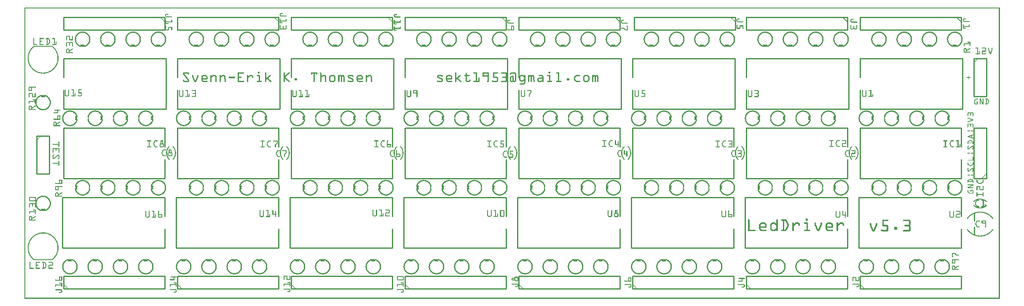
<source format=gto>
G04 MADE WITH FRITZING*
G04 WWW.FRITZING.ORG*
G04 DOUBLE SIDED*
G04 HOLES PLATED*
G04 CONTOUR ON CENTER OF CONTOUR VECTOR*
%ASAXBY*%
%FSLAX23Y23*%
%MOIN*%
%OFA0B0*%
%SFA1.0B1.0*%
%ADD10C,0.010000*%
%ADD11C,0.005000*%
%ADD12C,0.007874*%
%ADD13R,0.001000X0.001000*%
%LNSILK1*%
G90*
G70*
G54D10*
X7610Y954D02*
X7610Y1354D01*
D02*
X7610Y1354D02*
X7510Y1354D01*
D02*
X7510Y1354D02*
X7510Y954D01*
D02*
X7510Y954D02*
X7610Y954D01*
D02*
X7510Y1904D02*
X7510Y1604D01*
D02*
X7510Y1604D02*
X7610Y1604D01*
D02*
X7610Y1604D02*
X7610Y1904D01*
D02*
X7610Y1904D02*
X7510Y1904D01*
D02*
X98Y1291D02*
X98Y991D01*
D02*
X98Y991D02*
X198Y991D01*
D02*
X198Y991D02*
X198Y1291D01*
D02*
X198Y1291D02*
X98Y1291D01*
D02*
X1110Y2229D02*
X310Y2229D01*
D02*
X310Y2229D02*
X310Y2129D01*
D02*
X310Y2129D02*
X1110Y2129D01*
D02*
X1110Y2129D02*
X1110Y2229D01*
D02*
X2010Y2229D02*
X1210Y2229D01*
D02*
X1210Y2229D02*
X1210Y2129D01*
D02*
X1210Y2129D02*
X2010Y2129D01*
D02*
X2010Y2129D02*
X2010Y2229D01*
D02*
X2910Y2229D02*
X2110Y2229D01*
D02*
X2110Y2229D02*
X2110Y2129D01*
D02*
X2110Y2129D02*
X2910Y2129D01*
D02*
X2910Y2129D02*
X2910Y2229D01*
D02*
X3810Y2229D02*
X3010Y2229D01*
D02*
X3010Y2229D02*
X3010Y2129D01*
D02*
X3010Y2129D02*
X3810Y2129D01*
D02*
X3810Y2129D02*
X3810Y2229D01*
D02*
X4710Y2229D02*
X3910Y2229D01*
D02*
X3910Y2229D02*
X3910Y2129D01*
D02*
X3910Y2129D02*
X4710Y2129D01*
D02*
X4710Y2129D02*
X4710Y2229D01*
G54D11*
D02*
X4675Y2229D02*
X4710Y2194D01*
G54D10*
D02*
X5623Y2229D02*
X4823Y2229D01*
D02*
X4823Y2229D02*
X4823Y2129D01*
D02*
X4823Y2129D02*
X5623Y2129D01*
D02*
X5623Y2129D02*
X5623Y2229D01*
D02*
X6510Y2229D02*
X5710Y2229D01*
D02*
X5710Y2229D02*
X5710Y2129D01*
D02*
X5710Y2129D02*
X6510Y2129D01*
D02*
X6510Y2129D02*
X6510Y2229D01*
G54D11*
D02*
X6475Y2229D02*
X6510Y2194D01*
G54D10*
D02*
X7410Y2229D02*
X6610Y2229D01*
D02*
X6610Y2229D02*
X6610Y2129D01*
D02*
X6610Y2129D02*
X7410Y2129D01*
D02*
X7410Y2129D02*
X7410Y2229D01*
G54D11*
D02*
X7375Y2229D02*
X7410Y2194D01*
G54D10*
D02*
X1110Y1354D02*
X310Y1354D01*
D02*
X310Y1354D02*
X310Y954D01*
D02*
X310Y954D02*
X1110Y954D01*
D02*
X1110Y1354D02*
X1110Y1204D01*
D02*
X1110Y1104D02*
X1110Y954D01*
D02*
X2010Y1354D02*
X1210Y1354D01*
D02*
X1210Y1354D02*
X1210Y954D01*
D02*
X1210Y954D02*
X2010Y954D01*
D02*
X2010Y1354D02*
X2010Y1204D01*
D02*
X2010Y1104D02*
X2010Y954D01*
D02*
X2910Y1354D02*
X2110Y1354D01*
D02*
X2110Y1354D02*
X2110Y954D01*
D02*
X2110Y954D02*
X2910Y954D01*
D02*
X2910Y1354D02*
X2910Y1204D01*
D02*
X2910Y1104D02*
X2910Y954D01*
D02*
X3810Y1354D02*
X3010Y1354D01*
D02*
X3010Y1354D02*
X3010Y954D01*
D02*
X3010Y954D02*
X3810Y954D01*
D02*
X3810Y1354D02*
X3810Y1204D01*
D02*
X3810Y1104D02*
X3810Y954D01*
D02*
X4710Y1354D02*
X3910Y1354D01*
D02*
X3910Y1354D02*
X3910Y954D01*
D02*
X3910Y954D02*
X4710Y954D01*
D02*
X4710Y1354D02*
X4710Y1204D01*
D02*
X4710Y1104D02*
X4710Y954D01*
D02*
X5610Y1354D02*
X4810Y1354D01*
D02*
X4810Y1354D02*
X4810Y954D01*
D02*
X4810Y954D02*
X5610Y954D01*
D02*
X5610Y1354D02*
X5610Y1204D01*
D02*
X5610Y1104D02*
X5610Y954D01*
D02*
X6510Y1354D02*
X5710Y1354D01*
D02*
X5710Y1354D02*
X5710Y954D01*
D02*
X5710Y954D02*
X6510Y954D01*
D02*
X6510Y1354D02*
X6510Y1204D01*
D02*
X6510Y1104D02*
X6510Y954D01*
D02*
X7410Y1354D02*
X6610Y1354D01*
D02*
X6610Y1354D02*
X6610Y954D01*
D02*
X6610Y954D02*
X7410Y954D01*
D02*
X7410Y1354D02*
X7410Y1204D01*
D02*
X7410Y1104D02*
X7410Y954D01*
D02*
X1110Y804D02*
X300Y804D01*
D02*
X300Y804D02*
X300Y404D01*
D02*
X300Y404D02*
X1110Y404D01*
D02*
X1110Y804D02*
X1110Y654D01*
D02*
X1110Y554D02*
X1110Y404D01*
D02*
X2010Y804D02*
X1200Y804D01*
D02*
X1200Y804D02*
X1200Y404D01*
D02*
X1200Y404D02*
X2010Y404D01*
D02*
X2010Y804D02*
X2010Y654D01*
D02*
X2010Y554D02*
X2010Y404D01*
D02*
X2910Y804D02*
X2100Y804D01*
D02*
X2100Y804D02*
X2100Y404D01*
D02*
X2100Y404D02*
X2910Y404D01*
D02*
X2910Y804D02*
X2910Y654D01*
D02*
X2910Y554D02*
X2910Y404D01*
D02*
X3810Y804D02*
X3000Y804D01*
D02*
X3000Y804D02*
X3000Y404D01*
D02*
X3000Y404D02*
X3810Y404D01*
D02*
X3810Y804D02*
X3810Y654D01*
D02*
X3810Y554D02*
X3810Y404D01*
D02*
X4710Y804D02*
X3900Y804D01*
D02*
X3900Y804D02*
X3900Y404D01*
D02*
X3900Y404D02*
X4710Y404D01*
D02*
X4710Y804D02*
X4710Y654D01*
D02*
X4710Y554D02*
X4710Y404D01*
D02*
X5610Y804D02*
X4800Y804D01*
D02*
X4800Y804D02*
X4800Y404D01*
D02*
X4800Y404D02*
X5610Y404D01*
D02*
X5610Y804D02*
X5610Y654D01*
D02*
X5610Y554D02*
X5610Y404D01*
D02*
X6510Y804D02*
X5700Y804D01*
D02*
X5700Y804D02*
X5700Y404D01*
D02*
X5700Y404D02*
X6510Y404D01*
D02*
X6510Y804D02*
X6510Y654D01*
D02*
X6510Y554D02*
X6510Y404D01*
D02*
X7410Y803D02*
X6600Y803D01*
D02*
X6600Y803D02*
X6600Y403D01*
D02*
X6600Y403D02*
X7410Y403D01*
D02*
X7410Y803D02*
X7410Y653D01*
D02*
X7410Y553D02*
X7410Y403D01*
D02*
X310Y1504D02*
X1120Y1504D01*
D02*
X1120Y1504D02*
X1120Y1904D01*
D02*
X1120Y1904D02*
X310Y1904D01*
D02*
X310Y1504D02*
X310Y1654D01*
D02*
X310Y1754D02*
X310Y1904D01*
D02*
X1210Y1504D02*
X2020Y1504D01*
D02*
X2020Y1504D02*
X2020Y1904D01*
D02*
X2020Y1904D02*
X1210Y1904D01*
D02*
X1210Y1504D02*
X1210Y1654D01*
D02*
X1210Y1754D02*
X1210Y1904D01*
D02*
X2110Y1504D02*
X2920Y1504D01*
D02*
X2920Y1504D02*
X2920Y1904D01*
D02*
X2920Y1904D02*
X2110Y1904D01*
D02*
X2110Y1504D02*
X2110Y1654D01*
D02*
X2110Y1754D02*
X2110Y1904D01*
D02*
X3010Y1504D02*
X3820Y1504D01*
D02*
X3820Y1504D02*
X3820Y1904D01*
D02*
X3820Y1904D02*
X3010Y1904D01*
D02*
X3010Y1504D02*
X3010Y1654D01*
D02*
X3010Y1754D02*
X3010Y1904D01*
D02*
X3910Y1504D02*
X4720Y1504D01*
D02*
X4720Y1504D02*
X4720Y1904D01*
D02*
X4720Y1904D02*
X3910Y1904D01*
D02*
X3910Y1504D02*
X3910Y1654D01*
D02*
X3910Y1754D02*
X3910Y1904D01*
D02*
X5711Y1503D02*
X6521Y1503D01*
D02*
X6521Y1503D02*
X6521Y1903D01*
D02*
X6521Y1903D02*
X5711Y1903D01*
D02*
X5711Y1503D02*
X5711Y1653D01*
D02*
X5711Y1753D02*
X5711Y1903D01*
D02*
X4810Y1504D02*
X5620Y1504D01*
D02*
X5620Y1504D02*
X5620Y1904D01*
D02*
X5620Y1904D02*
X4810Y1904D01*
D02*
X4810Y1504D02*
X4810Y1654D01*
D02*
X4810Y1754D02*
X4810Y1904D01*
D02*
X6611Y1503D02*
X7421Y1503D01*
D02*
X7421Y1503D02*
X7421Y1903D01*
D02*
X7421Y1903D02*
X6611Y1903D01*
D02*
X6611Y1503D02*
X6611Y1653D01*
D02*
X6611Y1753D02*
X6611Y1903D01*
D02*
X310Y79D02*
X1110Y79D01*
D02*
X1110Y79D02*
X1110Y179D01*
D02*
X1110Y179D02*
X310Y179D01*
D02*
X310Y179D02*
X310Y79D01*
D02*
X1210Y79D02*
X2010Y79D01*
D02*
X2010Y79D02*
X2010Y179D01*
D02*
X2010Y179D02*
X1210Y179D01*
D02*
X1210Y179D02*
X1210Y79D01*
D02*
X2110Y79D02*
X2910Y79D01*
D02*
X2910Y79D02*
X2910Y179D01*
D02*
X2910Y179D02*
X2110Y179D01*
D02*
X2110Y179D02*
X2110Y79D01*
D02*
X3010Y79D02*
X3810Y79D01*
D02*
X3810Y79D02*
X3810Y179D01*
D02*
X3810Y179D02*
X3010Y179D01*
D02*
X3010Y179D02*
X3010Y79D01*
D02*
X3910Y79D02*
X4710Y79D01*
D02*
X4710Y79D02*
X4710Y179D01*
D02*
X4710Y179D02*
X3910Y179D01*
D02*
X3910Y179D02*
X3910Y79D01*
D02*
X6610Y79D02*
X7410Y79D01*
D02*
X7410Y79D02*
X7410Y179D01*
D02*
X7410Y179D02*
X6610Y179D01*
D02*
X6610Y179D02*
X6610Y79D01*
D02*
X5710Y79D02*
X6510Y79D01*
D02*
X6510Y79D02*
X6510Y179D01*
D02*
X6510Y179D02*
X5710Y179D01*
D02*
X5710Y179D02*
X5710Y79D01*
D02*
X4810Y79D02*
X5610Y79D01*
D02*
X5610Y79D02*
X5610Y179D01*
D02*
X5610Y179D02*
X4810Y179D01*
D02*
X4810Y179D02*
X4810Y79D01*
G54D12*
X219Y1999D02*
X77Y1999D01*
D02*
G54D13*
X1Y2307D02*
X7716Y2307D01*
X1Y2306D02*
X7716Y2306D01*
X1Y2305D02*
X7716Y2305D01*
X1Y2304D02*
X7716Y2304D01*
X1Y2303D02*
X7716Y2303D01*
X1Y2302D02*
X7716Y2302D01*
X1Y2301D02*
X7716Y2301D01*
X1Y2300D02*
X7716Y2300D01*
X1Y2299D02*
X8Y2299D01*
X7709Y2299D02*
X7716Y2299D01*
X1Y2298D02*
X8Y2298D01*
X7709Y2298D02*
X7716Y2298D01*
X1Y2297D02*
X8Y2297D01*
X7709Y2297D02*
X7716Y2297D01*
X1Y2296D02*
X8Y2296D01*
X7709Y2296D02*
X7716Y2296D01*
X1Y2295D02*
X8Y2295D01*
X7709Y2295D02*
X7716Y2295D01*
X1Y2294D02*
X8Y2294D01*
X7709Y2294D02*
X7716Y2294D01*
X1Y2293D02*
X8Y2293D01*
X7709Y2293D02*
X7716Y2293D01*
X1Y2292D02*
X8Y2292D01*
X7709Y2292D02*
X7716Y2292D01*
X1Y2291D02*
X8Y2291D01*
X7709Y2291D02*
X7716Y2291D01*
X1Y2290D02*
X8Y2290D01*
X7709Y2290D02*
X7716Y2290D01*
X1Y2289D02*
X8Y2289D01*
X7709Y2289D02*
X7716Y2289D01*
X1Y2288D02*
X8Y2288D01*
X7709Y2288D02*
X7716Y2288D01*
X1Y2287D02*
X8Y2287D01*
X7709Y2287D02*
X7716Y2287D01*
X1Y2286D02*
X8Y2286D01*
X7709Y2286D02*
X7716Y2286D01*
X1Y2285D02*
X8Y2285D01*
X7709Y2285D02*
X7716Y2285D01*
X1Y2284D02*
X8Y2284D01*
X7709Y2284D02*
X7716Y2284D01*
X1Y2283D02*
X8Y2283D01*
X7709Y2283D02*
X7716Y2283D01*
X1Y2282D02*
X8Y2282D01*
X7709Y2282D02*
X7716Y2282D01*
X1Y2281D02*
X8Y2281D01*
X7709Y2281D02*
X7716Y2281D01*
X1Y2280D02*
X8Y2280D01*
X7709Y2280D02*
X7716Y2280D01*
X1Y2279D02*
X8Y2279D01*
X7709Y2279D02*
X7716Y2279D01*
X1Y2278D02*
X8Y2278D01*
X7709Y2278D02*
X7716Y2278D01*
X1Y2277D02*
X8Y2277D01*
X7709Y2277D02*
X7716Y2277D01*
X1Y2276D02*
X8Y2276D01*
X7709Y2276D02*
X7716Y2276D01*
X1Y2275D02*
X8Y2275D01*
X7709Y2275D02*
X7716Y2275D01*
X1Y2274D02*
X8Y2274D01*
X7709Y2274D02*
X7716Y2274D01*
X1Y2273D02*
X8Y2273D01*
X7709Y2273D02*
X7716Y2273D01*
X1Y2272D02*
X8Y2272D01*
X7709Y2272D02*
X7716Y2272D01*
X1Y2271D02*
X8Y2271D01*
X7709Y2271D02*
X7716Y2271D01*
X1Y2270D02*
X8Y2270D01*
X7709Y2270D02*
X7716Y2270D01*
X1Y2269D02*
X8Y2269D01*
X7709Y2269D02*
X7716Y2269D01*
X1Y2268D02*
X8Y2268D01*
X7709Y2268D02*
X7716Y2268D01*
X1Y2267D02*
X8Y2267D01*
X7709Y2267D02*
X7716Y2267D01*
X1Y2266D02*
X8Y2266D01*
X7709Y2266D02*
X7716Y2266D01*
X1Y2265D02*
X8Y2265D01*
X7709Y2265D02*
X7716Y2265D01*
X1Y2264D02*
X8Y2264D01*
X7709Y2264D02*
X7716Y2264D01*
X1Y2263D02*
X8Y2263D01*
X7709Y2263D02*
X7716Y2263D01*
X1Y2262D02*
X8Y2262D01*
X2027Y2262D02*
X2043Y2262D01*
X7709Y2262D02*
X7716Y2262D01*
X1Y2261D02*
X8Y2261D01*
X2025Y2261D02*
X2044Y2261D01*
X7709Y2261D02*
X7716Y2261D01*
X1Y2260D02*
X8Y2260D01*
X2024Y2260D02*
X2044Y2260D01*
X7709Y2260D02*
X7716Y2260D01*
X1Y2259D02*
X8Y2259D01*
X2023Y2259D02*
X2044Y2259D01*
X7709Y2259D02*
X7716Y2259D01*
X1Y2258D02*
X8Y2258D01*
X2022Y2258D02*
X2044Y2258D01*
X7709Y2258D02*
X7716Y2258D01*
X1Y2257D02*
X8Y2257D01*
X1123Y2257D02*
X1137Y2257D01*
X2022Y2257D02*
X2043Y2257D01*
X7709Y2257D02*
X7716Y2257D01*
X1Y2256D02*
X8Y2256D01*
X1120Y2256D02*
X1138Y2256D01*
X2021Y2256D02*
X2042Y2256D01*
X7709Y2256D02*
X7716Y2256D01*
X1Y2255D02*
X8Y2255D01*
X1119Y2255D02*
X1139Y2255D01*
X2021Y2255D02*
X2028Y2255D01*
X7709Y2255D02*
X7716Y2255D01*
X1Y2254D02*
X8Y2254D01*
X1118Y2254D02*
X1139Y2254D01*
X2021Y2254D02*
X2027Y2254D01*
X2929Y2254D02*
X2946Y2254D01*
X7709Y2254D02*
X7716Y2254D01*
X1Y2253D02*
X8Y2253D01*
X1117Y2253D02*
X1139Y2253D01*
X2021Y2253D02*
X2027Y2253D01*
X2928Y2253D02*
X2946Y2253D01*
X7709Y2253D02*
X7716Y2253D01*
X1Y2252D02*
X8Y2252D01*
X1117Y2252D02*
X1138Y2252D01*
X2021Y2252D02*
X2027Y2252D01*
X2926Y2252D02*
X2947Y2252D01*
X7709Y2252D02*
X7716Y2252D01*
X1Y2251D02*
X8Y2251D01*
X1116Y2251D02*
X1137Y2251D01*
X2021Y2251D02*
X2027Y2251D01*
X2925Y2251D02*
X2947Y2251D01*
X7709Y2251D02*
X7716Y2251D01*
X1Y2250D02*
X8Y2250D01*
X1116Y2250D02*
X1123Y2250D01*
X2021Y2250D02*
X2027Y2250D01*
X2925Y2250D02*
X2946Y2250D01*
X7709Y2250D02*
X7716Y2250D01*
X1Y2249D02*
X8Y2249D01*
X1116Y2249D02*
X1122Y2249D01*
X2021Y2249D02*
X2027Y2249D01*
X2924Y2249D02*
X2946Y2249D01*
X7709Y2249D02*
X7716Y2249D01*
X1Y2248D02*
X8Y2248D01*
X1115Y2248D02*
X1122Y2248D01*
X2021Y2248D02*
X2027Y2248D01*
X2924Y2248D02*
X2943Y2248D01*
X7709Y2248D02*
X7716Y2248D01*
X1Y2247D02*
X8Y2247D01*
X1115Y2247D02*
X1121Y2247D01*
X2021Y2247D02*
X2027Y2247D01*
X2923Y2247D02*
X2930Y2247D01*
X7709Y2247D02*
X7716Y2247D01*
X1Y2246D02*
X8Y2246D01*
X1115Y2246D02*
X1121Y2246D01*
X2021Y2246D02*
X2027Y2246D01*
X2923Y2246D02*
X2929Y2246D01*
X7709Y2246D02*
X7716Y2246D01*
X1Y2245D02*
X8Y2245D01*
X1115Y2245D02*
X1121Y2245D01*
X2021Y2245D02*
X2027Y2245D01*
X2923Y2245D02*
X2929Y2245D01*
X7709Y2245D02*
X7716Y2245D01*
X1Y2244D02*
X8Y2244D01*
X1115Y2244D02*
X1121Y2244D01*
X2021Y2244D02*
X2027Y2244D01*
X2923Y2244D02*
X2929Y2244D01*
X7709Y2244D02*
X7716Y2244D01*
X1Y2243D02*
X8Y2243D01*
X1115Y2243D02*
X1121Y2243D01*
X2021Y2243D02*
X2028Y2243D01*
X2923Y2243D02*
X2929Y2243D01*
X7709Y2243D02*
X7716Y2243D01*
X1Y2242D02*
X8Y2242D01*
X1115Y2242D02*
X1121Y2242D01*
X2021Y2242D02*
X2071Y2242D01*
X2923Y2242D02*
X2929Y2242D01*
X7709Y2242D02*
X7716Y2242D01*
X1Y2241D02*
X8Y2241D01*
X1115Y2241D02*
X1121Y2241D01*
X2022Y2241D02*
X2073Y2241D01*
X2923Y2241D02*
X2929Y2241D01*
X7709Y2241D02*
X7716Y2241D01*
X1Y2240D02*
X8Y2240D01*
X1115Y2240D02*
X1122Y2240D01*
X2022Y2240D02*
X2073Y2240D01*
X2923Y2240D02*
X2929Y2240D01*
X7709Y2240D02*
X7716Y2240D01*
X1Y2239D02*
X8Y2239D01*
X1116Y2239D02*
X1122Y2239D01*
X2023Y2239D02*
X2074Y2239D01*
X2923Y2239D02*
X2929Y2239D01*
X7709Y2239D02*
X7716Y2239D01*
X1Y2238D02*
X8Y2238D01*
X1116Y2238D02*
X1122Y2238D01*
X2024Y2238D02*
X2074Y2238D01*
X2923Y2238D02*
X2929Y2238D01*
X7709Y2238D02*
X7716Y2238D01*
X1Y2237D02*
X8Y2237D01*
X1116Y2237D02*
X1124Y2237D01*
X2025Y2237D02*
X2073Y2237D01*
X2923Y2237D02*
X2929Y2237D01*
X7709Y2237D02*
X7716Y2237D01*
X1Y2236D02*
X8Y2236D01*
X1116Y2236D02*
X1167Y2236D01*
X2027Y2236D02*
X2072Y2236D01*
X2923Y2236D02*
X2930Y2236D01*
X7709Y2236D02*
X7716Y2236D01*
X1Y2235D02*
X8Y2235D01*
X1117Y2235D02*
X1168Y2235D01*
X2923Y2235D02*
X2931Y2235D01*
X7709Y2235D02*
X7716Y2235D01*
X1Y2234D02*
X8Y2234D01*
X1118Y2234D02*
X1168Y2234D01*
X2924Y2234D02*
X2974Y2234D01*
X7709Y2234D02*
X7716Y2234D01*
X1Y2233D02*
X8Y2233D01*
X1119Y2233D02*
X1168Y2233D01*
X2924Y2233D02*
X2975Y2233D01*
X7709Y2233D02*
X7716Y2233D01*
X1Y2232D02*
X8Y2232D01*
X1120Y2232D02*
X1168Y2232D01*
X2925Y2232D02*
X2976Y2232D01*
X7709Y2232D02*
X7716Y2232D01*
X1Y2231D02*
X8Y2231D01*
X1121Y2231D02*
X1168Y2231D01*
X2926Y2231D02*
X2976Y2231D01*
X7709Y2231D02*
X7716Y2231D01*
X1Y2230D02*
X8Y2230D01*
X1077Y2230D02*
X1078Y2230D01*
X1124Y2230D02*
X1166Y2230D01*
X1977Y2230D02*
X1978Y2230D01*
X2877Y2230D02*
X2878Y2230D01*
X2927Y2230D02*
X2976Y2230D01*
X3777Y2230D02*
X3778Y2230D01*
X5589Y2230D02*
X5590Y2230D01*
X7709Y2230D02*
X7716Y2230D01*
X1Y2229D02*
X8Y2229D01*
X1076Y2229D02*
X1079Y2229D01*
X1976Y2229D02*
X1979Y2229D01*
X2876Y2229D02*
X2879Y2229D01*
X2928Y2229D02*
X2976Y2229D01*
X3776Y2229D02*
X3779Y2229D01*
X5588Y2229D02*
X5591Y2229D01*
X7709Y2229D02*
X7716Y2229D01*
X1Y2228D02*
X8Y2228D01*
X1075Y2228D02*
X1080Y2228D01*
X1975Y2228D02*
X1980Y2228D01*
X2875Y2228D02*
X2880Y2228D01*
X2930Y2228D02*
X2975Y2228D01*
X3775Y2228D02*
X3780Y2228D01*
X5587Y2228D02*
X5592Y2228D01*
X7709Y2228D02*
X7716Y2228D01*
X1Y2227D02*
X8Y2227D01*
X1075Y2227D02*
X1081Y2227D01*
X1975Y2227D02*
X1981Y2227D01*
X2875Y2227D02*
X2881Y2227D01*
X3775Y2227D02*
X3781Y2227D01*
X5587Y2227D02*
X5593Y2227D01*
X7709Y2227D02*
X7716Y2227D01*
X1Y2226D02*
X8Y2226D01*
X1076Y2226D02*
X1082Y2226D01*
X1976Y2226D02*
X1982Y2226D01*
X2876Y2226D02*
X2882Y2226D01*
X3776Y2226D02*
X3782Y2226D01*
X5588Y2226D02*
X5594Y2226D01*
X7709Y2226D02*
X7716Y2226D01*
X1Y2225D02*
X8Y2225D01*
X1077Y2225D02*
X1083Y2225D01*
X1977Y2225D02*
X1983Y2225D01*
X2877Y2225D02*
X2883Y2225D01*
X3777Y2225D02*
X3783Y2225D01*
X5589Y2225D02*
X5595Y2225D01*
X7709Y2225D02*
X7716Y2225D01*
X1Y2224D02*
X8Y2224D01*
X1078Y2224D02*
X1084Y2224D01*
X1978Y2224D02*
X1984Y2224D01*
X2878Y2224D02*
X2884Y2224D01*
X3778Y2224D02*
X3784Y2224D01*
X5590Y2224D02*
X5596Y2224D01*
X7709Y2224D02*
X7716Y2224D01*
X1Y2223D02*
X8Y2223D01*
X1079Y2223D02*
X1085Y2223D01*
X1979Y2223D02*
X1985Y2223D01*
X2879Y2223D02*
X2885Y2223D01*
X3779Y2223D02*
X3785Y2223D01*
X5591Y2223D02*
X5597Y2223D01*
X7709Y2223D02*
X7716Y2223D01*
X1Y2222D02*
X8Y2222D01*
X1080Y2222D02*
X1086Y2222D01*
X1980Y2222D02*
X1986Y2222D01*
X2880Y2222D02*
X2886Y2222D01*
X3780Y2222D02*
X3786Y2222D01*
X5592Y2222D02*
X5598Y2222D01*
X7709Y2222D02*
X7716Y2222D01*
X1Y2221D02*
X8Y2221D01*
X1081Y2221D02*
X1087Y2221D01*
X1981Y2221D02*
X1987Y2221D01*
X2881Y2221D02*
X2887Y2221D01*
X3781Y2221D02*
X3787Y2221D01*
X5593Y2221D02*
X5599Y2221D01*
X7709Y2221D02*
X7716Y2221D01*
X1Y2220D02*
X8Y2220D01*
X1082Y2220D02*
X1088Y2220D01*
X1982Y2220D02*
X1988Y2220D01*
X2882Y2220D02*
X2888Y2220D01*
X3782Y2220D02*
X3788Y2220D01*
X5594Y2220D02*
X5600Y2220D01*
X7433Y2220D02*
X7447Y2220D01*
X7709Y2220D02*
X7716Y2220D01*
X1Y2219D02*
X8Y2219D01*
X1083Y2219D02*
X1089Y2219D01*
X1983Y2219D02*
X1989Y2219D01*
X2883Y2219D02*
X2889Y2219D01*
X3783Y2219D02*
X3789Y2219D01*
X5595Y2219D02*
X5601Y2219D01*
X7430Y2219D02*
X7448Y2219D01*
X7709Y2219D02*
X7716Y2219D01*
X1Y2218D02*
X8Y2218D01*
X1084Y2218D02*
X1090Y2218D01*
X1984Y2218D02*
X1990Y2218D01*
X2884Y2218D02*
X2890Y2218D01*
X3784Y2218D02*
X3790Y2218D01*
X5596Y2218D02*
X5602Y2218D01*
X5641Y2218D02*
X5656Y2218D01*
X7429Y2218D02*
X7449Y2218D01*
X7709Y2218D02*
X7716Y2218D01*
X1Y2217D02*
X8Y2217D01*
X1085Y2217D02*
X1091Y2217D01*
X1985Y2217D02*
X1991Y2217D01*
X2885Y2217D02*
X2891Y2217D01*
X3785Y2217D02*
X3791Y2217D01*
X5597Y2217D02*
X5603Y2217D01*
X5639Y2217D02*
X5657Y2217D01*
X7428Y2217D02*
X7449Y2217D01*
X7709Y2217D02*
X7716Y2217D01*
X1Y2216D02*
X8Y2216D01*
X1086Y2216D02*
X1092Y2216D01*
X1986Y2216D02*
X1992Y2216D01*
X2886Y2216D02*
X2892Y2216D01*
X3786Y2216D02*
X3792Y2216D01*
X5598Y2216D02*
X5604Y2216D01*
X5638Y2216D02*
X5658Y2216D01*
X7427Y2216D02*
X7449Y2216D01*
X7709Y2216D02*
X7716Y2216D01*
X1Y2215D02*
X8Y2215D01*
X1087Y2215D02*
X1093Y2215D01*
X1987Y2215D02*
X1993Y2215D01*
X2022Y2215D02*
X2025Y2215D01*
X2069Y2215D02*
X2073Y2215D01*
X2887Y2215D02*
X2893Y2215D01*
X3787Y2215D02*
X3793Y2215D01*
X5599Y2215D02*
X5605Y2215D01*
X5637Y2215D02*
X5658Y2215D01*
X6543Y2215D02*
X6557Y2215D01*
X7426Y2215D02*
X7448Y2215D01*
X7709Y2215D02*
X7716Y2215D01*
X1Y2214D02*
X8Y2214D01*
X1088Y2214D02*
X1094Y2214D01*
X1988Y2214D02*
X1994Y2214D01*
X2021Y2214D02*
X2026Y2214D01*
X2068Y2214D02*
X2073Y2214D01*
X2888Y2214D02*
X2894Y2214D01*
X3788Y2214D02*
X3794Y2214D01*
X5600Y2214D02*
X5606Y2214D01*
X5636Y2214D02*
X5658Y2214D01*
X6541Y2214D02*
X6558Y2214D01*
X7426Y2214D02*
X7447Y2214D01*
X7709Y2214D02*
X7716Y2214D01*
X1Y2213D02*
X8Y2213D01*
X1089Y2213D02*
X1095Y2213D01*
X1989Y2213D02*
X1995Y2213D01*
X2021Y2213D02*
X2026Y2213D01*
X2068Y2213D02*
X2074Y2213D01*
X2889Y2213D02*
X2895Y2213D01*
X3789Y2213D02*
X3795Y2213D01*
X5602Y2213D02*
X5607Y2213D01*
X5635Y2213D02*
X5657Y2213D01*
X6539Y2213D02*
X6559Y2213D01*
X7426Y2213D02*
X7433Y2213D01*
X7709Y2213D02*
X7716Y2213D01*
X1Y2212D02*
X8Y2212D01*
X1091Y2212D02*
X1096Y2212D01*
X1990Y2212D02*
X1996Y2212D01*
X2021Y2212D02*
X2027Y2212D01*
X2068Y2212D02*
X2074Y2212D01*
X2890Y2212D02*
X2896Y2212D01*
X3790Y2212D02*
X3796Y2212D01*
X5603Y2212D02*
X5608Y2212D01*
X5635Y2212D02*
X5656Y2212D01*
X6538Y2212D02*
X6559Y2212D01*
X7425Y2212D02*
X7432Y2212D01*
X7709Y2212D02*
X7716Y2212D01*
X1Y2211D02*
X8Y2211D01*
X1092Y2211D02*
X1097Y2211D01*
X1992Y2211D02*
X1997Y2211D01*
X2021Y2211D02*
X2027Y2211D01*
X2068Y2211D02*
X2074Y2211D01*
X2892Y2211D02*
X2897Y2211D01*
X3791Y2211D02*
X3797Y2211D01*
X5604Y2211D02*
X5609Y2211D01*
X5635Y2211D02*
X5642Y2211D01*
X6537Y2211D02*
X6559Y2211D01*
X7425Y2211D02*
X7431Y2211D01*
X7709Y2211D02*
X7716Y2211D01*
X1Y2210D02*
X8Y2210D01*
X1093Y2210D02*
X1098Y2210D01*
X1117Y2210D02*
X1120Y2210D01*
X1164Y2210D02*
X1167Y2210D01*
X1993Y2210D02*
X1998Y2210D01*
X2021Y2210D02*
X2027Y2210D01*
X2068Y2210D02*
X2074Y2210D01*
X2893Y2210D02*
X2898Y2210D01*
X3793Y2210D02*
X3798Y2210D01*
X5605Y2210D02*
X5610Y2210D01*
X5634Y2210D02*
X5641Y2210D01*
X6537Y2210D02*
X6558Y2210D01*
X7425Y2210D02*
X7431Y2210D01*
X7709Y2210D02*
X7716Y2210D01*
X1Y2209D02*
X8Y2209D01*
X1094Y2209D02*
X1099Y2209D01*
X1116Y2209D02*
X1121Y2209D01*
X1163Y2209D02*
X1168Y2209D01*
X1994Y2209D02*
X1999Y2209D01*
X2021Y2209D02*
X2027Y2209D01*
X2068Y2209D02*
X2074Y2209D01*
X2893Y2209D02*
X2899Y2209D01*
X3793Y2209D02*
X3799Y2209D01*
X5606Y2209D02*
X5611Y2209D01*
X5634Y2209D02*
X5640Y2209D01*
X6536Y2209D02*
X6557Y2209D01*
X7425Y2209D02*
X7431Y2209D01*
X7709Y2209D02*
X7716Y2209D01*
X1Y2208D02*
X8Y2208D01*
X1094Y2208D02*
X1100Y2208D01*
X1116Y2208D02*
X1121Y2208D01*
X1163Y2208D02*
X1168Y2208D01*
X1994Y2208D02*
X2000Y2208D01*
X2021Y2208D02*
X2027Y2208D01*
X2068Y2208D02*
X2074Y2208D01*
X2894Y2208D02*
X2900Y2208D01*
X2926Y2208D02*
X2927Y2208D01*
X2973Y2208D02*
X2974Y2208D01*
X3794Y2208D02*
X3800Y2208D01*
X3829Y2208D02*
X3842Y2208D01*
X4729Y2208D02*
X4742Y2208D01*
X5607Y2208D02*
X5612Y2208D01*
X5634Y2208D02*
X5640Y2208D01*
X6536Y2208D02*
X6543Y2208D01*
X7425Y2208D02*
X7431Y2208D01*
X7709Y2208D02*
X7716Y2208D01*
X1Y2207D02*
X8Y2207D01*
X1095Y2207D02*
X1101Y2207D01*
X1115Y2207D02*
X1121Y2207D01*
X1163Y2207D02*
X1169Y2207D01*
X1995Y2207D02*
X2001Y2207D01*
X2021Y2207D02*
X2027Y2207D01*
X2068Y2207D02*
X2074Y2207D01*
X2895Y2207D02*
X2901Y2207D01*
X2924Y2207D02*
X2928Y2207D01*
X2971Y2207D02*
X2975Y2207D01*
X3795Y2207D02*
X3801Y2207D01*
X3826Y2207D02*
X3843Y2207D01*
X4726Y2207D02*
X4743Y2207D01*
X5608Y2207D02*
X5613Y2207D01*
X5634Y2207D02*
X5640Y2207D01*
X6536Y2207D02*
X6542Y2207D01*
X7425Y2207D02*
X7431Y2207D01*
X7709Y2207D02*
X7716Y2207D01*
X1Y2206D02*
X8Y2206D01*
X1096Y2206D02*
X1102Y2206D01*
X1115Y2206D02*
X1121Y2206D01*
X1163Y2206D02*
X1169Y2206D01*
X1996Y2206D02*
X2002Y2206D01*
X2021Y2206D02*
X2027Y2206D01*
X2068Y2206D02*
X2074Y2206D01*
X2896Y2206D02*
X2902Y2206D01*
X2923Y2206D02*
X2929Y2206D01*
X2971Y2206D02*
X2976Y2206D01*
X3796Y2206D02*
X3802Y2206D01*
X3825Y2206D02*
X3844Y2206D01*
X4724Y2206D02*
X4744Y2206D01*
X5608Y2206D02*
X5614Y2206D01*
X5634Y2206D02*
X5640Y2206D01*
X6535Y2206D02*
X6542Y2206D01*
X7425Y2206D02*
X7431Y2206D01*
X7709Y2206D02*
X7716Y2206D01*
X1Y2205D02*
X8Y2205D01*
X1097Y2205D02*
X1103Y2205D01*
X1115Y2205D02*
X1121Y2205D01*
X1163Y2205D02*
X1169Y2205D01*
X1997Y2205D02*
X2003Y2205D01*
X2021Y2205D02*
X2027Y2205D01*
X2068Y2205D02*
X2074Y2205D01*
X2897Y2205D02*
X2903Y2205D01*
X2923Y2205D02*
X2929Y2205D01*
X2970Y2205D02*
X2976Y2205D01*
X3797Y2205D02*
X3803Y2205D01*
X3823Y2205D02*
X3844Y2205D01*
X4723Y2205D02*
X4744Y2205D01*
X5609Y2205D02*
X5615Y2205D01*
X5634Y2205D02*
X5640Y2205D01*
X6535Y2205D02*
X6541Y2205D01*
X7425Y2205D02*
X7431Y2205D01*
X7709Y2205D02*
X7716Y2205D01*
X1Y2204D02*
X8Y2204D01*
X1098Y2204D02*
X1104Y2204D01*
X1115Y2204D02*
X1121Y2204D01*
X1163Y2204D02*
X1169Y2204D01*
X1998Y2204D02*
X2004Y2204D01*
X2021Y2204D02*
X2027Y2204D01*
X2068Y2204D02*
X2074Y2204D01*
X2898Y2204D02*
X2904Y2204D01*
X2923Y2204D02*
X2929Y2204D01*
X2970Y2204D02*
X2976Y2204D01*
X3798Y2204D02*
X3804Y2204D01*
X3823Y2204D02*
X3844Y2204D01*
X4722Y2204D02*
X4744Y2204D01*
X5610Y2204D02*
X5616Y2204D01*
X5634Y2204D02*
X5640Y2204D01*
X6535Y2204D02*
X6541Y2204D01*
X7425Y2204D02*
X7431Y2204D01*
X7709Y2204D02*
X7716Y2204D01*
X1Y2203D02*
X8Y2203D01*
X1099Y2203D02*
X1105Y2203D01*
X1115Y2203D02*
X1121Y2203D01*
X1163Y2203D02*
X1169Y2203D01*
X1999Y2203D02*
X2005Y2203D01*
X2021Y2203D02*
X2027Y2203D01*
X2068Y2203D02*
X2074Y2203D01*
X2899Y2203D02*
X2905Y2203D01*
X2923Y2203D02*
X2929Y2203D01*
X2970Y2203D02*
X2976Y2203D01*
X3799Y2203D02*
X3805Y2203D01*
X3822Y2203D02*
X3844Y2203D01*
X4722Y2203D02*
X4744Y2203D01*
X5611Y2203D02*
X5617Y2203D01*
X5634Y2203D02*
X5640Y2203D01*
X6535Y2203D02*
X6541Y2203D01*
X7425Y2203D02*
X7431Y2203D01*
X7709Y2203D02*
X7716Y2203D01*
X1Y2202D02*
X8Y2202D01*
X1100Y2202D02*
X1106Y2202D01*
X1115Y2202D02*
X1121Y2202D01*
X1163Y2202D02*
X1169Y2202D01*
X2000Y2202D02*
X2006Y2202D01*
X2021Y2202D02*
X2074Y2202D01*
X2900Y2202D02*
X2906Y2202D01*
X2923Y2202D02*
X2929Y2202D01*
X2970Y2202D02*
X2976Y2202D01*
X3800Y2202D02*
X3806Y2202D01*
X3821Y2202D02*
X3843Y2202D01*
X4721Y2202D02*
X4743Y2202D01*
X5612Y2202D02*
X5618Y2202D01*
X5634Y2202D02*
X5640Y2202D01*
X6535Y2202D02*
X6541Y2202D01*
X7425Y2202D02*
X7431Y2202D01*
X7709Y2202D02*
X7716Y2202D01*
X1Y2201D02*
X8Y2201D01*
X1101Y2201D02*
X1107Y2201D01*
X1115Y2201D02*
X1121Y2201D01*
X1163Y2201D02*
X1169Y2201D01*
X2001Y2201D02*
X2007Y2201D01*
X2021Y2201D02*
X2074Y2201D01*
X2901Y2201D02*
X2907Y2201D01*
X2923Y2201D02*
X2929Y2201D01*
X2970Y2201D02*
X2976Y2201D01*
X3801Y2201D02*
X3807Y2201D01*
X3821Y2201D02*
X3829Y2201D01*
X4721Y2201D02*
X4729Y2201D01*
X5613Y2201D02*
X5619Y2201D01*
X5634Y2201D02*
X5640Y2201D01*
X6535Y2201D02*
X6541Y2201D01*
X7425Y2201D02*
X7432Y2201D01*
X7709Y2201D02*
X7716Y2201D01*
X1Y2200D02*
X8Y2200D01*
X1102Y2200D02*
X1108Y2200D01*
X1115Y2200D02*
X1121Y2200D01*
X1163Y2200D02*
X1169Y2200D01*
X2002Y2200D02*
X2008Y2200D01*
X2021Y2200D02*
X2074Y2200D01*
X2902Y2200D02*
X2908Y2200D01*
X2923Y2200D02*
X2929Y2200D01*
X2970Y2200D02*
X2976Y2200D01*
X3802Y2200D02*
X3808Y2200D01*
X3821Y2200D02*
X3827Y2200D01*
X4721Y2200D02*
X4727Y2200D01*
X5614Y2200D02*
X5620Y2200D01*
X5634Y2200D02*
X5641Y2200D01*
X6535Y2200D02*
X6541Y2200D01*
X7426Y2200D02*
X7433Y2200D01*
X7709Y2200D02*
X7716Y2200D01*
X1Y2199D02*
X8Y2199D01*
X1103Y2199D02*
X1109Y2199D01*
X1115Y2199D02*
X1121Y2199D01*
X1163Y2199D02*
X1169Y2199D01*
X2003Y2199D02*
X2009Y2199D01*
X2021Y2199D02*
X2074Y2199D01*
X2903Y2199D02*
X2909Y2199D01*
X2923Y2199D02*
X2929Y2199D01*
X2970Y2199D02*
X2976Y2199D01*
X3803Y2199D02*
X3809Y2199D01*
X3821Y2199D02*
X3827Y2199D01*
X4720Y2199D02*
X4727Y2199D01*
X5615Y2199D02*
X5621Y2199D01*
X5635Y2199D02*
X5641Y2199D01*
X6535Y2199D02*
X6541Y2199D01*
X7426Y2199D02*
X7477Y2199D01*
X7709Y2199D02*
X7716Y2199D01*
X1Y2198D02*
X8Y2198D01*
X1104Y2198D02*
X1110Y2198D01*
X1115Y2198D02*
X1121Y2198D01*
X1163Y2198D02*
X1169Y2198D01*
X2004Y2198D02*
X2010Y2198D01*
X2021Y2198D02*
X2074Y2198D01*
X2904Y2198D02*
X2910Y2198D01*
X2923Y2198D02*
X2929Y2198D01*
X2970Y2198D02*
X2976Y2198D01*
X3804Y2198D02*
X3810Y2198D01*
X3820Y2198D02*
X3826Y2198D01*
X4720Y2198D02*
X4726Y2198D01*
X5616Y2198D02*
X5622Y2198D01*
X5635Y2198D02*
X5643Y2198D01*
X6535Y2198D02*
X6541Y2198D01*
X7426Y2198D02*
X7478Y2198D01*
X7709Y2198D02*
X7716Y2198D01*
X1Y2197D02*
X8Y2197D01*
X1105Y2197D02*
X1111Y2197D01*
X1115Y2197D02*
X1169Y2197D01*
X2005Y2197D02*
X2011Y2197D01*
X2021Y2197D02*
X2074Y2197D01*
X2905Y2197D02*
X2911Y2197D01*
X2923Y2197D02*
X2929Y2197D01*
X2970Y2197D02*
X2976Y2197D01*
X3805Y2197D02*
X3811Y2197D01*
X3820Y2197D02*
X3826Y2197D01*
X4720Y2197D02*
X4726Y2197D01*
X5617Y2197D02*
X5623Y2197D01*
X5635Y2197D02*
X5686Y2197D01*
X6535Y2197D02*
X6542Y2197D01*
X7427Y2197D02*
X7478Y2197D01*
X7709Y2197D02*
X7716Y2197D01*
X1Y2196D02*
X8Y2196D01*
X1106Y2196D02*
X1112Y2196D01*
X1115Y2196D02*
X1169Y2196D01*
X2006Y2196D02*
X2012Y2196D01*
X2021Y2196D02*
X2074Y2196D01*
X2906Y2196D02*
X2912Y2196D01*
X2923Y2196D02*
X2929Y2196D01*
X2970Y2196D02*
X2976Y2196D01*
X3806Y2196D02*
X3812Y2196D01*
X3820Y2196D02*
X3826Y2196D01*
X4720Y2196D02*
X4726Y2196D01*
X5618Y2196D02*
X5624Y2196D01*
X5636Y2196D02*
X5687Y2196D01*
X6536Y2196D02*
X6542Y2196D01*
X7428Y2196D02*
X7478Y2196D01*
X7709Y2196D02*
X7716Y2196D01*
X1Y2195D02*
X8Y2195D01*
X1107Y2195D02*
X1111Y2195D01*
X1115Y2195D02*
X1169Y2195D01*
X2007Y2195D02*
X2011Y2195D01*
X2021Y2195D02*
X2027Y2195D01*
X2907Y2195D02*
X2911Y2195D01*
X2923Y2195D02*
X2929Y2195D01*
X2970Y2195D02*
X2976Y2195D01*
X3807Y2195D02*
X3811Y2195D01*
X3820Y2195D02*
X3826Y2195D01*
X4720Y2195D02*
X4726Y2195D01*
X5619Y2195D02*
X5623Y2195D01*
X5637Y2195D02*
X5687Y2195D01*
X6536Y2195D02*
X6543Y2195D01*
X7429Y2195D02*
X7478Y2195D01*
X7709Y2195D02*
X7716Y2195D01*
X1Y2194D02*
X8Y2194D01*
X1108Y2194D02*
X1110Y2194D01*
X1115Y2194D02*
X1169Y2194D01*
X2008Y2194D02*
X2010Y2194D01*
X2021Y2194D02*
X2027Y2194D01*
X2908Y2194D02*
X2910Y2194D01*
X2923Y2194D02*
X2976Y2194D01*
X3808Y2194D02*
X3810Y2194D01*
X3820Y2194D02*
X3826Y2194D01*
X4720Y2194D02*
X4726Y2194D01*
X5620Y2194D02*
X5622Y2194D01*
X5637Y2194D02*
X5687Y2194D01*
X6536Y2194D02*
X6587Y2194D01*
X7431Y2194D02*
X7477Y2194D01*
X7709Y2194D02*
X7716Y2194D01*
X1Y2193D02*
X8Y2193D01*
X1109Y2193D02*
X1109Y2193D01*
X1115Y2193D02*
X1169Y2193D01*
X2009Y2193D02*
X2009Y2193D01*
X2021Y2193D02*
X2027Y2193D01*
X2909Y2193D02*
X2909Y2193D01*
X2923Y2193D02*
X2976Y2193D01*
X3809Y2193D02*
X3809Y2193D01*
X3820Y2193D02*
X3826Y2193D01*
X4720Y2193D02*
X4726Y2193D01*
X5621Y2193D02*
X5621Y2193D01*
X5639Y2193D02*
X5687Y2193D01*
X6537Y2193D02*
X6588Y2193D01*
X7433Y2193D02*
X7476Y2193D01*
X7709Y2193D02*
X7716Y2193D01*
X1Y2192D02*
X8Y2192D01*
X1115Y2192D02*
X1169Y2192D01*
X2021Y2192D02*
X2027Y2192D01*
X2923Y2192D02*
X2976Y2192D01*
X3820Y2192D02*
X3826Y2192D01*
X4720Y2192D02*
X4726Y2192D01*
X5640Y2192D02*
X5686Y2192D01*
X6537Y2192D02*
X6588Y2192D01*
X7709Y2192D02*
X7716Y2192D01*
X1Y2191D02*
X8Y2191D01*
X1115Y2191D02*
X1169Y2191D01*
X2021Y2191D02*
X2027Y2191D01*
X2923Y2191D02*
X2976Y2191D01*
X3820Y2191D02*
X3826Y2191D01*
X4720Y2191D02*
X4726Y2191D01*
X5644Y2191D02*
X5684Y2191D01*
X6538Y2191D02*
X6588Y2191D01*
X7709Y2191D02*
X7716Y2191D01*
X1Y2190D02*
X8Y2190D01*
X1115Y2190D02*
X1122Y2190D01*
X2021Y2190D02*
X2027Y2190D01*
X2923Y2190D02*
X2976Y2190D01*
X3821Y2190D02*
X3827Y2190D01*
X4720Y2190D02*
X4727Y2190D01*
X6539Y2190D02*
X6588Y2190D01*
X7709Y2190D02*
X7716Y2190D01*
X1Y2189D02*
X8Y2189D01*
X1115Y2189D02*
X1121Y2189D01*
X2021Y2189D02*
X2027Y2189D01*
X2923Y2189D02*
X2976Y2189D01*
X3821Y2189D02*
X3827Y2189D01*
X4721Y2189D02*
X4727Y2189D01*
X6541Y2189D02*
X6588Y2189D01*
X7709Y2189D02*
X7716Y2189D01*
X1Y2188D02*
X8Y2188D01*
X1115Y2188D02*
X1121Y2188D01*
X2021Y2188D02*
X2042Y2188D01*
X2923Y2188D02*
X2976Y2188D01*
X3821Y2188D02*
X3828Y2188D01*
X4721Y2188D02*
X4728Y2188D01*
X6543Y2188D02*
X6586Y2188D01*
X7709Y2188D02*
X7716Y2188D01*
X1Y2187D02*
X8Y2187D01*
X1115Y2187D02*
X1121Y2187D01*
X2021Y2187D02*
X2043Y2187D01*
X2923Y2187D02*
X2929Y2187D01*
X3821Y2187D02*
X3872Y2187D01*
X4721Y2187D02*
X4772Y2187D01*
X7709Y2187D02*
X7716Y2187D01*
X1Y2186D02*
X8Y2186D01*
X1115Y2186D02*
X1121Y2186D01*
X2021Y2186D02*
X2044Y2186D01*
X2923Y2186D02*
X2929Y2186D01*
X3822Y2186D02*
X3873Y2186D01*
X4722Y2186D02*
X4773Y2186D01*
X7709Y2186D02*
X7716Y2186D01*
X1Y2185D02*
X8Y2185D01*
X1115Y2185D02*
X1121Y2185D01*
X2021Y2185D02*
X2044Y2185D01*
X2923Y2185D02*
X2929Y2185D01*
X3822Y2185D02*
X3873Y2185D01*
X4722Y2185D02*
X4773Y2185D01*
X7709Y2185D02*
X7716Y2185D01*
X1Y2184D02*
X8Y2184D01*
X1115Y2184D02*
X1121Y2184D01*
X2021Y2184D02*
X2044Y2184D01*
X2923Y2184D02*
X2929Y2184D01*
X3823Y2184D02*
X3874Y2184D01*
X4723Y2184D02*
X4773Y2184D01*
X7709Y2184D02*
X7716Y2184D01*
X1Y2183D02*
X8Y2183D01*
X1115Y2183D02*
X1137Y2183D01*
X2021Y2183D02*
X2044Y2183D01*
X2923Y2183D02*
X2929Y2183D01*
X3824Y2183D02*
X3873Y2183D01*
X4724Y2183D02*
X4773Y2183D01*
X7709Y2183D02*
X7716Y2183D01*
X1Y2182D02*
X8Y2182D01*
X1115Y2182D02*
X1138Y2182D01*
X2022Y2182D02*
X2043Y2182D01*
X2923Y2182D02*
X2929Y2182D01*
X3826Y2182D02*
X3873Y2182D01*
X4726Y2182D02*
X4773Y2182D01*
X7709Y2182D02*
X7716Y2182D01*
X1Y2181D02*
X8Y2181D01*
X1115Y2181D02*
X1139Y2181D01*
X2923Y2181D02*
X2929Y2181D01*
X3828Y2181D02*
X3872Y2181D01*
X4728Y2181D02*
X4772Y2181D01*
X7709Y2181D02*
X7716Y2181D01*
X1Y2180D02*
X8Y2180D01*
X1115Y2180D02*
X1139Y2180D01*
X2923Y2180D02*
X2945Y2180D01*
X7709Y2180D02*
X7716Y2180D01*
X1Y2179D02*
X8Y2179D01*
X1116Y2179D02*
X1139Y2179D01*
X2923Y2179D02*
X2946Y2179D01*
X7709Y2179D02*
X7716Y2179D01*
X1Y2178D02*
X8Y2178D01*
X1116Y2178D02*
X1139Y2178D01*
X2923Y2178D02*
X2947Y2178D01*
X7709Y2178D02*
X7716Y2178D01*
X1Y2177D02*
X8Y2177D01*
X1117Y2177D02*
X1138Y2177D01*
X2923Y2177D02*
X2947Y2177D01*
X7709Y2177D02*
X7716Y2177D01*
X1Y2176D02*
X8Y2176D01*
X2923Y2176D02*
X2947Y2176D01*
X7709Y2176D02*
X7716Y2176D01*
X1Y2175D02*
X8Y2175D01*
X2924Y2175D02*
X2946Y2175D01*
X7709Y2175D02*
X7716Y2175D01*
X1Y2174D02*
X8Y2174D01*
X2925Y2174D02*
X2945Y2174D01*
X7709Y2174D02*
X7716Y2174D01*
X1Y2173D02*
X8Y2173D01*
X7427Y2173D02*
X7429Y2173D01*
X7474Y2173D02*
X7477Y2173D01*
X7709Y2173D02*
X7716Y2173D01*
X1Y2172D02*
X8Y2172D01*
X7426Y2172D02*
X7430Y2172D01*
X7473Y2172D02*
X7478Y2172D01*
X7709Y2172D02*
X7716Y2172D01*
X1Y2171D02*
X8Y2171D01*
X5638Y2171D02*
X5642Y2171D01*
X7425Y2171D02*
X7431Y2171D01*
X7472Y2171D02*
X7478Y2171D01*
X7709Y2171D02*
X7716Y2171D01*
X1Y2170D02*
X8Y2170D01*
X5638Y2170D02*
X5643Y2170D01*
X7425Y2170D02*
X7431Y2170D01*
X7472Y2170D02*
X7478Y2170D01*
X7709Y2170D02*
X7716Y2170D01*
X1Y2169D02*
X8Y2169D01*
X5637Y2169D02*
X5643Y2169D01*
X7425Y2169D02*
X7431Y2169D01*
X7472Y2169D02*
X7478Y2169D01*
X7709Y2169D02*
X7716Y2169D01*
X1Y2168D02*
X8Y2168D01*
X5637Y2168D02*
X5643Y2168D01*
X6537Y2168D02*
X6540Y2168D01*
X6584Y2168D02*
X6587Y2168D01*
X7425Y2168D02*
X7431Y2168D01*
X7472Y2168D02*
X7478Y2168D01*
X7709Y2168D02*
X7716Y2168D01*
X1Y2167D02*
X8Y2167D01*
X5636Y2167D02*
X5643Y2167D01*
X6536Y2167D02*
X6541Y2167D01*
X6583Y2167D02*
X6588Y2167D01*
X7425Y2167D02*
X7431Y2167D01*
X7472Y2167D02*
X7478Y2167D01*
X7709Y2167D02*
X7716Y2167D01*
X1Y2166D02*
X8Y2166D01*
X5636Y2166D02*
X5642Y2166D01*
X6535Y2166D02*
X6541Y2166D01*
X6583Y2166D02*
X6588Y2166D01*
X7425Y2166D02*
X7431Y2166D01*
X7472Y2166D02*
X7478Y2166D01*
X7709Y2166D02*
X7716Y2166D01*
X1Y2165D02*
X8Y2165D01*
X2022Y2165D02*
X2025Y2165D01*
X2069Y2165D02*
X2072Y2165D01*
X5635Y2165D02*
X5642Y2165D01*
X6535Y2165D02*
X6541Y2165D01*
X6582Y2165D02*
X6588Y2165D01*
X7425Y2165D02*
X7431Y2165D01*
X7472Y2165D02*
X7478Y2165D01*
X7709Y2165D02*
X7716Y2165D01*
X1Y2164D02*
X8Y2164D01*
X2021Y2164D02*
X2026Y2164D01*
X2068Y2164D02*
X2073Y2164D01*
X5635Y2164D02*
X5642Y2164D01*
X5658Y2164D02*
X5687Y2164D01*
X6535Y2164D02*
X6541Y2164D01*
X6582Y2164D02*
X6588Y2164D01*
X7425Y2164D02*
X7431Y2164D01*
X7472Y2164D02*
X7478Y2164D01*
X7709Y2164D02*
X7716Y2164D01*
X1Y2163D02*
X8Y2163D01*
X2021Y2163D02*
X2026Y2163D01*
X2068Y2163D02*
X2074Y2163D01*
X5635Y2163D02*
X5641Y2163D01*
X5658Y2163D02*
X5687Y2163D01*
X6535Y2163D02*
X6541Y2163D01*
X6582Y2163D02*
X6588Y2163D01*
X7425Y2163D02*
X7431Y2163D01*
X7472Y2163D02*
X7478Y2163D01*
X7709Y2163D02*
X7716Y2163D01*
X1Y2162D02*
X8Y2162D01*
X2021Y2162D02*
X2027Y2162D01*
X2068Y2162D02*
X2074Y2162D01*
X5634Y2162D02*
X5641Y2162D01*
X5658Y2162D02*
X5687Y2162D01*
X6535Y2162D02*
X6541Y2162D01*
X6582Y2162D02*
X6588Y2162D01*
X7425Y2162D02*
X7431Y2162D01*
X7472Y2162D02*
X7478Y2162D01*
X7709Y2162D02*
X7716Y2162D01*
X1Y2161D02*
X8Y2161D01*
X2021Y2161D02*
X2027Y2161D01*
X2068Y2161D02*
X2074Y2161D01*
X3852Y2161D02*
X3872Y2161D01*
X4766Y2161D02*
X4772Y2161D01*
X5634Y2161D02*
X5640Y2161D01*
X5658Y2161D02*
X5687Y2161D01*
X6535Y2161D02*
X6541Y2161D01*
X6560Y2161D02*
X6563Y2161D01*
X6582Y2161D02*
X6588Y2161D01*
X7425Y2161D02*
X7431Y2161D01*
X7472Y2161D02*
X7478Y2161D01*
X7709Y2161D02*
X7716Y2161D01*
X1Y2160D02*
X8Y2160D01*
X1120Y2160D02*
X1123Y2160D01*
X2021Y2160D02*
X2027Y2160D01*
X2068Y2160D02*
X2074Y2160D01*
X3851Y2160D02*
X3873Y2160D01*
X4765Y2160D02*
X4773Y2160D01*
X5634Y2160D02*
X5640Y2160D01*
X5658Y2160D02*
X5687Y2160D01*
X6535Y2160D02*
X6541Y2160D01*
X6559Y2160D02*
X6564Y2160D01*
X6582Y2160D02*
X6588Y2160D01*
X7425Y2160D02*
X7431Y2160D01*
X7472Y2160D02*
X7478Y2160D01*
X7709Y2160D02*
X7716Y2160D01*
X1Y2159D02*
X8Y2159D01*
X1119Y2159D02*
X1124Y2159D01*
X2021Y2159D02*
X2027Y2159D01*
X2068Y2159D02*
X2074Y2159D01*
X3850Y2159D02*
X3873Y2159D01*
X4765Y2159D02*
X4773Y2159D01*
X5634Y2159D02*
X5640Y2159D01*
X5658Y2159D02*
X5687Y2159D01*
X6535Y2159D02*
X6541Y2159D01*
X6559Y2159D02*
X6565Y2159D01*
X6582Y2159D02*
X6588Y2159D01*
X7425Y2159D02*
X7478Y2159D01*
X7709Y2159D02*
X7716Y2159D01*
X1Y2158D02*
X8Y2158D01*
X1118Y2158D02*
X1124Y2158D01*
X2021Y2158D02*
X2027Y2158D01*
X2045Y2158D02*
X2049Y2158D01*
X2068Y2158D02*
X2074Y2158D01*
X3850Y2158D02*
X3874Y2158D01*
X4765Y2158D02*
X4773Y2158D01*
X5634Y2158D02*
X5640Y2158D01*
X5658Y2158D02*
X5687Y2158D01*
X6535Y2158D02*
X6541Y2158D01*
X6559Y2158D02*
X6565Y2158D01*
X6582Y2158D02*
X6588Y2158D01*
X7425Y2158D02*
X7478Y2158D01*
X7709Y2158D02*
X7716Y2158D01*
X1Y2157D02*
X8Y2157D01*
X1118Y2157D02*
X1124Y2157D01*
X2021Y2157D02*
X2027Y2157D01*
X2045Y2157D02*
X2050Y2157D01*
X2068Y2157D02*
X2074Y2157D01*
X2924Y2157D02*
X2928Y2157D01*
X2971Y2157D02*
X2975Y2157D01*
X3850Y2157D02*
X3874Y2157D01*
X4765Y2157D02*
X4774Y2157D01*
X5634Y2157D02*
X5640Y2157D01*
X5658Y2157D02*
X5664Y2157D01*
X5681Y2157D02*
X5687Y2157D01*
X6535Y2157D02*
X6541Y2157D01*
X6559Y2157D02*
X6565Y2157D01*
X6582Y2157D02*
X6588Y2157D01*
X7425Y2157D02*
X7478Y2157D01*
X7709Y2157D02*
X7716Y2157D01*
X1Y2156D02*
X8Y2156D01*
X1117Y2156D02*
X1124Y2156D01*
X2021Y2156D02*
X2027Y2156D01*
X2044Y2156D02*
X2050Y2156D01*
X2068Y2156D02*
X2074Y2156D01*
X2923Y2156D02*
X2929Y2156D01*
X2971Y2156D02*
X2976Y2156D01*
X3850Y2156D02*
X3874Y2156D01*
X4765Y2156D02*
X4774Y2156D01*
X5634Y2156D02*
X5640Y2156D01*
X5658Y2156D02*
X5664Y2156D01*
X5681Y2156D02*
X5687Y2156D01*
X6535Y2156D02*
X6541Y2156D01*
X6559Y2156D02*
X6565Y2156D01*
X6582Y2156D02*
X6588Y2156D01*
X7425Y2156D02*
X7478Y2156D01*
X7709Y2156D02*
X7716Y2156D01*
X1Y2155D02*
X8Y2155D01*
X1117Y2155D02*
X1124Y2155D01*
X2021Y2155D02*
X2027Y2155D01*
X2044Y2155D02*
X2050Y2155D01*
X2068Y2155D02*
X2074Y2155D01*
X2923Y2155D02*
X2929Y2155D01*
X2970Y2155D02*
X2976Y2155D01*
X3850Y2155D02*
X3874Y2155D01*
X4766Y2155D02*
X4774Y2155D01*
X5634Y2155D02*
X5640Y2155D01*
X5658Y2155D02*
X5664Y2155D01*
X5681Y2155D02*
X5687Y2155D01*
X6535Y2155D02*
X6541Y2155D01*
X6559Y2155D02*
X6565Y2155D01*
X6582Y2155D02*
X6588Y2155D01*
X7425Y2155D02*
X7478Y2155D01*
X7709Y2155D02*
X7716Y2155D01*
X1Y2154D02*
X8Y2154D01*
X1117Y2154D02*
X1123Y2154D01*
X2021Y2154D02*
X2027Y2154D01*
X2044Y2154D02*
X2050Y2154D01*
X2068Y2154D02*
X2074Y2154D01*
X2923Y2154D02*
X2929Y2154D01*
X2970Y2154D02*
X2976Y2154D01*
X3850Y2154D02*
X3856Y2154D01*
X3868Y2154D02*
X3874Y2154D01*
X4767Y2154D02*
X4774Y2154D01*
X5634Y2154D02*
X5640Y2154D01*
X5658Y2154D02*
X5664Y2154D01*
X5681Y2154D02*
X5687Y2154D01*
X6535Y2154D02*
X6541Y2154D01*
X6559Y2154D02*
X6565Y2154D01*
X6582Y2154D02*
X6588Y2154D01*
X7425Y2154D02*
X7478Y2154D01*
X7709Y2154D02*
X7716Y2154D01*
X1Y2153D02*
X8Y2153D01*
X1116Y2153D02*
X1123Y2153D01*
X1139Y2153D02*
X1169Y2153D01*
X2021Y2153D02*
X2027Y2153D01*
X2044Y2153D02*
X2050Y2153D01*
X2068Y2153D02*
X2074Y2153D01*
X2923Y2153D02*
X2929Y2153D01*
X2970Y2153D02*
X2976Y2153D01*
X3850Y2153D02*
X3856Y2153D01*
X3868Y2153D02*
X3874Y2153D01*
X4767Y2153D02*
X4774Y2153D01*
X5634Y2153D02*
X5640Y2153D01*
X5658Y2153D02*
X5664Y2153D01*
X5681Y2153D02*
X5687Y2153D01*
X6535Y2153D02*
X6541Y2153D01*
X6559Y2153D02*
X6565Y2153D01*
X6582Y2153D02*
X6588Y2153D01*
X7425Y2153D02*
X7478Y2153D01*
X7709Y2153D02*
X7716Y2153D01*
X1Y2152D02*
X8Y2152D01*
X1116Y2152D02*
X1122Y2152D01*
X1139Y2152D02*
X1169Y2152D01*
X2021Y2152D02*
X2027Y2152D01*
X2044Y2152D02*
X2050Y2152D01*
X2068Y2152D02*
X2074Y2152D01*
X2923Y2152D02*
X2929Y2152D01*
X2970Y2152D02*
X2976Y2152D01*
X3850Y2152D02*
X3856Y2152D01*
X3868Y2152D02*
X3874Y2152D01*
X4767Y2152D02*
X4774Y2152D01*
X5634Y2152D02*
X5640Y2152D01*
X5658Y2152D02*
X5664Y2152D01*
X5681Y2152D02*
X5687Y2152D01*
X6535Y2152D02*
X6541Y2152D01*
X6559Y2152D02*
X6565Y2152D01*
X6582Y2152D02*
X6588Y2152D01*
X7425Y2152D02*
X7431Y2152D01*
X7709Y2152D02*
X7716Y2152D01*
X1Y2151D02*
X8Y2151D01*
X1116Y2151D02*
X1122Y2151D01*
X1139Y2151D02*
X1169Y2151D01*
X2021Y2151D02*
X2027Y2151D01*
X2044Y2151D02*
X2050Y2151D01*
X2068Y2151D02*
X2074Y2151D01*
X2923Y2151D02*
X2929Y2151D01*
X2970Y2151D02*
X2976Y2151D01*
X3850Y2151D02*
X3856Y2151D01*
X3868Y2151D02*
X3874Y2151D01*
X4767Y2151D02*
X4774Y2151D01*
X5634Y2151D02*
X5640Y2151D01*
X5658Y2151D02*
X5664Y2151D01*
X5681Y2151D02*
X5687Y2151D01*
X6535Y2151D02*
X6541Y2151D01*
X6559Y2151D02*
X6565Y2151D01*
X6582Y2151D02*
X6588Y2151D01*
X7425Y2151D02*
X7431Y2151D01*
X7709Y2151D02*
X7716Y2151D01*
X1Y2150D02*
X8Y2150D01*
X1116Y2150D02*
X1122Y2150D01*
X1139Y2150D02*
X1169Y2150D01*
X2021Y2150D02*
X2027Y2150D01*
X2044Y2150D02*
X2050Y2150D01*
X2068Y2150D02*
X2074Y2150D01*
X2923Y2150D02*
X2929Y2150D01*
X2970Y2150D02*
X2976Y2150D01*
X3850Y2150D02*
X3856Y2150D01*
X3868Y2150D02*
X3874Y2150D01*
X4767Y2150D02*
X4774Y2150D01*
X5634Y2150D02*
X5640Y2150D01*
X5658Y2150D02*
X5664Y2150D01*
X5681Y2150D02*
X5687Y2150D01*
X6535Y2150D02*
X6541Y2150D01*
X6559Y2150D02*
X6565Y2150D01*
X6582Y2150D02*
X6588Y2150D01*
X7425Y2150D02*
X7431Y2150D01*
X7709Y2150D02*
X7716Y2150D01*
X1Y2149D02*
X8Y2149D01*
X1115Y2149D02*
X1121Y2149D01*
X1139Y2149D02*
X1169Y2149D01*
X2021Y2149D02*
X2027Y2149D01*
X2044Y2149D02*
X2050Y2149D01*
X2068Y2149D02*
X2074Y2149D01*
X2923Y2149D02*
X2929Y2149D01*
X2970Y2149D02*
X2976Y2149D01*
X3850Y2149D02*
X3856Y2149D01*
X3868Y2149D02*
X3874Y2149D01*
X4767Y2149D02*
X4774Y2149D01*
X5634Y2149D02*
X5640Y2149D01*
X5658Y2149D02*
X5664Y2149D01*
X5681Y2149D02*
X5687Y2149D01*
X6535Y2149D02*
X6541Y2149D01*
X6559Y2149D02*
X6565Y2149D01*
X6582Y2149D02*
X6588Y2149D01*
X7425Y2149D02*
X7431Y2149D01*
X7709Y2149D02*
X7716Y2149D01*
X1Y2148D02*
X8Y2148D01*
X1115Y2148D02*
X1121Y2148D01*
X1139Y2148D02*
X1169Y2148D01*
X2021Y2148D02*
X2027Y2148D01*
X2044Y2148D02*
X2050Y2148D01*
X2068Y2148D02*
X2074Y2148D01*
X2923Y2148D02*
X2929Y2148D01*
X2970Y2148D02*
X2976Y2148D01*
X3850Y2148D02*
X3856Y2148D01*
X3868Y2148D02*
X3874Y2148D01*
X4767Y2148D02*
X4774Y2148D01*
X5634Y2148D02*
X5640Y2148D01*
X5658Y2148D02*
X5664Y2148D01*
X5681Y2148D02*
X5687Y2148D01*
X6535Y2148D02*
X6541Y2148D01*
X6559Y2148D02*
X6565Y2148D01*
X6582Y2148D02*
X6588Y2148D01*
X7425Y2148D02*
X7431Y2148D01*
X7709Y2148D02*
X7716Y2148D01*
X1Y2147D02*
X8Y2147D01*
X1115Y2147D02*
X1121Y2147D01*
X1139Y2147D02*
X1169Y2147D01*
X2021Y2147D02*
X2027Y2147D01*
X2044Y2147D02*
X2050Y2147D01*
X2068Y2147D02*
X2074Y2147D01*
X2923Y2147D02*
X2929Y2147D01*
X2970Y2147D02*
X2976Y2147D01*
X3850Y2147D02*
X3856Y2147D01*
X3868Y2147D02*
X3874Y2147D01*
X4722Y2147D02*
X4743Y2147D01*
X4767Y2147D02*
X4774Y2147D01*
X5634Y2147D02*
X5640Y2147D01*
X5658Y2147D02*
X5664Y2147D01*
X5681Y2147D02*
X5687Y2147D01*
X6535Y2147D02*
X6541Y2147D01*
X6559Y2147D02*
X6565Y2147D01*
X6582Y2147D02*
X6588Y2147D01*
X7425Y2147D02*
X7431Y2147D01*
X7709Y2147D02*
X7716Y2147D01*
X1Y2146D02*
X8Y2146D01*
X1115Y2146D02*
X1121Y2146D01*
X1139Y2146D02*
X1145Y2146D01*
X1163Y2146D02*
X1169Y2146D01*
X2021Y2146D02*
X2027Y2146D01*
X2044Y2146D02*
X2050Y2146D01*
X2068Y2146D02*
X2074Y2146D01*
X2923Y2146D02*
X2929Y2146D01*
X2970Y2146D02*
X2976Y2146D01*
X3850Y2146D02*
X3856Y2146D01*
X3868Y2146D02*
X3874Y2146D01*
X4721Y2146D02*
X4744Y2146D01*
X4767Y2146D02*
X4774Y2146D01*
X5634Y2146D02*
X5640Y2146D01*
X5658Y2146D02*
X5664Y2146D01*
X5681Y2146D02*
X5687Y2146D01*
X6535Y2146D02*
X6541Y2146D01*
X6559Y2146D02*
X6565Y2146D01*
X6582Y2146D02*
X6588Y2146D01*
X7425Y2146D02*
X7445Y2146D01*
X7709Y2146D02*
X7716Y2146D01*
X1Y2145D02*
X8Y2145D01*
X1115Y2145D02*
X1121Y2145D01*
X1139Y2145D02*
X1145Y2145D01*
X1163Y2145D02*
X1169Y2145D01*
X2021Y2145D02*
X2027Y2145D01*
X2044Y2145D02*
X2050Y2145D01*
X2068Y2145D02*
X2074Y2145D01*
X2923Y2145D02*
X2929Y2145D01*
X2970Y2145D02*
X2976Y2145D01*
X3850Y2145D02*
X3856Y2145D01*
X3868Y2145D02*
X3874Y2145D01*
X4721Y2145D02*
X4744Y2145D01*
X4767Y2145D02*
X4774Y2145D01*
X5634Y2145D02*
X5640Y2145D01*
X5658Y2145D02*
X5664Y2145D01*
X5681Y2145D02*
X5687Y2145D01*
X6535Y2145D02*
X6541Y2145D01*
X6559Y2145D02*
X6565Y2145D01*
X6582Y2145D02*
X6588Y2145D01*
X7425Y2145D02*
X7448Y2145D01*
X7709Y2145D02*
X7716Y2145D01*
X1Y2144D02*
X8Y2144D01*
X1115Y2144D02*
X1121Y2144D01*
X1139Y2144D02*
X1145Y2144D01*
X1163Y2144D02*
X1169Y2144D01*
X2021Y2144D02*
X2027Y2144D01*
X2044Y2144D02*
X2050Y2144D01*
X2068Y2144D02*
X2074Y2144D01*
X2923Y2144D02*
X2976Y2144D01*
X3850Y2144D02*
X3856Y2144D01*
X3868Y2144D02*
X3874Y2144D01*
X4720Y2144D02*
X4745Y2144D01*
X4767Y2144D02*
X4774Y2144D01*
X5634Y2144D02*
X5664Y2144D01*
X5681Y2144D02*
X5687Y2144D01*
X6535Y2144D02*
X6541Y2144D01*
X6559Y2144D02*
X6565Y2144D01*
X6582Y2144D02*
X6588Y2144D01*
X7425Y2144D02*
X7448Y2144D01*
X7709Y2144D02*
X7716Y2144D01*
X1Y2143D02*
X8Y2143D01*
X1115Y2143D02*
X1121Y2143D01*
X1139Y2143D02*
X1145Y2143D01*
X1163Y2143D02*
X1169Y2143D01*
X2021Y2143D02*
X2027Y2143D01*
X2044Y2143D02*
X2050Y2143D01*
X2068Y2143D02*
X2074Y2143D01*
X2923Y2143D02*
X2976Y2143D01*
X3850Y2143D02*
X3856Y2143D01*
X3868Y2143D02*
X3874Y2143D01*
X4721Y2143D02*
X4746Y2143D01*
X4767Y2143D02*
X4774Y2143D01*
X5634Y2143D02*
X5664Y2143D01*
X5681Y2143D02*
X5687Y2143D01*
X6535Y2143D02*
X6541Y2143D01*
X6558Y2143D02*
X6565Y2143D01*
X6582Y2143D02*
X6588Y2143D01*
X7425Y2143D02*
X7449Y2143D01*
X7709Y2143D02*
X7716Y2143D01*
X1Y2142D02*
X8Y2142D01*
X1115Y2142D02*
X1121Y2142D01*
X1139Y2142D02*
X1145Y2142D01*
X1163Y2142D02*
X1169Y2142D01*
X2021Y2142D02*
X2027Y2142D01*
X2044Y2142D02*
X2050Y2142D01*
X2068Y2142D02*
X2074Y2142D01*
X2923Y2142D02*
X2976Y2142D01*
X3850Y2142D02*
X3856Y2142D01*
X3868Y2142D02*
X3874Y2142D01*
X4721Y2142D02*
X4747Y2142D01*
X4767Y2142D02*
X4774Y2142D01*
X5635Y2142D02*
X5663Y2142D01*
X5681Y2142D02*
X5687Y2142D01*
X6535Y2142D02*
X6541Y2142D01*
X6558Y2142D02*
X6566Y2142D01*
X6582Y2142D02*
X6588Y2142D01*
X7425Y2142D02*
X7449Y2142D01*
X7709Y2142D02*
X7716Y2142D01*
X1Y2141D02*
X8Y2141D01*
X1115Y2141D02*
X1121Y2141D01*
X1139Y2141D02*
X1145Y2141D01*
X1163Y2141D02*
X1169Y2141D01*
X2021Y2141D02*
X2027Y2141D01*
X2044Y2141D02*
X2050Y2141D01*
X2068Y2141D02*
X2074Y2141D01*
X2923Y2141D02*
X2976Y2141D01*
X3850Y2141D02*
X3856Y2141D01*
X3868Y2141D02*
X3874Y2141D01*
X4723Y2141D02*
X4748Y2141D01*
X4767Y2141D02*
X4774Y2141D01*
X5635Y2141D02*
X5663Y2141D01*
X5681Y2141D02*
X5687Y2141D01*
X6535Y2141D02*
X6542Y2141D01*
X6555Y2141D02*
X6569Y2141D01*
X6582Y2141D02*
X6588Y2141D01*
X7425Y2141D02*
X7448Y2141D01*
X7709Y2141D02*
X7716Y2141D01*
X1Y2140D02*
X8Y2140D01*
X1115Y2140D02*
X1121Y2140D01*
X1139Y2140D02*
X1145Y2140D01*
X1163Y2140D02*
X1169Y2140D01*
X2021Y2140D02*
X2027Y2140D01*
X2044Y2140D02*
X2051Y2140D01*
X2068Y2140D02*
X2074Y2140D01*
X2923Y2140D02*
X2976Y2140D01*
X3850Y2140D02*
X3856Y2140D01*
X3868Y2140D02*
X3874Y2140D01*
X4741Y2140D02*
X4749Y2140D01*
X4767Y2140D02*
X4774Y2140D01*
X5636Y2140D02*
X5662Y2140D01*
X5682Y2140D02*
X5687Y2140D01*
X6535Y2140D02*
X6588Y2140D01*
X7426Y2140D02*
X7448Y2140D01*
X7709Y2140D02*
X7716Y2140D01*
X1Y2139D02*
X8Y2139D01*
X1115Y2139D02*
X1121Y2139D01*
X1139Y2139D02*
X1145Y2139D01*
X1163Y2139D02*
X1169Y2139D01*
X2021Y2139D02*
X2027Y2139D01*
X2043Y2139D02*
X2052Y2139D01*
X2068Y2139D02*
X2074Y2139D01*
X2923Y2139D02*
X2976Y2139D01*
X3850Y2139D02*
X3856Y2139D01*
X3868Y2139D02*
X3874Y2139D01*
X4741Y2139D02*
X4750Y2139D01*
X4767Y2139D02*
X4774Y2139D01*
X5637Y2139D02*
X5661Y2139D01*
X5682Y2139D02*
X5687Y2139D01*
X6536Y2139D02*
X6588Y2139D01*
X7429Y2139D02*
X7445Y2139D01*
X7709Y2139D02*
X7716Y2139D01*
X1Y2138D02*
X8Y2138D01*
X1115Y2138D02*
X1121Y2138D01*
X1139Y2138D02*
X1145Y2138D01*
X1163Y2138D02*
X1169Y2138D01*
X2021Y2138D02*
X2074Y2138D01*
X2923Y2138D02*
X2976Y2138D01*
X3850Y2138D02*
X3856Y2138D01*
X3868Y2138D02*
X3874Y2138D01*
X4742Y2138D02*
X4750Y2138D01*
X4767Y2138D02*
X4774Y2138D01*
X5638Y2138D02*
X5660Y2138D01*
X5683Y2138D02*
X5686Y2138D01*
X6536Y2138D02*
X6588Y2138D01*
X7709Y2138D02*
X7716Y2138D01*
X1Y2137D02*
X8Y2137D01*
X1115Y2137D02*
X1121Y2137D01*
X1139Y2137D02*
X1145Y2137D01*
X1163Y2137D02*
X1169Y2137D01*
X2021Y2137D02*
X2074Y2137D01*
X2923Y2137D02*
X2929Y2137D01*
X3822Y2137D02*
X3824Y2137D01*
X3850Y2137D02*
X3856Y2137D01*
X3868Y2137D02*
X3874Y2137D01*
X4743Y2137D02*
X4751Y2137D01*
X4767Y2137D02*
X4774Y2137D01*
X6537Y2137D02*
X6587Y2137D01*
X7709Y2137D02*
X7716Y2137D01*
X1Y2136D02*
X8Y2136D01*
X1115Y2136D02*
X1121Y2136D01*
X1139Y2136D02*
X1145Y2136D01*
X1163Y2136D02*
X1169Y2136D01*
X2021Y2136D02*
X2073Y2136D01*
X2923Y2136D02*
X2929Y2136D01*
X3821Y2136D02*
X3826Y2136D01*
X3850Y2136D02*
X3856Y2136D01*
X3868Y2136D02*
X3874Y2136D01*
X4744Y2136D02*
X4752Y2136D01*
X4767Y2136D02*
X4774Y2136D01*
X6538Y2136D02*
X6560Y2136D01*
X6563Y2136D02*
X6586Y2136D01*
X7709Y2136D02*
X7716Y2136D01*
X1Y2135D02*
X8Y2135D01*
X1115Y2135D02*
X1121Y2135D01*
X1139Y2135D02*
X1145Y2135D01*
X1163Y2135D02*
X1169Y2135D01*
X2021Y2135D02*
X2073Y2135D01*
X2923Y2135D02*
X2929Y2135D01*
X3821Y2135D02*
X3826Y2135D01*
X3850Y2135D02*
X3856Y2135D01*
X3868Y2135D02*
X3874Y2135D01*
X4745Y2135D02*
X4753Y2135D01*
X4767Y2135D02*
X4774Y2135D01*
X6539Y2135D02*
X6559Y2135D01*
X6565Y2135D02*
X6585Y2135D01*
X7709Y2135D02*
X7716Y2135D01*
X1Y2134D02*
X8Y2134D01*
X1115Y2134D02*
X1121Y2134D01*
X1139Y2134D02*
X1145Y2134D01*
X1163Y2134D02*
X1169Y2134D01*
X2022Y2134D02*
X2072Y2134D01*
X2923Y2134D02*
X2929Y2134D01*
X3820Y2134D02*
X3827Y2134D01*
X3850Y2134D02*
X3856Y2134D01*
X3867Y2134D02*
X3874Y2134D01*
X4746Y2134D02*
X4754Y2134D01*
X4767Y2134D02*
X4774Y2134D01*
X6542Y2134D02*
X6555Y2134D01*
X6569Y2134D02*
X6582Y2134D01*
X7709Y2134D02*
X7716Y2134D01*
X1Y2133D02*
X8Y2133D01*
X1115Y2133D02*
X1145Y2133D01*
X1163Y2133D02*
X1169Y2133D01*
X2023Y2133D02*
X2045Y2133D01*
X2049Y2133D02*
X2071Y2133D01*
X2923Y2133D02*
X2929Y2133D01*
X3820Y2133D02*
X3874Y2133D01*
X4746Y2133D02*
X4774Y2133D01*
X7709Y2133D02*
X7716Y2133D01*
X1Y2132D02*
X8Y2132D01*
X1115Y2132D02*
X1145Y2132D01*
X1163Y2132D02*
X1169Y2132D01*
X2024Y2132D02*
X2044Y2132D01*
X2051Y2132D02*
X2070Y2132D01*
X2923Y2132D02*
X2929Y2132D01*
X3820Y2132D02*
X3874Y2132D01*
X4747Y2132D02*
X4774Y2132D01*
X7709Y2132D02*
X7716Y2132D01*
X1Y2131D02*
X8Y2131D01*
X1116Y2131D02*
X1145Y2131D01*
X1163Y2131D02*
X1169Y2131D01*
X2923Y2131D02*
X2929Y2131D01*
X3820Y2131D02*
X3874Y2131D01*
X4748Y2131D02*
X4774Y2131D01*
X7709Y2131D02*
X7716Y2131D01*
X1Y2130D02*
X8Y2130D01*
X1116Y2130D02*
X1144Y2130D01*
X1163Y2130D02*
X1169Y2130D01*
X2923Y2130D02*
X2945Y2130D01*
X3820Y2130D02*
X3873Y2130D01*
X4749Y2130D02*
X4774Y2130D01*
X7709Y2130D02*
X7716Y2130D01*
X1Y2129D02*
X8Y2129D01*
X1117Y2129D02*
X1144Y2129D01*
X1163Y2129D02*
X1168Y2129D01*
X2923Y2129D02*
X2946Y2129D01*
X3821Y2129D02*
X3873Y2129D01*
X4750Y2129D02*
X4774Y2129D01*
X7709Y2129D02*
X7716Y2129D01*
X1Y2128D02*
X8Y2128D01*
X1118Y2128D02*
X1143Y2128D01*
X1163Y2128D02*
X1168Y2128D01*
X2923Y2128D02*
X2947Y2128D01*
X3821Y2128D02*
X3873Y2128D01*
X4751Y2128D02*
X4774Y2128D01*
X7709Y2128D02*
X7716Y2128D01*
X1Y2127D02*
X8Y2127D01*
X1119Y2127D02*
X1141Y2127D01*
X1164Y2127D02*
X1167Y2127D01*
X2923Y2127D02*
X2947Y2127D01*
X3823Y2127D02*
X3871Y2127D01*
X4753Y2127D02*
X4773Y2127D01*
X7709Y2127D02*
X7716Y2127D01*
X1Y2126D02*
X8Y2126D01*
X1122Y2126D02*
X1138Y2126D01*
X2923Y2126D02*
X2947Y2126D01*
X7709Y2126D02*
X7716Y2126D01*
X1Y2125D02*
X8Y2125D01*
X2924Y2125D02*
X2946Y2125D01*
X7709Y2125D02*
X7716Y2125D01*
X1Y2124D02*
X8Y2124D01*
X2925Y2124D02*
X2945Y2124D01*
X7709Y2124D02*
X7716Y2124D01*
X1Y2123D02*
X8Y2123D01*
X7709Y2123D02*
X7716Y2123D01*
X1Y2122D02*
X8Y2122D01*
X7709Y2122D02*
X7716Y2122D01*
X1Y2121D02*
X8Y2121D01*
X7709Y2121D02*
X7716Y2121D01*
X1Y2120D02*
X8Y2120D01*
X7709Y2120D02*
X7716Y2120D01*
X1Y2119D02*
X8Y2119D01*
X7709Y2119D02*
X7716Y2119D01*
X1Y2118D02*
X8Y2118D01*
X7709Y2118D02*
X7716Y2118D01*
X1Y2117D02*
X8Y2117D01*
X7709Y2117D02*
X7716Y2117D01*
X1Y2116D02*
X8Y2116D01*
X457Y2116D02*
X465Y2116D01*
X657Y2116D02*
X665Y2116D01*
X857Y2116D02*
X865Y2116D01*
X1057Y2116D02*
X1065Y2116D01*
X1357Y2116D02*
X1365Y2116D01*
X1557Y2116D02*
X1565Y2116D01*
X1757Y2116D02*
X1765Y2116D01*
X1957Y2116D02*
X1965Y2116D01*
X2257Y2116D02*
X2264Y2116D01*
X2457Y2116D02*
X2464Y2116D01*
X2657Y2116D02*
X2664Y2116D01*
X2857Y2116D02*
X2864Y2116D01*
X3157Y2116D02*
X3164Y2116D01*
X3357Y2116D02*
X3364Y2116D01*
X3557Y2116D02*
X3564Y2116D01*
X3757Y2116D02*
X3764Y2116D01*
X4057Y2116D02*
X4064Y2116D01*
X4257Y2116D02*
X4264Y2116D01*
X4457Y2116D02*
X4464Y2116D01*
X4657Y2116D02*
X4664Y2116D01*
X4957Y2116D02*
X4964Y2116D01*
X5157Y2116D02*
X5164Y2116D01*
X5357Y2116D02*
X5364Y2116D01*
X5557Y2116D02*
X5564Y2116D01*
X5857Y2116D02*
X5864Y2116D01*
X6057Y2116D02*
X6064Y2116D01*
X6257Y2116D02*
X6264Y2116D01*
X6457Y2116D02*
X6464Y2116D01*
X6757Y2116D02*
X6764Y2116D01*
X6957Y2116D02*
X6964Y2116D01*
X7157Y2116D02*
X7164Y2116D01*
X7357Y2116D02*
X7364Y2116D01*
X7709Y2116D02*
X7716Y2116D01*
X1Y2115D02*
X8Y2115D01*
X449Y2115D02*
X472Y2115D01*
X649Y2115D02*
X672Y2115D01*
X849Y2115D02*
X872Y2115D01*
X1049Y2115D02*
X1072Y2115D01*
X1349Y2115D02*
X1372Y2115D01*
X1549Y2115D02*
X1572Y2115D01*
X1749Y2115D02*
X1772Y2115D01*
X1949Y2115D02*
X1972Y2115D01*
X2249Y2115D02*
X2272Y2115D01*
X2449Y2115D02*
X2472Y2115D01*
X2649Y2115D02*
X2672Y2115D01*
X2849Y2115D02*
X2872Y2115D01*
X3149Y2115D02*
X3172Y2115D01*
X3349Y2115D02*
X3372Y2115D01*
X3549Y2115D02*
X3572Y2115D01*
X3749Y2115D02*
X3772Y2115D01*
X4049Y2115D02*
X4072Y2115D01*
X4249Y2115D02*
X4272Y2115D01*
X4449Y2115D02*
X4472Y2115D01*
X4649Y2115D02*
X4672Y2115D01*
X4949Y2115D02*
X4972Y2115D01*
X5149Y2115D02*
X5172Y2115D01*
X5349Y2115D02*
X5372Y2115D01*
X5549Y2115D02*
X5572Y2115D01*
X5849Y2115D02*
X5872Y2115D01*
X6049Y2115D02*
X6072Y2115D01*
X6249Y2115D02*
X6272Y2115D01*
X6449Y2115D02*
X6472Y2115D01*
X6749Y2115D02*
X6772Y2115D01*
X6949Y2115D02*
X6972Y2115D01*
X7149Y2115D02*
X7172Y2115D01*
X7349Y2115D02*
X7372Y2115D01*
X7709Y2115D02*
X7716Y2115D01*
X1Y2114D02*
X8Y2114D01*
X445Y2114D02*
X476Y2114D01*
X645Y2114D02*
X676Y2114D01*
X845Y2114D02*
X876Y2114D01*
X1045Y2114D02*
X1076Y2114D01*
X1345Y2114D02*
X1376Y2114D01*
X1545Y2114D02*
X1576Y2114D01*
X1745Y2114D02*
X1776Y2114D01*
X1945Y2114D02*
X1976Y2114D01*
X2245Y2114D02*
X2276Y2114D01*
X2445Y2114D02*
X2476Y2114D01*
X2645Y2114D02*
X2676Y2114D01*
X2845Y2114D02*
X2876Y2114D01*
X3145Y2114D02*
X3176Y2114D01*
X3345Y2114D02*
X3376Y2114D01*
X3545Y2114D02*
X3576Y2114D01*
X3745Y2114D02*
X3776Y2114D01*
X4045Y2114D02*
X4076Y2114D01*
X4245Y2114D02*
X4276Y2114D01*
X4445Y2114D02*
X4476Y2114D01*
X4645Y2114D02*
X4676Y2114D01*
X4945Y2114D02*
X4976Y2114D01*
X5145Y2114D02*
X5176Y2114D01*
X5345Y2114D02*
X5376Y2114D01*
X5545Y2114D02*
X5576Y2114D01*
X5845Y2114D02*
X5876Y2114D01*
X6045Y2114D02*
X6076Y2114D01*
X6245Y2114D02*
X6276Y2114D01*
X6445Y2114D02*
X6476Y2114D01*
X6745Y2114D02*
X6776Y2114D01*
X6945Y2114D02*
X6976Y2114D01*
X7145Y2114D02*
X7176Y2114D01*
X7345Y2114D02*
X7376Y2114D01*
X7709Y2114D02*
X7716Y2114D01*
X1Y2113D02*
X8Y2113D01*
X442Y2113D02*
X480Y2113D01*
X642Y2113D02*
X680Y2113D01*
X842Y2113D02*
X880Y2113D01*
X1042Y2113D02*
X1080Y2113D01*
X1342Y2113D02*
X1380Y2113D01*
X1542Y2113D02*
X1580Y2113D01*
X1742Y2113D02*
X1780Y2113D01*
X1942Y2113D02*
X1980Y2113D01*
X2242Y2113D02*
X2280Y2113D01*
X2442Y2113D02*
X2480Y2113D01*
X2642Y2113D02*
X2680Y2113D01*
X2842Y2113D02*
X2880Y2113D01*
X3142Y2113D02*
X3180Y2113D01*
X3342Y2113D02*
X3380Y2113D01*
X3542Y2113D02*
X3580Y2113D01*
X3742Y2113D02*
X3780Y2113D01*
X4042Y2113D02*
X4079Y2113D01*
X4242Y2113D02*
X4279Y2113D01*
X4442Y2113D02*
X4479Y2113D01*
X4642Y2113D02*
X4679Y2113D01*
X4942Y2113D02*
X4979Y2113D01*
X5142Y2113D02*
X5179Y2113D01*
X5342Y2113D02*
X5379Y2113D01*
X5542Y2113D02*
X5579Y2113D01*
X5842Y2113D02*
X5879Y2113D01*
X6042Y2113D02*
X6079Y2113D01*
X6242Y2113D02*
X6279Y2113D01*
X6442Y2113D02*
X6479Y2113D01*
X6742Y2113D02*
X6779Y2113D01*
X6942Y2113D02*
X6979Y2113D01*
X7141Y2113D02*
X7179Y2113D01*
X7341Y2113D02*
X7379Y2113D01*
X7709Y2113D02*
X7716Y2113D01*
X1Y2112D02*
X8Y2112D01*
X439Y2112D02*
X482Y2112D01*
X639Y2112D02*
X682Y2112D01*
X839Y2112D02*
X882Y2112D01*
X1039Y2112D02*
X1082Y2112D01*
X1339Y2112D02*
X1382Y2112D01*
X1539Y2112D02*
X1582Y2112D01*
X1739Y2112D02*
X1782Y2112D01*
X1939Y2112D02*
X1982Y2112D01*
X2239Y2112D02*
X2282Y2112D01*
X2439Y2112D02*
X2482Y2112D01*
X2639Y2112D02*
X2682Y2112D01*
X2839Y2112D02*
X2882Y2112D01*
X3139Y2112D02*
X3182Y2112D01*
X3339Y2112D02*
X3382Y2112D01*
X3539Y2112D02*
X3582Y2112D01*
X3739Y2112D02*
X3782Y2112D01*
X4039Y2112D02*
X4082Y2112D01*
X4239Y2112D02*
X4282Y2112D01*
X4439Y2112D02*
X4482Y2112D01*
X4639Y2112D02*
X4682Y2112D01*
X4939Y2112D02*
X4982Y2112D01*
X5139Y2112D02*
X5182Y2112D01*
X5339Y2112D02*
X5382Y2112D01*
X5539Y2112D02*
X5582Y2112D01*
X5839Y2112D02*
X5882Y2112D01*
X6039Y2112D02*
X6082Y2112D01*
X6239Y2112D02*
X6282Y2112D01*
X6439Y2112D02*
X6482Y2112D01*
X6739Y2112D02*
X6782Y2112D01*
X6939Y2112D02*
X6982Y2112D01*
X7139Y2112D02*
X7182Y2112D01*
X7339Y2112D02*
X7382Y2112D01*
X7709Y2112D02*
X7716Y2112D01*
X1Y2111D02*
X8Y2111D01*
X437Y2111D02*
X485Y2111D01*
X637Y2111D02*
X685Y2111D01*
X837Y2111D02*
X885Y2111D01*
X1037Y2111D02*
X1085Y2111D01*
X1337Y2111D02*
X1385Y2111D01*
X1537Y2111D02*
X1585Y2111D01*
X1737Y2111D02*
X1785Y2111D01*
X1937Y2111D02*
X1985Y2111D01*
X2237Y2111D02*
X2285Y2111D01*
X2437Y2111D02*
X2485Y2111D01*
X2637Y2111D02*
X2685Y2111D01*
X2837Y2111D02*
X2885Y2111D01*
X3137Y2111D02*
X3185Y2111D01*
X3336Y2111D02*
X3385Y2111D01*
X3536Y2111D02*
X3585Y2111D01*
X3736Y2111D02*
X3785Y2111D01*
X4036Y2111D02*
X4085Y2111D01*
X4236Y2111D02*
X4285Y2111D01*
X4436Y2111D02*
X4485Y2111D01*
X4636Y2111D02*
X4685Y2111D01*
X4936Y2111D02*
X4985Y2111D01*
X5136Y2111D02*
X5185Y2111D01*
X5336Y2111D02*
X5385Y2111D01*
X5536Y2111D02*
X5585Y2111D01*
X5836Y2111D02*
X5885Y2111D01*
X6036Y2111D02*
X6085Y2111D01*
X6236Y2111D02*
X6285Y2111D01*
X6436Y2111D02*
X6485Y2111D01*
X6736Y2111D02*
X6785Y2111D01*
X6936Y2111D02*
X6985Y2111D01*
X7136Y2111D02*
X7185Y2111D01*
X7336Y2111D02*
X7385Y2111D01*
X7709Y2111D02*
X7716Y2111D01*
X1Y2110D02*
X8Y2110D01*
X435Y2110D02*
X487Y2110D01*
X635Y2110D02*
X687Y2110D01*
X835Y2110D02*
X887Y2110D01*
X1035Y2110D02*
X1087Y2110D01*
X1335Y2110D02*
X1387Y2110D01*
X1535Y2110D02*
X1587Y2110D01*
X1735Y2110D02*
X1787Y2110D01*
X1935Y2110D02*
X1987Y2110D01*
X2234Y2110D02*
X2287Y2110D01*
X2434Y2110D02*
X2487Y2110D01*
X2634Y2110D02*
X2687Y2110D01*
X2834Y2110D02*
X2887Y2110D01*
X3134Y2110D02*
X3187Y2110D01*
X3334Y2110D02*
X3387Y2110D01*
X3534Y2110D02*
X3587Y2110D01*
X3734Y2110D02*
X3787Y2110D01*
X4034Y2110D02*
X4087Y2110D01*
X4234Y2110D02*
X4287Y2110D01*
X4434Y2110D02*
X4487Y2110D01*
X4634Y2110D02*
X4687Y2110D01*
X4934Y2110D02*
X4987Y2110D01*
X5134Y2110D02*
X5187Y2110D01*
X5334Y2110D02*
X5387Y2110D01*
X5534Y2110D02*
X5587Y2110D01*
X5834Y2110D02*
X5887Y2110D01*
X6034Y2110D02*
X6087Y2110D01*
X6234Y2110D02*
X6287Y2110D01*
X6434Y2110D02*
X6487Y2110D01*
X6734Y2110D02*
X6787Y2110D01*
X6934Y2110D02*
X6987Y2110D01*
X7134Y2110D02*
X7187Y2110D01*
X7334Y2110D02*
X7387Y2110D01*
X7709Y2110D02*
X7716Y2110D01*
X1Y2109D02*
X8Y2109D01*
X433Y2109D02*
X489Y2109D01*
X633Y2109D02*
X689Y2109D01*
X833Y2109D02*
X889Y2109D01*
X1032Y2109D02*
X1089Y2109D01*
X1332Y2109D02*
X1389Y2109D01*
X1532Y2109D02*
X1589Y2109D01*
X1732Y2109D02*
X1789Y2109D01*
X1932Y2109D02*
X1989Y2109D01*
X2232Y2109D02*
X2289Y2109D01*
X2432Y2109D02*
X2489Y2109D01*
X2632Y2109D02*
X2689Y2109D01*
X2832Y2109D02*
X2889Y2109D01*
X3132Y2109D02*
X3189Y2109D01*
X3332Y2109D02*
X3389Y2109D01*
X3532Y2109D02*
X3589Y2109D01*
X3732Y2109D02*
X3789Y2109D01*
X4032Y2109D02*
X4089Y2109D01*
X4232Y2109D02*
X4289Y2109D01*
X4432Y2109D02*
X4489Y2109D01*
X4632Y2109D02*
X4689Y2109D01*
X4932Y2109D02*
X4989Y2109D01*
X5132Y2109D02*
X5189Y2109D01*
X5332Y2109D02*
X5389Y2109D01*
X5532Y2109D02*
X5589Y2109D01*
X5832Y2109D02*
X5889Y2109D01*
X6032Y2109D02*
X6089Y2109D01*
X6232Y2109D02*
X6289Y2109D01*
X6432Y2109D02*
X6489Y2109D01*
X6732Y2109D02*
X6789Y2109D01*
X6932Y2109D02*
X6989Y2109D01*
X7132Y2109D02*
X7189Y2109D01*
X7332Y2109D02*
X7389Y2109D01*
X7709Y2109D02*
X7716Y2109D01*
X1Y2108D02*
X8Y2108D01*
X431Y2108D02*
X491Y2108D01*
X631Y2108D02*
X691Y2108D01*
X831Y2108D02*
X891Y2108D01*
X1031Y2108D02*
X1091Y2108D01*
X1331Y2108D02*
X1391Y2108D01*
X1531Y2108D02*
X1591Y2108D01*
X1731Y2108D02*
X1791Y2108D01*
X1931Y2108D02*
X1991Y2108D01*
X2231Y2108D02*
X2291Y2108D01*
X2431Y2108D02*
X2491Y2108D01*
X2631Y2108D02*
X2691Y2108D01*
X2831Y2108D02*
X2891Y2108D01*
X3131Y2108D02*
X3191Y2108D01*
X3331Y2108D02*
X3391Y2108D01*
X3530Y2108D02*
X3591Y2108D01*
X3730Y2108D02*
X3791Y2108D01*
X4030Y2108D02*
X4091Y2108D01*
X4230Y2108D02*
X4291Y2108D01*
X4430Y2108D02*
X4491Y2108D01*
X4630Y2108D02*
X4691Y2108D01*
X4930Y2108D02*
X4991Y2108D01*
X5130Y2108D02*
X5191Y2108D01*
X5330Y2108D02*
X5391Y2108D01*
X5530Y2108D02*
X5591Y2108D01*
X5830Y2108D02*
X5891Y2108D01*
X6030Y2108D02*
X6091Y2108D01*
X6230Y2108D02*
X6291Y2108D01*
X6430Y2108D02*
X6491Y2108D01*
X6730Y2108D02*
X6791Y2108D01*
X6930Y2108D02*
X6991Y2108D01*
X7130Y2108D02*
X7191Y2108D01*
X7330Y2108D02*
X7390Y2108D01*
X7709Y2108D02*
X7716Y2108D01*
X1Y2107D02*
X8Y2107D01*
X429Y2107D02*
X493Y2107D01*
X629Y2107D02*
X693Y2107D01*
X829Y2107D02*
X893Y2107D01*
X1029Y2107D02*
X1093Y2107D01*
X1329Y2107D02*
X1393Y2107D01*
X1529Y2107D02*
X1593Y2107D01*
X1729Y2107D02*
X1793Y2107D01*
X1929Y2107D02*
X1993Y2107D01*
X2229Y2107D02*
X2293Y2107D01*
X2429Y2107D02*
X2492Y2107D01*
X2629Y2107D02*
X2692Y2107D01*
X2829Y2107D02*
X2892Y2107D01*
X3129Y2107D02*
X3192Y2107D01*
X3329Y2107D02*
X3392Y2107D01*
X3529Y2107D02*
X3592Y2107D01*
X3729Y2107D02*
X3792Y2107D01*
X4029Y2107D02*
X4092Y2107D01*
X4229Y2107D02*
X4292Y2107D01*
X4429Y2107D02*
X4492Y2107D01*
X4629Y2107D02*
X4692Y2107D01*
X4929Y2107D02*
X4992Y2107D01*
X5129Y2107D02*
X5192Y2107D01*
X5329Y2107D02*
X5392Y2107D01*
X5529Y2107D02*
X5592Y2107D01*
X5829Y2107D02*
X5892Y2107D01*
X6029Y2107D02*
X6092Y2107D01*
X6229Y2107D02*
X6292Y2107D01*
X6429Y2107D02*
X6492Y2107D01*
X6729Y2107D02*
X6792Y2107D01*
X6929Y2107D02*
X6992Y2107D01*
X7129Y2107D02*
X7192Y2107D01*
X7329Y2107D02*
X7392Y2107D01*
X7709Y2107D02*
X7716Y2107D01*
X1Y2106D02*
X8Y2106D01*
X427Y2106D02*
X456Y2106D01*
X466Y2106D02*
X494Y2106D01*
X627Y2106D02*
X656Y2106D01*
X666Y2106D02*
X694Y2106D01*
X827Y2106D02*
X856Y2106D01*
X866Y2106D02*
X894Y2106D01*
X1027Y2106D02*
X1056Y2106D01*
X1066Y2106D02*
X1094Y2106D01*
X1327Y2106D02*
X1356Y2106D01*
X1366Y2106D02*
X1394Y2106D01*
X1527Y2106D02*
X1556Y2106D01*
X1566Y2106D02*
X1594Y2106D01*
X1727Y2106D02*
X1756Y2106D01*
X1766Y2106D02*
X1794Y2106D01*
X1927Y2106D02*
X1956Y2106D01*
X1966Y2106D02*
X1994Y2106D01*
X2227Y2106D02*
X2256Y2106D01*
X2266Y2106D02*
X2294Y2106D01*
X2427Y2106D02*
X2455Y2106D01*
X2466Y2106D02*
X2494Y2106D01*
X2627Y2106D02*
X2655Y2106D01*
X2666Y2106D02*
X2694Y2106D01*
X2827Y2106D02*
X2855Y2106D01*
X2866Y2106D02*
X2894Y2106D01*
X3127Y2106D02*
X3155Y2106D01*
X3166Y2106D02*
X3194Y2106D01*
X3327Y2106D02*
X3355Y2106D01*
X3366Y2106D02*
X3394Y2106D01*
X3527Y2106D02*
X3555Y2106D01*
X3566Y2106D02*
X3594Y2106D01*
X3727Y2106D02*
X3755Y2106D01*
X3766Y2106D02*
X3794Y2106D01*
X4027Y2106D02*
X4055Y2106D01*
X4066Y2106D02*
X4094Y2106D01*
X4227Y2106D02*
X4255Y2106D01*
X4266Y2106D02*
X4294Y2106D01*
X4427Y2106D02*
X4455Y2106D01*
X4466Y2106D02*
X4494Y2106D01*
X4627Y2106D02*
X4655Y2106D01*
X4666Y2106D02*
X4694Y2106D01*
X4927Y2106D02*
X4955Y2106D01*
X4966Y2106D02*
X4994Y2106D01*
X5127Y2106D02*
X5155Y2106D01*
X5166Y2106D02*
X5194Y2106D01*
X5327Y2106D02*
X5355Y2106D01*
X5366Y2106D02*
X5394Y2106D01*
X5527Y2106D02*
X5555Y2106D01*
X5566Y2106D02*
X5594Y2106D01*
X5827Y2106D02*
X5855Y2106D01*
X5866Y2106D02*
X5894Y2106D01*
X6027Y2106D02*
X6055Y2106D01*
X6066Y2106D02*
X6094Y2106D01*
X6227Y2106D02*
X6255Y2106D01*
X6266Y2106D02*
X6294Y2106D01*
X6427Y2106D02*
X6455Y2106D01*
X6466Y2106D02*
X6494Y2106D01*
X6727Y2106D02*
X6755Y2106D01*
X6766Y2106D02*
X6794Y2106D01*
X6927Y2106D02*
X6955Y2106D01*
X6966Y2106D02*
X6994Y2106D01*
X7127Y2106D02*
X7155Y2106D01*
X7166Y2106D02*
X7194Y2106D01*
X7327Y2106D02*
X7355Y2106D01*
X7366Y2106D02*
X7394Y2106D01*
X7709Y2106D02*
X7716Y2106D01*
X1Y2105D02*
X8Y2105D01*
X426Y2105D02*
X449Y2105D01*
X473Y2105D02*
X496Y2105D01*
X626Y2105D02*
X649Y2105D01*
X673Y2105D02*
X696Y2105D01*
X826Y2105D02*
X849Y2105D01*
X873Y2105D02*
X896Y2105D01*
X1026Y2105D02*
X1049Y2105D01*
X1073Y2105D02*
X1096Y2105D01*
X1326Y2105D02*
X1349Y2105D01*
X1373Y2105D02*
X1396Y2105D01*
X1526Y2105D02*
X1549Y2105D01*
X1573Y2105D02*
X1596Y2105D01*
X1726Y2105D02*
X1749Y2105D01*
X1773Y2105D02*
X1796Y2105D01*
X1926Y2105D02*
X1949Y2105D01*
X1973Y2105D02*
X1996Y2105D01*
X2226Y2105D02*
X2249Y2105D01*
X2273Y2105D02*
X2296Y2105D01*
X2426Y2105D02*
X2449Y2105D01*
X2473Y2105D02*
X2496Y2105D01*
X2626Y2105D02*
X2649Y2105D01*
X2673Y2105D02*
X2696Y2105D01*
X2826Y2105D02*
X2849Y2105D01*
X2873Y2105D02*
X2896Y2105D01*
X3126Y2105D02*
X3149Y2105D01*
X3173Y2105D02*
X3196Y2105D01*
X3326Y2105D02*
X3349Y2105D01*
X3373Y2105D02*
X3396Y2105D01*
X3526Y2105D02*
X3549Y2105D01*
X3573Y2105D02*
X3596Y2105D01*
X3726Y2105D02*
X3749Y2105D01*
X3772Y2105D02*
X3796Y2105D01*
X4026Y2105D02*
X4049Y2105D01*
X4072Y2105D02*
X4096Y2105D01*
X4226Y2105D02*
X4249Y2105D01*
X4272Y2105D02*
X4296Y2105D01*
X4426Y2105D02*
X4449Y2105D01*
X4472Y2105D02*
X4496Y2105D01*
X4626Y2105D02*
X4649Y2105D01*
X4672Y2105D02*
X4696Y2105D01*
X4926Y2105D02*
X4949Y2105D01*
X4972Y2105D02*
X4995Y2105D01*
X5126Y2105D02*
X5149Y2105D01*
X5172Y2105D02*
X5195Y2105D01*
X5326Y2105D02*
X5349Y2105D01*
X5372Y2105D02*
X5395Y2105D01*
X5526Y2105D02*
X5549Y2105D01*
X5572Y2105D02*
X5595Y2105D01*
X5826Y2105D02*
X5849Y2105D01*
X5872Y2105D02*
X5895Y2105D01*
X6026Y2105D02*
X6049Y2105D01*
X6072Y2105D02*
X6095Y2105D01*
X6225Y2105D02*
X6249Y2105D01*
X6272Y2105D02*
X6295Y2105D01*
X6425Y2105D02*
X6449Y2105D01*
X6472Y2105D02*
X6495Y2105D01*
X6725Y2105D02*
X6749Y2105D01*
X6772Y2105D02*
X6795Y2105D01*
X6925Y2105D02*
X6949Y2105D01*
X6972Y2105D02*
X6995Y2105D01*
X7125Y2105D02*
X7148Y2105D01*
X7172Y2105D02*
X7195Y2105D01*
X7325Y2105D02*
X7348Y2105D01*
X7372Y2105D02*
X7395Y2105D01*
X7709Y2105D02*
X7716Y2105D01*
X1Y2104D02*
X8Y2104D01*
X425Y2104D02*
X445Y2104D01*
X477Y2104D02*
X497Y2104D01*
X625Y2104D02*
X645Y2104D01*
X677Y2104D02*
X697Y2104D01*
X825Y2104D02*
X845Y2104D01*
X877Y2104D02*
X897Y2104D01*
X1025Y2104D02*
X1045Y2104D01*
X1077Y2104D02*
X1097Y2104D01*
X1324Y2104D02*
X1345Y2104D01*
X1377Y2104D02*
X1397Y2104D01*
X1524Y2104D02*
X1545Y2104D01*
X1577Y2104D02*
X1597Y2104D01*
X1724Y2104D02*
X1745Y2104D01*
X1777Y2104D02*
X1797Y2104D01*
X1924Y2104D02*
X1945Y2104D01*
X1977Y2104D02*
X1997Y2104D01*
X2224Y2104D02*
X2245Y2104D01*
X2277Y2104D02*
X2297Y2104D01*
X2424Y2104D02*
X2445Y2104D01*
X2477Y2104D02*
X2497Y2104D01*
X2624Y2104D02*
X2645Y2104D01*
X2677Y2104D02*
X2697Y2104D01*
X2824Y2104D02*
X2845Y2104D01*
X2877Y2104D02*
X2897Y2104D01*
X3124Y2104D02*
X3145Y2104D01*
X3176Y2104D02*
X3197Y2104D01*
X3324Y2104D02*
X3345Y2104D01*
X3376Y2104D02*
X3397Y2104D01*
X3524Y2104D02*
X3545Y2104D01*
X3576Y2104D02*
X3597Y2104D01*
X3724Y2104D02*
X3745Y2104D01*
X3776Y2104D02*
X3797Y2104D01*
X4024Y2104D02*
X4045Y2104D01*
X4076Y2104D02*
X4097Y2104D01*
X4224Y2104D02*
X4245Y2104D01*
X4276Y2104D02*
X4297Y2104D01*
X4424Y2104D02*
X4445Y2104D01*
X4476Y2104D02*
X4497Y2104D01*
X4624Y2104D02*
X4645Y2104D01*
X4676Y2104D02*
X4697Y2104D01*
X4924Y2104D02*
X4945Y2104D01*
X4976Y2104D02*
X4997Y2104D01*
X5124Y2104D02*
X5145Y2104D01*
X5176Y2104D02*
X5197Y2104D01*
X5324Y2104D02*
X5345Y2104D01*
X5376Y2104D02*
X5397Y2104D01*
X5524Y2104D02*
X5545Y2104D01*
X5576Y2104D02*
X5597Y2104D01*
X5824Y2104D02*
X5845Y2104D01*
X5876Y2104D02*
X5897Y2104D01*
X6024Y2104D02*
X6045Y2104D01*
X6076Y2104D02*
X6097Y2104D01*
X6224Y2104D02*
X6245Y2104D01*
X6276Y2104D02*
X6297Y2104D01*
X6424Y2104D02*
X6445Y2104D01*
X6476Y2104D02*
X6497Y2104D01*
X6724Y2104D02*
X6745Y2104D01*
X6776Y2104D02*
X6797Y2104D01*
X6924Y2104D02*
X6945Y2104D01*
X6976Y2104D02*
X6997Y2104D01*
X7124Y2104D02*
X7145Y2104D01*
X7176Y2104D02*
X7197Y2104D01*
X7324Y2104D02*
X7345Y2104D01*
X7376Y2104D02*
X7397Y2104D01*
X7709Y2104D02*
X7716Y2104D01*
X1Y2103D02*
X8Y2103D01*
X423Y2103D02*
X442Y2103D01*
X479Y2103D02*
X498Y2103D01*
X623Y2103D02*
X642Y2103D01*
X679Y2103D02*
X698Y2103D01*
X823Y2103D02*
X842Y2103D01*
X879Y2103D02*
X898Y2103D01*
X1023Y2103D02*
X1042Y2103D01*
X1079Y2103D02*
X1098Y2103D01*
X1323Y2103D02*
X1342Y2103D01*
X1379Y2103D02*
X1398Y2103D01*
X1523Y2103D02*
X1542Y2103D01*
X1579Y2103D02*
X1598Y2103D01*
X1723Y2103D02*
X1742Y2103D01*
X1779Y2103D02*
X1798Y2103D01*
X1923Y2103D02*
X1942Y2103D01*
X1979Y2103D02*
X1998Y2103D01*
X2223Y2103D02*
X2242Y2103D01*
X2279Y2103D02*
X2298Y2103D01*
X2423Y2103D02*
X2442Y2103D01*
X2479Y2103D02*
X2498Y2103D01*
X2623Y2103D02*
X2642Y2103D01*
X2679Y2103D02*
X2698Y2103D01*
X2823Y2103D02*
X2842Y2103D01*
X2879Y2103D02*
X2898Y2103D01*
X3123Y2103D02*
X3142Y2103D01*
X3179Y2103D02*
X3198Y2103D01*
X3323Y2103D02*
X3342Y2103D01*
X3379Y2103D02*
X3398Y2103D01*
X3523Y2103D02*
X3542Y2103D01*
X3579Y2103D02*
X3598Y2103D01*
X3723Y2103D02*
X3742Y2103D01*
X3779Y2103D02*
X3798Y2103D01*
X4023Y2103D02*
X4042Y2103D01*
X4079Y2103D02*
X4098Y2103D01*
X4223Y2103D02*
X4242Y2103D01*
X4279Y2103D02*
X4298Y2103D01*
X4423Y2103D02*
X4442Y2103D01*
X4479Y2103D02*
X4498Y2103D01*
X4623Y2103D02*
X4642Y2103D01*
X4679Y2103D02*
X4698Y2103D01*
X4923Y2103D02*
X4942Y2103D01*
X4979Y2103D02*
X4998Y2103D01*
X5123Y2103D02*
X5142Y2103D01*
X5179Y2103D02*
X5198Y2103D01*
X5323Y2103D02*
X5342Y2103D01*
X5379Y2103D02*
X5398Y2103D01*
X5523Y2103D02*
X5542Y2103D01*
X5579Y2103D02*
X5598Y2103D01*
X5823Y2103D02*
X5842Y2103D01*
X5879Y2103D02*
X5898Y2103D01*
X6023Y2103D02*
X6042Y2103D01*
X6079Y2103D02*
X6098Y2103D01*
X6223Y2103D02*
X6242Y2103D01*
X6279Y2103D02*
X6298Y2103D01*
X6423Y2103D02*
X6442Y2103D01*
X6479Y2103D02*
X6498Y2103D01*
X6723Y2103D02*
X6742Y2103D01*
X6779Y2103D02*
X6798Y2103D01*
X6923Y2103D02*
X6942Y2103D01*
X6979Y2103D02*
X6998Y2103D01*
X7123Y2103D02*
X7142Y2103D01*
X7179Y2103D02*
X7198Y2103D01*
X7323Y2103D02*
X7342Y2103D01*
X7379Y2103D02*
X7398Y2103D01*
X7709Y2103D02*
X7716Y2103D01*
X1Y2102D02*
X8Y2102D01*
X422Y2102D02*
X440Y2102D01*
X482Y2102D02*
X500Y2102D01*
X622Y2102D02*
X640Y2102D01*
X682Y2102D02*
X700Y2102D01*
X822Y2102D02*
X840Y2102D01*
X882Y2102D02*
X900Y2102D01*
X1022Y2102D02*
X1040Y2102D01*
X1082Y2102D02*
X1100Y2102D01*
X1322Y2102D02*
X1340Y2102D01*
X1382Y2102D02*
X1400Y2102D01*
X1522Y2102D02*
X1540Y2102D01*
X1582Y2102D02*
X1600Y2102D01*
X1722Y2102D02*
X1740Y2102D01*
X1782Y2102D02*
X1800Y2102D01*
X1922Y2102D02*
X1940Y2102D01*
X1982Y2102D02*
X2000Y2102D01*
X2222Y2102D02*
X2239Y2102D01*
X2282Y2102D02*
X2300Y2102D01*
X2422Y2102D02*
X2439Y2102D01*
X2482Y2102D02*
X2500Y2102D01*
X2622Y2102D02*
X2639Y2102D01*
X2682Y2102D02*
X2700Y2102D01*
X2822Y2102D02*
X2839Y2102D01*
X2882Y2102D02*
X2900Y2102D01*
X3122Y2102D02*
X3139Y2102D01*
X3182Y2102D02*
X3200Y2102D01*
X3322Y2102D02*
X3339Y2102D01*
X3382Y2102D02*
X3400Y2102D01*
X3522Y2102D02*
X3539Y2102D01*
X3582Y2102D02*
X3600Y2102D01*
X3722Y2102D02*
X3739Y2102D01*
X3782Y2102D02*
X3800Y2102D01*
X4022Y2102D02*
X4039Y2102D01*
X4082Y2102D02*
X4100Y2102D01*
X4222Y2102D02*
X4239Y2102D01*
X4282Y2102D02*
X4300Y2102D01*
X4422Y2102D02*
X4439Y2102D01*
X4482Y2102D02*
X4500Y2102D01*
X4622Y2102D02*
X4639Y2102D01*
X4682Y2102D02*
X4700Y2102D01*
X4922Y2102D02*
X4939Y2102D01*
X4982Y2102D02*
X5000Y2102D01*
X5122Y2102D02*
X5139Y2102D01*
X5182Y2102D02*
X5199Y2102D01*
X5322Y2102D02*
X5339Y2102D01*
X5382Y2102D02*
X5399Y2102D01*
X5522Y2102D02*
X5539Y2102D01*
X5582Y2102D02*
X5599Y2102D01*
X5821Y2102D02*
X5839Y2102D01*
X5882Y2102D02*
X5899Y2102D01*
X6021Y2102D02*
X6039Y2102D01*
X6082Y2102D02*
X6099Y2102D01*
X6221Y2102D02*
X6239Y2102D01*
X6282Y2102D02*
X6299Y2102D01*
X6421Y2102D02*
X6439Y2102D01*
X6482Y2102D02*
X6499Y2102D01*
X6721Y2102D02*
X6739Y2102D01*
X6782Y2102D02*
X6799Y2102D01*
X6921Y2102D02*
X6939Y2102D01*
X6982Y2102D02*
X6999Y2102D01*
X7121Y2102D02*
X7139Y2102D01*
X7182Y2102D02*
X7199Y2102D01*
X7321Y2102D02*
X7339Y2102D01*
X7382Y2102D02*
X7399Y2102D01*
X7709Y2102D02*
X7716Y2102D01*
X1Y2101D02*
X8Y2101D01*
X421Y2101D02*
X438Y2101D01*
X484Y2101D02*
X501Y2101D01*
X621Y2101D02*
X638Y2101D01*
X684Y2101D02*
X701Y2101D01*
X821Y2101D02*
X838Y2101D01*
X884Y2101D02*
X901Y2101D01*
X1021Y2101D02*
X1037Y2101D01*
X1084Y2101D02*
X1101Y2101D01*
X1321Y2101D02*
X1337Y2101D01*
X1384Y2101D02*
X1401Y2101D01*
X1521Y2101D02*
X1537Y2101D01*
X1584Y2101D02*
X1601Y2101D01*
X1721Y2101D02*
X1737Y2101D01*
X1784Y2101D02*
X1801Y2101D01*
X1921Y2101D02*
X1937Y2101D01*
X1984Y2101D02*
X2001Y2101D01*
X2221Y2101D02*
X2237Y2101D01*
X2284Y2101D02*
X2301Y2101D01*
X2421Y2101D02*
X2437Y2101D01*
X2484Y2101D02*
X2501Y2101D01*
X2621Y2101D02*
X2637Y2101D01*
X2684Y2101D02*
X2701Y2101D01*
X2821Y2101D02*
X2837Y2101D01*
X2884Y2101D02*
X2901Y2101D01*
X3121Y2101D02*
X3137Y2101D01*
X3184Y2101D02*
X3201Y2101D01*
X3321Y2101D02*
X3337Y2101D01*
X3384Y2101D02*
X3401Y2101D01*
X3521Y2101D02*
X3537Y2101D01*
X3584Y2101D02*
X3601Y2101D01*
X3721Y2101D02*
X3737Y2101D01*
X3784Y2101D02*
X3801Y2101D01*
X4020Y2101D02*
X4037Y2101D01*
X4084Y2101D02*
X4101Y2101D01*
X4220Y2101D02*
X4237Y2101D01*
X4284Y2101D02*
X4301Y2101D01*
X4420Y2101D02*
X4437Y2101D01*
X4484Y2101D02*
X4501Y2101D01*
X4620Y2101D02*
X4637Y2101D01*
X4684Y2101D02*
X4701Y2101D01*
X4920Y2101D02*
X4937Y2101D01*
X4984Y2101D02*
X5001Y2101D01*
X5120Y2101D02*
X5137Y2101D01*
X5184Y2101D02*
X5201Y2101D01*
X5320Y2101D02*
X5337Y2101D01*
X5384Y2101D02*
X5401Y2101D01*
X5520Y2101D02*
X5537Y2101D01*
X5584Y2101D02*
X5601Y2101D01*
X5820Y2101D02*
X5837Y2101D01*
X5884Y2101D02*
X5901Y2101D01*
X6020Y2101D02*
X6037Y2101D01*
X6084Y2101D02*
X6101Y2101D01*
X6220Y2101D02*
X6237Y2101D01*
X6284Y2101D02*
X6301Y2101D01*
X6420Y2101D02*
X6437Y2101D01*
X6484Y2101D02*
X6501Y2101D01*
X6720Y2101D02*
X6737Y2101D01*
X6784Y2101D02*
X6801Y2101D01*
X6920Y2101D02*
X6937Y2101D01*
X6984Y2101D02*
X7000Y2101D01*
X7120Y2101D02*
X7137Y2101D01*
X7184Y2101D02*
X7200Y2101D01*
X7320Y2101D02*
X7337Y2101D01*
X7384Y2101D02*
X7400Y2101D01*
X7709Y2101D02*
X7716Y2101D01*
X1Y2100D02*
X8Y2100D01*
X420Y2100D02*
X436Y2100D01*
X486Y2100D02*
X502Y2100D01*
X620Y2100D02*
X635Y2100D01*
X686Y2100D02*
X702Y2100D01*
X820Y2100D02*
X835Y2100D01*
X886Y2100D02*
X902Y2100D01*
X1020Y2100D02*
X1035Y2100D01*
X1086Y2100D02*
X1102Y2100D01*
X1320Y2100D02*
X1335Y2100D01*
X1386Y2100D02*
X1402Y2100D01*
X1520Y2100D02*
X1535Y2100D01*
X1586Y2100D02*
X1602Y2100D01*
X1720Y2100D02*
X1735Y2100D01*
X1786Y2100D02*
X1802Y2100D01*
X1920Y2100D02*
X1935Y2100D01*
X1986Y2100D02*
X2002Y2100D01*
X2220Y2100D02*
X2235Y2100D01*
X2286Y2100D02*
X2302Y2100D01*
X2420Y2100D02*
X2435Y2100D01*
X2486Y2100D02*
X2502Y2100D01*
X2619Y2100D02*
X2635Y2100D01*
X2686Y2100D02*
X2702Y2100D01*
X2819Y2100D02*
X2835Y2100D01*
X2886Y2100D02*
X2902Y2100D01*
X3119Y2100D02*
X3135Y2100D01*
X3186Y2100D02*
X3202Y2100D01*
X3319Y2100D02*
X3335Y2100D01*
X3386Y2100D02*
X3402Y2100D01*
X3519Y2100D02*
X3535Y2100D01*
X3586Y2100D02*
X3602Y2100D01*
X3719Y2100D02*
X3735Y2100D01*
X3786Y2100D02*
X3802Y2100D01*
X4019Y2100D02*
X4035Y2100D01*
X4086Y2100D02*
X4102Y2100D01*
X4219Y2100D02*
X4235Y2100D01*
X4286Y2100D02*
X4302Y2100D01*
X4419Y2100D02*
X4435Y2100D01*
X4486Y2100D02*
X4502Y2100D01*
X4619Y2100D02*
X4635Y2100D01*
X4686Y2100D02*
X4702Y2100D01*
X4919Y2100D02*
X4935Y2100D01*
X4986Y2100D02*
X5002Y2100D01*
X5119Y2100D02*
X5135Y2100D01*
X5186Y2100D02*
X5202Y2100D01*
X5319Y2100D02*
X5335Y2100D01*
X5386Y2100D02*
X5402Y2100D01*
X5519Y2100D02*
X5535Y2100D01*
X5586Y2100D02*
X5602Y2100D01*
X5819Y2100D02*
X5835Y2100D01*
X5886Y2100D02*
X5902Y2100D01*
X6019Y2100D02*
X6035Y2100D01*
X6086Y2100D02*
X6102Y2100D01*
X6219Y2100D02*
X6235Y2100D01*
X6286Y2100D02*
X6302Y2100D01*
X6419Y2100D02*
X6435Y2100D01*
X6486Y2100D02*
X6502Y2100D01*
X6719Y2100D02*
X6735Y2100D01*
X6786Y2100D02*
X6802Y2100D01*
X6919Y2100D02*
X6935Y2100D01*
X6986Y2100D02*
X7002Y2100D01*
X7119Y2100D02*
X7135Y2100D01*
X7186Y2100D02*
X7202Y2100D01*
X7319Y2100D02*
X7335Y2100D01*
X7386Y2100D02*
X7402Y2100D01*
X7709Y2100D02*
X7716Y2100D01*
X1Y2099D02*
X8Y2099D01*
X419Y2099D02*
X434Y2099D01*
X488Y2099D02*
X503Y2099D01*
X619Y2099D02*
X634Y2099D01*
X688Y2099D02*
X703Y2099D01*
X819Y2099D02*
X834Y2099D01*
X888Y2099D02*
X903Y2099D01*
X1018Y2099D02*
X1034Y2099D01*
X1088Y2099D02*
X1103Y2099D01*
X1318Y2099D02*
X1334Y2099D01*
X1388Y2099D02*
X1403Y2099D01*
X1518Y2099D02*
X1534Y2099D01*
X1588Y2099D02*
X1603Y2099D01*
X1718Y2099D02*
X1734Y2099D01*
X1788Y2099D02*
X1803Y2099D01*
X1918Y2099D02*
X1934Y2099D01*
X1988Y2099D02*
X2003Y2099D01*
X2218Y2099D02*
X2234Y2099D01*
X2288Y2099D02*
X2303Y2099D01*
X2418Y2099D02*
X2434Y2099D01*
X2488Y2099D02*
X2503Y2099D01*
X2618Y2099D02*
X2634Y2099D01*
X2688Y2099D02*
X2703Y2099D01*
X2818Y2099D02*
X2834Y2099D01*
X2888Y2099D02*
X2903Y2099D01*
X3118Y2099D02*
X3134Y2099D01*
X3188Y2099D02*
X3203Y2099D01*
X3318Y2099D02*
X3334Y2099D01*
X3388Y2099D02*
X3403Y2099D01*
X3518Y2099D02*
X3534Y2099D01*
X3588Y2099D02*
X3603Y2099D01*
X3718Y2099D02*
X3734Y2099D01*
X3788Y2099D02*
X3803Y2099D01*
X4018Y2099D02*
X4034Y2099D01*
X4088Y2099D02*
X4103Y2099D01*
X4218Y2099D02*
X4234Y2099D01*
X4288Y2099D02*
X4303Y2099D01*
X4418Y2099D02*
X4434Y2099D01*
X4488Y2099D02*
X4503Y2099D01*
X4618Y2099D02*
X4634Y2099D01*
X4688Y2099D02*
X4703Y2099D01*
X4918Y2099D02*
X4934Y2099D01*
X4988Y2099D02*
X5003Y2099D01*
X5118Y2099D02*
X5134Y2099D01*
X5188Y2099D02*
X5203Y2099D01*
X5318Y2099D02*
X5334Y2099D01*
X5387Y2099D02*
X5403Y2099D01*
X5518Y2099D02*
X5534Y2099D01*
X5587Y2099D02*
X5603Y2099D01*
X5818Y2099D02*
X5833Y2099D01*
X5887Y2099D02*
X5903Y2099D01*
X6018Y2099D02*
X6033Y2099D01*
X6087Y2099D02*
X6103Y2099D01*
X6218Y2099D02*
X6233Y2099D01*
X6287Y2099D02*
X6303Y2099D01*
X6418Y2099D02*
X6433Y2099D01*
X6487Y2099D02*
X6503Y2099D01*
X6718Y2099D02*
X6733Y2099D01*
X6787Y2099D02*
X6803Y2099D01*
X6918Y2099D02*
X6933Y2099D01*
X6987Y2099D02*
X7003Y2099D01*
X7118Y2099D02*
X7133Y2099D01*
X7187Y2099D02*
X7203Y2099D01*
X7318Y2099D02*
X7333Y2099D01*
X7387Y2099D02*
X7403Y2099D01*
X7709Y2099D02*
X7716Y2099D01*
X1Y2098D02*
X8Y2098D01*
X417Y2098D02*
X432Y2098D01*
X489Y2098D02*
X504Y2098D01*
X617Y2098D02*
X632Y2098D01*
X689Y2098D02*
X704Y2098D01*
X817Y2098D02*
X832Y2098D01*
X889Y2098D02*
X904Y2098D01*
X1017Y2098D02*
X1032Y2098D01*
X1089Y2098D02*
X1104Y2098D01*
X1317Y2098D02*
X1332Y2098D01*
X1389Y2098D02*
X1404Y2098D01*
X1517Y2098D02*
X1532Y2098D01*
X1589Y2098D02*
X1604Y2098D01*
X1717Y2098D02*
X1732Y2098D01*
X1789Y2098D02*
X1804Y2098D01*
X1917Y2098D02*
X1932Y2098D01*
X1989Y2098D02*
X2004Y2098D01*
X2217Y2098D02*
X2232Y2098D01*
X2289Y2098D02*
X2304Y2098D01*
X2417Y2098D02*
X2432Y2098D01*
X2489Y2098D02*
X2504Y2098D01*
X2617Y2098D02*
X2632Y2098D01*
X2689Y2098D02*
X2704Y2098D01*
X2817Y2098D02*
X2832Y2098D01*
X2889Y2098D02*
X2904Y2098D01*
X3117Y2098D02*
X3132Y2098D01*
X3189Y2098D02*
X3204Y2098D01*
X3317Y2098D02*
X3332Y2098D01*
X3389Y2098D02*
X3404Y2098D01*
X3517Y2098D02*
X3532Y2098D01*
X3589Y2098D02*
X3604Y2098D01*
X3717Y2098D02*
X3732Y2098D01*
X3789Y2098D02*
X3804Y2098D01*
X4017Y2098D02*
X4032Y2098D01*
X4089Y2098D02*
X4104Y2098D01*
X4217Y2098D02*
X4232Y2098D01*
X4289Y2098D02*
X4304Y2098D01*
X4417Y2098D02*
X4432Y2098D01*
X4489Y2098D02*
X4504Y2098D01*
X4617Y2098D02*
X4632Y2098D01*
X4689Y2098D02*
X4704Y2098D01*
X4917Y2098D02*
X4932Y2098D01*
X4989Y2098D02*
X5004Y2098D01*
X5117Y2098D02*
X5132Y2098D01*
X5189Y2098D02*
X5204Y2098D01*
X5317Y2098D02*
X5332Y2098D01*
X5389Y2098D02*
X5404Y2098D01*
X5517Y2098D02*
X5532Y2098D01*
X5589Y2098D02*
X5604Y2098D01*
X5817Y2098D02*
X5832Y2098D01*
X5889Y2098D02*
X5904Y2098D01*
X6017Y2098D02*
X6032Y2098D01*
X6089Y2098D02*
X6104Y2098D01*
X6217Y2098D02*
X6232Y2098D01*
X6289Y2098D02*
X6304Y2098D01*
X6417Y2098D02*
X6432Y2098D01*
X6489Y2098D02*
X6504Y2098D01*
X6717Y2098D02*
X6732Y2098D01*
X6789Y2098D02*
X6804Y2098D01*
X6917Y2098D02*
X6932Y2098D01*
X6989Y2098D02*
X7004Y2098D01*
X7117Y2098D02*
X7132Y2098D01*
X7189Y2098D02*
X7204Y2098D01*
X7317Y2098D02*
X7332Y2098D01*
X7389Y2098D02*
X7404Y2098D01*
X7709Y2098D02*
X7716Y2098D01*
X1Y2097D02*
X8Y2097D01*
X417Y2097D02*
X431Y2097D01*
X491Y2097D02*
X505Y2097D01*
X617Y2097D02*
X631Y2097D01*
X691Y2097D02*
X705Y2097D01*
X817Y2097D02*
X831Y2097D01*
X891Y2097D02*
X905Y2097D01*
X1017Y2097D02*
X1031Y2097D01*
X1091Y2097D02*
X1105Y2097D01*
X1316Y2097D02*
X1331Y2097D01*
X1391Y2097D02*
X1405Y2097D01*
X1516Y2097D02*
X1531Y2097D01*
X1591Y2097D02*
X1605Y2097D01*
X1716Y2097D02*
X1731Y2097D01*
X1791Y2097D02*
X1805Y2097D01*
X1916Y2097D02*
X1931Y2097D01*
X1991Y2097D02*
X2005Y2097D01*
X2216Y2097D02*
X2231Y2097D01*
X2291Y2097D02*
X2305Y2097D01*
X2416Y2097D02*
X2431Y2097D01*
X2491Y2097D02*
X2505Y2097D01*
X2616Y2097D02*
X2631Y2097D01*
X2691Y2097D02*
X2705Y2097D01*
X2816Y2097D02*
X2831Y2097D01*
X2891Y2097D02*
X2905Y2097D01*
X3116Y2097D02*
X3131Y2097D01*
X3191Y2097D02*
X3205Y2097D01*
X3316Y2097D02*
X3331Y2097D01*
X3391Y2097D02*
X3405Y2097D01*
X3516Y2097D02*
X3531Y2097D01*
X3591Y2097D02*
X3605Y2097D01*
X3716Y2097D02*
X3731Y2097D01*
X3791Y2097D02*
X3805Y2097D01*
X4016Y2097D02*
X4030Y2097D01*
X4091Y2097D02*
X4105Y2097D01*
X4216Y2097D02*
X4230Y2097D01*
X4291Y2097D02*
X4305Y2097D01*
X4416Y2097D02*
X4430Y2097D01*
X4491Y2097D02*
X4505Y2097D01*
X4616Y2097D02*
X4630Y2097D01*
X4691Y2097D02*
X4705Y2097D01*
X4916Y2097D02*
X4930Y2097D01*
X4991Y2097D02*
X5005Y2097D01*
X5116Y2097D02*
X5130Y2097D01*
X5191Y2097D02*
X5205Y2097D01*
X5316Y2097D02*
X5330Y2097D01*
X5391Y2097D02*
X5405Y2097D01*
X5516Y2097D02*
X5530Y2097D01*
X5591Y2097D02*
X5605Y2097D01*
X5816Y2097D02*
X5830Y2097D01*
X5891Y2097D02*
X5905Y2097D01*
X6016Y2097D02*
X6030Y2097D01*
X6091Y2097D02*
X6105Y2097D01*
X6216Y2097D02*
X6230Y2097D01*
X6291Y2097D02*
X6305Y2097D01*
X6416Y2097D02*
X6430Y2097D01*
X6491Y2097D02*
X6505Y2097D01*
X6716Y2097D02*
X6730Y2097D01*
X6791Y2097D02*
X6805Y2097D01*
X6916Y2097D02*
X6930Y2097D01*
X6991Y2097D02*
X7005Y2097D01*
X7116Y2097D02*
X7130Y2097D01*
X7190Y2097D02*
X7205Y2097D01*
X7316Y2097D02*
X7330Y2097D01*
X7390Y2097D02*
X7405Y2097D01*
X7709Y2097D02*
X7716Y2097D01*
X1Y2096D02*
X8Y2096D01*
X416Y2096D02*
X429Y2096D01*
X492Y2096D02*
X506Y2096D01*
X616Y2096D02*
X629Y2096D01*
X692Y2096D02*
X706Y2096D01*
X816Y2096D02*
X829Y2096D01*
X892Y2096D02*
X906Y2096D01*
X1016Y2096D02*
X1029Y2096D01*
X1092Y2096D02*
X1106Y2096D01*
X1316Y2096D02*
X1329Y2096D01*
X1392Y2096D02*
X1406Y2096D01*
X1516Y2096D02*
X1529Y2096D01*
X1592Y2096D02*
X1606Y2096D01*
X1716Y2096D02*
X1729Y2096D01*
X1792Y2096D02*
X1806Y2096D01*
X1916Y2096D02*
X1929Y2096D01*
X1992Y2096D02*
X2006Y2096D01*
X2216Y2096D02*
X2229Y2096D01*
X2292Y2096D02*
X2306Y2096D01*
X2416Y2096D02*
X2429Y2096D01*
X2492Y2096D02*
X2506Y2096D01*
X2615Y2096D02*
X2629Y2096D01*
X2692Y2096D02*
X2706Y2096D01*
X2815Y2096D02*
X2829Y2096D01*
X2892Y2096D02*
X2906Y2096D01*
X3115Y2096D02*
X3129Y2096D01*
X3192Y2096D02*
X3206Y2096D01*
X3315Y2096D02*
X3329Y2096D01*
X3392Y2096D02*
X3406Y2096D01*
X3515Y2096D02*
X3529Y2096D01*
X3592Y2096D02*
X3606Y2096D01*
X3715Y2096D02*
X3729Y2096D01*
X3792Y2096D02*
X3806Y2096D01*
X4015Y2096D02*
X4029Y2096D01*
X4092Y2096D02*
X4106Y2096D01*
X4215Y2096D02*
X4229Y2096D01*
X4292Y2096D02*
X4306Y2096D01*
X4415Y2096D02*
X4429Y2096D01*
X4492Y2096D02*
X4506Y2096D01*
X4615Y2096D02*
X4629Y2096D01*
X4692Y2096D02*
X4706Y2096D01*
X4915Y2096D02*
X4929Y2096D01*
X4992Y2096D02*
X5006Y2096D01*
X5115Y2096D02*
X5129Y2096D01*
X5192Y2096D02*
X5206Y2096D01*
X5315Y2096D02*
X5329Y2096D01*
X5392Y2096D02*
X5406Y2096D01*
X5515Y2096D02*
X5529Y2096D01*
X5592Y2096D02*
X5606Y2096D01*
X5815Y2096D02*
X5829Y2096D01*
X5892Y2096D02*
X5906Y2096D01*
X6015Y2096D02*
X6029Y2096D01*
X6092Y2096D02*
X6106Y2096D01*
X6215Y2096D02*
X6229Y2096D01*
X6292Y2096D02*
X6306Y2096D01*
X6415Y2096D02*
X6429Y2096D01*
X6492Y2096D02*
X6506Y2096D01*
X6715Y2096D02*
X6729Y2096D01*
X6792Y2096D02*
X6806Y2096D01*
X6915Y2096D02*
X6929Y2096D01*
X6992Y2096D02*
X7006Y2096D01*
X7115Y2096D02*
X7129Y2096D01*
X7192Y2096D02*
X7206Y2096D01*
X7315Y2096D02*
X7329Y2096D01*
X7392Y2096D02*
X7406Y2096D01*
X7709Y2096D02*
X7716Y2096D01*
X1Y2095D02*
X8Y2095D01*
X415Y2095D02*
X428Y2095D01*
X494Y2095D02*
X507Y2095D01*
X615Y2095D02*
X628Y2095D01*
X694Y2095D02*
X707Y2095D01*
X815Y2095D02*
X828Y2095D01*
X894Y2095D02*
X907Y2095D01*
X1015Y2095D02*
X1028Y2095D01*
X1094Y2095D02*
X1107Y2095D01*
X1315Y2095D02*
X1328Y2095D01*
X1394Y2095D02*
X1407Y2095D01*
X1515Y2095D02*
X1528Y2095D01*
X1594Y2095D02*
X1607Y2095D01*
X1715Y2095D02*
X1728Y2095D01*
X1793Y2095D02*
X1807Y2095D01*
X1915Y2095D02*
X1928Y2095D01*
X1993Y2095D02*
X2007Y2095D01*
X2215Y2095D02*
X2228Y2095D01*
X2293Y2095D02*
X2307Y2095D01*
X2415Y2095D02*
X2428Y2095D01*
X2493Y2095D02*
X2507Y2095D01*
X2615Y2095D02*
X2628Y2095D01*
X2693Y2095D02*
X2707Y2095D01*
X2815Y2095D02*
X2828Y2095D01*
X2893Y2095D02*
X2907Y2095D01*
X3115Y2095D02*
X3128Y2095D01*
X3193Y2095D02*
X3207Y2095D01*
X3315Y2095D02*
X3328Y2095D01*
X3393Y2095D02*
X3407Y2095D01*
X3515Y2095D02*
X3528Y2095D01*
X3593Y2095D02*
X3607Y2095D01*
X3715Y2095D02*
X3728Y2095D01*
X3793Y2095D02*
X3807Y2095D01*
X4014Y2095D02*
X4028Y2095D01*
X4093Y2095D02*
X4107Y2095D01*
X4214Y2095D02*
X4228Y2095D01*
X4293Y2095D02*
X4307Y2095D01*
X4414Y2095D02*
X4428Y2095D01*
X4493Y2095D02*
X4507Y2095D01*
X4614Y2095D02*
X4628Y2095D01*
X4693Y2095D02*
X4707Y2095D01*
X4914Y2095D02*
X4928Y2095D01*
X4993Y2095D02*
X5007Y2095D01*
X5114Y2095D02*
X5128Y2095D01*
X5193Y2095D02*
X5207Y2095D01*
X5314Y2095D02*
X5328Y2095D01*
X5393Y2095D02*
X5407Y2095D01*
X5514Y2095D02*
X5528Y2095D01*
X5593Y2095D02*
X5607Y2095D01*
X5814Y2095D02*
X5828Y2095D01*
X5893Y2095D02*
X5907Y2095D01*
X6014Y2095D02*
X6028Y2095D01*
X6093Y2095D02*
X6107Y2095D01*
X6214Y2095D02*
X6228Y2095D01*
X6293Y2095D02*
X6307Y2095D01*
X6414Y2095D02*
X6428Y2095D01*
X6493Y2095D02*
X6507Y2095D01*
X6714Y2095D02*
X6728Y2095D01*
X6793Y2095D02*
X6807Y2095D01*
X6914Y2095D02*
X6928Y2095D01*
X6993Y2095D02*
X7007Y2095D01*
X7114Y2095D02*
X7128Y2095D01*
X7193Y2095D02*
X7206Y2095D01*
X7314Y2095D02*
X7328Y2095D01*
X7393Y2095D02*
X7406Y2095D01*
X7709Y2095D02*
X7716Y2095D01*
X1Y2094D02*
X8Y2094D01*
X414Y2094D02*
X427Y2094D01*
X495Y2094D02*
X508Y2094D01*
X614Y2094D02*
X627Y2094D01*
X695Y2094D02*
X708Y2094D01*
X814Y2094D02*
X827Y2094D01*
X895Y2094D02*
X908Y2094D01*
X1014Y2094D02*
X1027Y2094D01*
X1095Y2094D02*
X1108Y2094D01*
X1314Y2094D02*
X1327Y2094D01*
X1395Y2094D02*
X1408Y2094D01*
X1514Y2094D02*
X1527Y2094D01*
X1595Y2094D02*
X1608Y2094D01*
X1714Y2094D02*
X1727Y2094D01*
X1795Y2094D02*
X1808Y2094D01*
X1914Y2094D02*
X1927Y2094D01*
X1995Y2094D02*
X2008Y2094D01*
X2214Y2094D02*
X2227Y2094D01*
X2295Y2094D02*
X2308Y2094D01*
X2414Y2094D02*
X2427Y2094D01*
X2495Y2094D02*
X2508Y2094D01*
X2614Y2094D02*
X2627Y2094D01*
X2695Y2094D02*
X2708Y2094D01*
X2814Y2094D02*
X2827Y2094D01*
X2895Y2094D02*
X2908Y2094D01*
X3114Y2094D02*
X3127Y2094D01*
X3195Y2094D02*
X3208Y2094D01*
X3314Y2094D02*
X3327Y2094D01*
X3395Y2094D02*
X3408Y2094D01*
X3514Y2094D02*
X3527Y2094D01*
X3595Y2094D02*
X3608Y2094D01*
X3714Y2094D02*
X3727Y2094D01*
X3795Y2094D02*
X3808Y2094D01*
X4014Y2094D02*
X4027Y2094D01*
X4095Y2094D02*
X4108Y2094D01*
X4214Y2094D02*
X4227Y2094D01*
X4295Y2094D02*
X4308Y2094D01*
X4414Y2094D02*
X4427Y2094D01*
X4495Y2094D02*
X4508Y2094D01*
X4614Y2094D02*
X4627Y2094D01*
X4695Y2094D02*
X4708Y2094D01*
X4914Y2094D02*
X4927Y2094D01*
X4995Y2094D02*
X5008Y2094D01*
X5114Y2094D02*
X5127Y2094D01*
X5194Y2094D02*
X5208Y2094D01*
X5313Y2094D02*
X5327Y2094D01*
X5394Y2094D02*
X5408Y2094D01*
X5513Y2094D02*
X5527Y2094D01*
X5594Y2094D02*
X5607Y2094D01*
X5813Y2094D02*
X5826Y2094D01*
X5894Y2094D02*
X5907Y2094D01*
X6013Y2094D02*
X6026Y2094D01*
X6094Y2094D02*
X6107Y2094D01*
X6213Y2094D02*
X6226Y2094D01*
X6294Y2094D02*
X6307Y2094D01*
X6413Y2094D02*
X6426Y2094D01*
X6494Y2094D02*
X6507Y2094D01*
X6713Y2094D02*
X6726Y2094D01*
X6794Y2094D02*
X6807Y2094D01*
X6913Y2094D02*
X6926Y2094D01*
X6994Y2094D02*
X7007Y2094D01*
X7113Y2094D02*
X7126Y2094D01*
X7194Y2094D02*
X7207Y2094D01*
X7313Y2094D02*
X7326Y2094D01*
X7394Y2094D02*
X7407Y2094D01*
X7709Y2094D02*
X7716Y2094D01*
X1Y2093D02*
X8Y2093D01*
X413Y2093D02*
X426Y2093D01*
X496Y2093D02*
X509Y2093D01*
X613Y2093D02*
X626Y2093D01*
X696Y2093D02*
X709Y2093D01*
X813Y2093D02*
X826Y2093D01*
X896Y2093D02*
X909Y2093D01*
X1013Y2093D02*
X1026Y2093D01*
X1096Y2093D02*
X1109Y2093D01*
X1313Y2093D02*
X1326Y2093D01*
X1396Y2093D02*
X1409Y2093D01*
X1513Y2093D02*
X1526Y2093D01*
X1596Y2093D02*
X1609Y2093D01*
X1713Y2093D02*
X1726Y2093D01*
X1796Y2093D02*
X1809Y2093D01*
X1913Y2093D02*
X1926Y2093D01*
X1996Y2093D02*
X2009Y2093D01*
X2213Y2093D02*
X2226Y2093D01*
X2296Y2093D02*
X2309Y2093D01*
X2413Y2093D02*
X2426Y2093D01*
X2496Y2093D02*
X2509Y2093D01*
X2613Y2093D02*
X2626Y2093D01*
X2696Y2093D02*
X2708Y2093D01*
X2813Y2093D02*
X2826Y2093D01*
X2896Y2093D02*
X2908Y2093D01*
X3113Y2093D02*
X3126Y2093D01*
X3196Y2093D02*
X3208Y2093D01*
X3313Y2093D02*
X3326Y2093D01*
X3396Y2093D02*
X3408Y2093D01*
X3513Y2093D02*
X3526Y2093D01*
X3596Y2093D02*
X3608Y2093D01*
X3713Y2093D02*
X3726Y2093D01*
X3796Y2093D02*
X3808Y2093D01*
X4013Y2093D02*
X4026Y2093D01*
X4096Y2093D02*
X4108Y2093D01*
X4213Y2093D02*
X4226Y2093D01*
X4296Y2093D02*
X4308Y2093D01*
X4413Y2093D02*
X4425Y2093D01*
X4496Y2093D02*
X4508Y2093D01*
X4613Y2093D02*
X4625Y2093D01*
X4696Y2093D02*
X4708Y2093D01*
X4913Y2093D02*
X4925Y2093D01*
X4996Y2093D02*
X5008Y2093D01*
X5113Y2093D02*
X5125Y2093D01*
X5196Y2093D02*
X5208Y2093D01*
X5313Y2093D02*
X5325Y2093D01*
X5396Y2093D02*
X5408Y2093D01*
X5513Y2093D02*
X5525Y2093D01*
X5596Y2093D02*
X5608Y2093D01*
X5813Y2093D02*
X5825Y2093D01*
X5896Y2093D02*
X5908Y2093D01*
X6013Y2093D02*
X6025Y2093D01*
X6096Y2093D02*
X6108Y2093D01*
X6213Y2093D02*
X6225Y2093D01*
X6296Y2093D02*
X6308Y2093D01*
X6413Y2093D02*
X6425Y2093D01*
X6495Y2093D02*
X6508Y2093D01*
X6713Y2093D02*
X6725Y2093D01*
X6795Y2093D02*
X6808Y2093D01*
X6913Y2093D02*
X6925Y2093D01*
X6995Y2093D02*
X7008Y2093D01*
X7113Y2093D02*
X7125Y2093D01*
X7195Y2093D02*
X7208Y2093D01*
X7313Y2093D02*
X7325Y2093D01*
X7395Y2093D02*
X7408Y2093D01*
X7709Y2093D02*
X7716Y2093D01*
X1Y2092D02*
X8Y2092D01*
X412Y2092D02*
X425Y2092D01*
X497Y2092D02*
X509Y2092D01*
X612Y2092D02*
X625Y2092D01*
X697Y2092D02*
X709Y2092D01*
X812Y2092D02*
X825Y2092D01*
X897Y2092D02*
X909Y2092D01*
X1012Y2092D02*
X1025Y2092D01*
X1097Y2092D02*
X1109Y2092D01*
X1312Y2092D02*
X1325Y2092D01*
X1397Y2092D02*
X1409Y2092D01*
X1512Y2092D02*
X1525Y2092D01*
X1597Y2092D02*
X1609Y2092D01*
X1712Y2092D02*
X1725Y2092D01*
X1797Y2092D02*
X1809Y2092D01*
X1912Y2092D02*
X1925Y2092D01*
X1997Y2092D02*
X2009Y2092D01*
X2212Y2092D02*
X2225Y2092D01*
X2297Y2092D02*
X2309Y2092D01*
X2412Y2092D02*
X2425Y2092D01*
X2497Y2092D02*
X2509Y2092D01*
X2612Y2092D02*
X2625Y2092D01*
X2697Y2092D02*
X2709Y2092D01*
X2812Y2092D02*
X2825Y2092D01*
X2897Y2092D02*
X2909Y2092D01*
X3112Y2092D02*
X3124Y2092D01*
X3197Y2092D02*
X3209Y2092D01*
X3312Y2092D02*
X3324Y2092D01*
X3397Y2092D02*
X3409Y2092D01*
X3512Y2092D02*
X3524Y2092D01*
X3597Y2092D02*
X3609Y2092D01*
X3712Y2092D02*
X3724Y2092D01*
X3797Y2092D02*
X3809Y2092D01*
X4012Y2092D02*
X4024Y2092D01*
X4097Y2092D02*
X4109Y2092D01*
X4212Y2092D02*
X4224Y2092D01*
X4297Y2092D02*
X4309Y2092D01*
X4412Y2092D02*
X4424Y2092D01*
X4497Y2092D02*
X4509Y2092D01*
X4612Y2092D02*
X4624Y2092D01*
X4697Y2092D02*
X4709Y2092D01*
X4912Y2092D02*
X4924Y2092D01*
X4997Y2092D02*
X5009Y2092D01*
X5112Y2092D02*
X5124Y2092D01*
X5197Y2092D02*
X5209Y2092D01*
X5312Y2092D02*
X5324Y2092D01*
X5397Y2092D02*
X5409Y2092D01*
X5512Y2092D02*
X5524Y2092D01*
X5597Y2092D02*
X5609Y2092D01*
X5812Y2092D02*
X5824Y2092D01*
X5897Y2092D02*
X5909Y2092D01*
X6012Y2092D02*
X6024Y2092D01*
X6097Y2092D02*
X6109Y2092D01*
X6212Y2092D02*
X6224Y2092D01*
X6297Y2092D02*
X6309Y2092D01*
X6412Y2092D02*
X6424Y2092D01*
X6497Y2092D02*
X6509Y2092D01*
X6712Y2092D02*
X6724Y2092D01*
X6797Y2092D02*
X6809Y2092D01*
X6912Y2092D02*
X6924Y2092D01*
X6997Y2092D02*
X7009Y2092D01*
X7112Y2092D02*
X7124Y2092D01*
X7197Y2092D02*
X7209Y2092D01*
X7312Y2092D02*
X7324Y2092D01*
X7397Y2092D02*
X7409Y2092D01*
X7709Y2092D02*
X7716Y2092D01*
X1Y2091D02*
X8Y2091D01*
X412Y2091D02*
X424Y2091D01*
X498Y2091D02*
X510Y2091D01*
X612Y2091D02*
X624Y2091D01*
X698Y2091D02*
X710Y2091D01*
X812Y2091D02*
X824Y2091D01*
X898Y2091D02*
X910Y2091D01*
X1012Y2091D02*
X1024Y2091D01*
X1098Y2091D02*
X1110Y2091D01*
X1311Y2091D02*
X1324Y2091D01*
X1398Y2091D02*
X1410Y2091D01*
X1511Y2091D02*
X1524Y2091D01*
X1598Y2091D02*
X1610Y2091D01*
X1711Y2091D02*
X1724Y2091D01*
X1798Y2091D02*
X1810Y2091D01*
X1911Y2091D02*
X1923Y2091D01*
X1998Y2091D02*
X2010Y2091D01*
X2211Y2091D02*
X2223Y2091D01*
X2298Y2091D02*
X2310Y2091D01*
X2411Y2091D02*
X2423Y2091D01*
X2498Y2091D02*
X2510Y2091D01*
X2611Y2091D02*
X2623Y2091D01*
X2698Y2091D02*
X2710Y2091D01*
X2811Y2091D02*
X2823Y2091D01*
X2898Y2091D02*
X2910Y2091D01*
X3111Y2091D02*
X3123Y2091D01*
X3198Y2091D02*
X3210Y2091D01*
X3311Y2091D02*
X3323Y2091D01*
X3398Y2091D02*
X3410Y2091D01*
X3511Y2091D02*
X3523Y2091D01*
X3598Y2091D02*
X3610Y2091D01*
X3711Y2091D02*
X3723Y2091D01*
X3798Y2091D02*
X3810Y2091D01*
X4011Y2091D02*
X4023Y2091D01*
X4098Y2091D02*
X4110Y2091D01*
X4211Y2091D02*
X4223Y2091D01*
X4298Y2091D02*
X4310Y2091D01*
X4411Y2091D02*
X4423Y2091D01*
X4498Y2091D02*
X4510Y2091D01*
X4611Y2091D02*
X4623Y2091D01*
X4698Y2091D02*
X4710Y2091D01*
X4911Y2091D02*
X4923Y2091D01*
X4998Y2091D02*
X5010Y2091D01*
X5111Y2091D02*
X5123Y2091D01*
X5198Y2091D02*
X5210Y2091D01*
X5311Y2091D02*
X5323Y2091D01*
X5398Y2091D02*
X5410Y2091D01*
X5511Y2091D02*
X5523Y2091D01*
X5598Y2091D02*
X5610Y2091D01*
X5811Y2091D02*
X5823Y2091D01*
X5898Y2091D02*
X5910Y2091D01*
X6011Y2091D02*
X6023Y2091D01*
X6098Y2091D02*
X6110Y2091D01*
X6211Y2091D02*
X6223Y2091D01*
X6298Y2091D02*
X6310Y2091D01*
X6411Y2091D02*
X6423Y2091D01*
X6498Y2091D02*
X6510Y2091D01*
X6711Y2091D02*
X6723Y2091D01*
X6798Y2091D02*
X6810Y2091D01*
X6911Y2091D02*
X6923Y2091D01*
X6998Y2091D02*
X7010Y2091D01*
X7111Y2091D02*
X7123Y2091D01*
X7198Y2091D02*
X7210Y2091D01*
X7311Y2091D02*
X7323Y2091D01*
X7398Y2091D02*
X7410Y2091D01*
X7709Y2091D02*
X7716Y2091D01*
X1Y2090D02*
X8Y2090D01*
X411Y2090D02*
X423Y2090D01*
X499Y2090D02*
X511Y2090D01*
X611Y2090D02*
X623Y2090D01*
X699Y2090D02*
X711Y2090D01*
X811Y2090D02*
X823Y2090D01*
X899Y2090D02*
X911Y2090D01*
X1011Y2090D02*
X1023Y2090D01*
X1099Y2090D02*
X1111Y2090D01*
X1311Y2090D02*
X1323Y2090D01*
X1399Y2090D02*
X1411Y2090D01*
X1511Y2090D02*
X1523Y2090D01*
X1599Y2090D02*
X1611Y2090D01*
X1711Y2090D02*
X1723Y2090D01*
X1799Y2090D02*
X1811Y2090D01*
X1911Y2090D02*
X1923Y2090D01*
X1999Y2090D02*
X2011Y2090D01*
X2211Y2090D02*
X2223Y2090D01*
X2299Y2090D02*
X2311Y2090D01*
X2411Y2090D02*
X2423Y2090D01*
X2499Y2090D02*
X2511Y2090D01*
X2611Y2090D02*
X2623Y2090D01*
X2699Y2090D02*
X2711Y2090D01*
X2811Y2090D02*
X2822Y2090D01*
X2899Y2090D02*
X2911Y2090D01*
X3111Y2090D02*
X3122Y2090D01*
X3199Y2090D02*
X3211Y2090D01*
X3311Y2090D02*
X3322Y2090D01*
X3399Y2090D02*
X3411Y2090D01*
X3511Y2090D02*
X3522Y2090D01*
X3599Y2090D02*
X3611Y2090D01*
X3711Y2090D02*
X3722Y2090D01*
X3799Y2090D02*
X3811Y2090D01*
X4011Y2090D02*
X4022Y2090D01*
X4099Y2090D02*
X4111Y2090D01*
X4211Y2090D02*
X4222Y2090D01*
X4299Y2090D02*
X4311Y2090D01*
X4411Y2090D02*
X4422Y2090D01*
X4499Y2090D02*
X4511Y2090D01*
X4611Y2090D02*
X4622Y2090D01*
X4699Y2090D02*
X4711Y2090D01*
X4911Y2090D02*
X4922Y2090D01*
X4999Y2090D02*
X5011Y2090D01*
X5110Y2090D02*
X5122Y2090D01*
X5199Y2090D02*
X5211Y2090D01*
X5310Y2090D02*
X5322Y2090D01*
X5399Y2090D02*
X5411Y2090D01*
X5510Y2090D02*
X5522Y2090D01*
X5599Y2090D02*
X5611Y2090D01*
X5810Y2090D02*
X5822Y2090D01*
X5899Y2090D02*
X5910Y2090D01*
X6010Y2090D02*
X6022Y2090D01*
X6099Y2090D02*
X6110Y2090D01*
X6210Y2090D02*
X6222Y2090D01*
X6299Y2090D02*
X6310Y2090D01*
X6410Y2090D02*
X6422Y2090D01*
X6499Y2090D02*
X6510Y2090D01*
X6710Y2090D02*
X6722Y2090D01*
X6799Y2090D02*
X6810Y2090D01*
X6910Y2090D02*
X6922Y2090D01*
X6999Y2090D02*
X7010Y2090D01*
X7110Y2090D02*
X7122Y2090D01*
X7199Y2090D02*
X7210Y2090D01*
X7310Y2090D02*
X7322Y2090D01*
X7399Y2090D02*
X7410Y2090D01*
X7709Y2090D02*
X7716Y2090D01*
X1Y2089D02*
X8Y2089D01*
X410Y2089D02*
X422Y2089D01*
X500Y2089D02*
X512Y2089D01*
X610Y2089D02*
X622Y2089D01*
X700Y2089D02*
X712Y2089D01*
X810Y2089D02*
X822Y2089D01*
X900Y2089D02*
X912Y2089D01*
X1010Y2089D02*
X1022Y2089D01*
X1100Y2089D02*
X1112Y2089D01*
X1310Y2089D02*
X1322Y2089D01*
X1400Y2089D02*
X1412Y2089D01*
X1510Y2089D02*
X1522Y2089D01*
X1600Y2089D02*
X1612Y2089D01*
X1710Y2089D02*
X1722Y2089D01*
X1800Y2089D02*
X1812Y2089D01*
X1910Y2089D02*
X1922Y2089D01*
X2000Y2089D02*
X2012Y2089D01*
X2210Y2089D02*
X2222Y2089D01*
X2300Y2089D02*
X2311Y2089D01*
X2410Y2089D02*
X2422Y2089D01*
X2500Y2089D02*
X2511Y2089D01*
X2610Y2089D02*
X2622Y2089D01*
X2700Y2089D02*
X2711Y2089D01*
X2810Y2089D02*
X2822Y2089D01*
X2900Y2089D02*
X2911Y2089D01*
X3110Y2089D02*
X3122Y2089D01*
X3200Y2089D02*
X3211Y2089D01*
X3310Y2089D02*
X3322Y2089D01*
X3400Y2089D02*
X3411Y2089D01*
X3510Y2089D02*
X3522Y2089D01*
X3600Y2089D02*
X3611Y2089D01*
X3710Y2089D02*
X3722Y2089D01*
X3800Y2089D02*
X3811Y2089D01*
X4010Y2089D02*
X4022Y2089D01*
X4100Y2089D02*
X4111Y2089D01*
X4210Y2089D02*
X4221Y2089D01*
X4300Y2089D02*
X4311Y2089D01*
X4410Y2089D02*
X4421Y2089D01*
X4500Y2089D02*
X4511Y2089D01*
X4610Y2089D02*
X4621Y2089D01*
X4700Y2089D02*
X4711Y2089D01*
X4910Y2089D02*
X4921Y2089D01*
X5000Y2089D02*
X5011Y2089D01*
X5110Y2089D02*
X5121Y2089D01*
X5200Y2089D02*
X5211Y2089D01*
X5310Y2089D02*
X5321Y2089D01*
X5400Y2089D02*
X5411Y2089D01*
X5510Y2089D02*
X5521Y2089D01*
X5600Y2089D02*
X5611Y2089D01*
X5810Y2089D02*
X5821Y2089D01*
X5900Y2089D02*
X5911Y2089D01*
X6010Y2089D02*
X6021Y2089D01*
X6100Y2089D02*
X6111Y2089D01*
X6210Y2089D02*
X6221Y2089D01*
X6300Y2089D02*
X6311Y2089D01*
X6410Y2089D02*
X6421Y2089D01*
X6500Y2089D02*
X6511Y2089D01*
X6710Y2089D02*
X6721Y2089D01*
X6800Y2089D02*
X6811Y2089D01*
X6910Y2089D02*
X6921Y2089D01*
X6999Y2089D02*
X7011Y2089D01*
X7110Y2089D02*
X7121Y2089D01*
X7199Y2089D02*
X7211Y2089D01*
X7310Y2089D02*
X7321Y2089D01*
X7399Y2089D02*
X7411Y2089D01*
X7709Y2089D02*
X7716Y2089D01*
X1Y2088D02*
X8Y2088D01*
X409Y2088D02*
X421Y2088D01*
X501Y2088D02*
X512Y2088D01*
X609Y2088D02*
X621Y2088D01*
X701Y2088D02*
X712Y2088D01*
X809Y2088D02*
X821Y2088D01*
X901Y2088D02*
X912Y2088D01*
X1009Y2088D02*
X1021Y2088D01*
X1101Y2088D02*
X1112Y2088D01*
X1309Y2088D02*
X1321Y2088D01*
X1401Y2088D02*
X1412Y2088D01*
X1509Y2088D02*
X1521Y2088D01*
X1601Y2088D02*
X1612Y2088D01*
X1709Y2088D02*
X1721Y2088D01*
X1801Y2088D02*
X1812Y2088D01*
X1909Y2088D02*
X1921Y2088D01*
X2001Y2088D02*
X2012Y2088D01*
X2209Y2088D02*
X2221Y2088D01*
X2301Y2088D02*
X2312Y2088D01*
X2409Y2088D02*
X2421Y2088D01*
X2501Y2088D02*
X2512Y2088D01*
X2609Y2088D02*
X2621Y2088D01*
X2701Y2088D02*
X2712Y2088D01*
X2809Y2088D02*
X2821Y2088D01*
X2901Y2088D02*
X2912Y2088D01*
X3109Y2088D02*
X3121Y2088D01*
X3201Y2088D02*
X3212Y2088D01*
X3309Y2088D02*
X3321Y2088D01*
X3401Y2088D02*
X3412Y2088D01*
X3509Y2088D02*
X3521Y2088D01*
X3601Y2088D02*
X3612Y2088D01*
X3709Y2088D02*
X3721Y2088D01*
X3801Y2088D02*
X3812Y2088D01*
X4009Y2088D02*
X4021Y2088D01*
X4101Y2088D02*
X4112Y2088D01*
X4209Y2088D02*
X4221Y2088D01*
X4301Y2088D02*
X4312Y2088D01*
X4409Y2088D02*
X4421Y2088D01*
X4501Y2088D02*
X4512Y2088D01*
X4609Y2088D02*
X4621Y2088D01*
X4701Y2088D02*
X4712Y2088D01*
X4909Y2088D02*
X4921Y2088D01*
X5001Y2088D02*
X5012Y2088D01*
X5109Y2088D02*
X5121Y2088D01*
X5201Y2088D02*
X5212Y2088D01*
X5309Y2088D02*
X5320Y2088D01*
X5401Y2088D02*
X5412Y2088D01*
X5509Y2088D02*
X5520Y2088D01*
X5600Y2088D02*
X5612Y2088D01*
X5809Y2088D02*
X5820Y2088D01*
X5900Y2088D02*
X5912Y2088D01*
X6009Y2088D02*
X6020Y2088D01*
X6100Y2088D02*
X6112Y2088D01*
X6209Y2088D02*
X6220Y2088D01*
X6300Y2088D02*
X6312Y2088D01*
X6409Y2088D02*
X6420Y2088D01*
X6500Y2088D02*
X6512Y2088D01*
X6709Y2088D02*
X6720Y2088D01*
X6800Y2088D02*
X6812Y2088D01*
X6909Y2088D02*
X6920Y2088D01*
X7000Y2088D02*
X7012Y2088D01*
X7109Y2088D02*
X7120Y2088D01*
X7200Y2088D02*
X7212Y2088D01*
X7309Y2088D02*
X7320Y2088D01*
X7400Y2088D02*
X7412Y2088D01*
X7709Y2088D02*
X7716Y2088D01*
X1Y2087D02*
X8Y2087D01*
X409Y2087D02*
X420Y2087D01*
X502Y2087D02*
X513Y2087D01*
X609Y2087D02*
X620Y2087D01*
X702Y2087D02*
X713Y2087D01*
X809Y2087D02*
X820Y2087D01*
X902Y2087D02*
X913Y2087D01*
X1009Y2087D02*
X1020Y2087D01*
X1102Y2087D02*
X1113Y2087D01*
X1309Y2087D02*
X1320Y2087D01*
X1402Y2087D02*
X1413Y2087D01*
X1509Y2087D02*
X1520Y2087D01*
X1602Y2087D02*
X1613Y2087D01*
X1709Y2087D02*
X1720Y2087D01*
X1802Y2087D02*
X1813Y2087D01*
X1909Y2087D02*
X1920Y2087D01*
X2002Y2087D02*
X2013Y2087D01*
X2209Y2087D02*
X2220Y2087D01*
X2302Y2087D02*
X2313Y2087D01*
X2409Y2087D02*
X2420Y2087D01*
X2502Y2087D02*
X2513Y2087D01*
X2609Y2087D02*
X2620Y2087D01*
X2702Y2087D02*
X2713Y2087D01*
X2809Y2087D02*
X2820Y2087D01*
X2902Y2087D02*
X2913Y2087D01*
X3109Y2087D02*
X3120Y2087D01*
X3202Y2087D02*
X3213Y2087D01*
X3309Y2087D02*
X3320Y2087D01*
X3402Y2087D02*
X3413Y2087D01*
X3509Y2087D02*
X3520Y2087D01*
X3602Y2087D02*
X3613Y2087D01*
X3709Y2087D02*
X3720Y2087D01*
X3801Y2087D02*
X3813Y2087D01*
X4009Y2087D02*
X4020Y2087D01*
X4101Y2087D02*
X4113Y2087D01*
X4209Y2087D02*
X4220Y2087D01*
X4301Y2087D02*
X4313Y2087D01*
X4409Y2087D02*
X4420Y2087D01*
X4501Y2087D02*
X4513Y2087D01*
X4609Y2087D02*
X4620Y2087D01*
X4701Y2087D02*
X4713Y2087D01*
X4909Y2087D02*
X4920Y2087D01*
X5001Y2087D02*
X5013Y2087D01*
X5109Y2087D02*
X5120Y2087D01*
X5201Y2087D02*
X5212Y2087D01*
X5309Y2087D02*
X5320Y2087D01*
X5401Y2087D02*
X5412Y2087D01*
X5509Y2087D02*
X5520Y2087D01*
X5601Y2087D02*
X5612Y2087D01*
X5808Y2087D02*
X5820Y2087D01*
X5901Y2087D02*
X5912Y2087D01*
X6008Y2087D02*
X6020Y2087D01*
X6101Y2087D02*
X6112Y2087D01*
X6208Y2087D02*
X6220Y2087D01*
X6301Y2087D02*
X6312Y2087D01*
X6408Y2087D02*
X6420Y2087D01*
X6501Y2087D02*
X6512Y2087D01*
X6708Y2087D02*
X6720Y2087D01*
X6801Y2087D02*
X6812Y2087D01*
X6908Y2087D02*
X6920Y2087D01*
X7001Y2087D02*
X7012Y2087D01*
X7108Y2087D02*
X7120Y2087D01*
X7201Y2087D02*
X7212Y2087D01*
X7308Y2087D02*
X7319Y2087D01*
X7401Y2087D02*
X7412Y2087D01*
X7709Y2087D02*
X7716Y2087D01*
X1Y2086D02*
X8Y2086D01*
X408Y2086D02*
X419Y2086D01*
X502Y2086D02*
X513Y2086D01*
X608Y2086D02*
X619Y2086D01*
X702Y2086D02*
X713Y2086D01*
X808Y2086D02*
X819Y2086D01*
X902Y2086D02*
X913Y2086D01*
X1008Y2086D02*
X1019Y2086D01*
X1102Y2086D02*
X1113Y2086D01*
X1308Y2086D02*
X1319Y2086D01*
X1402Y2086D02*
X1413Y2086D01*
X1508Y2086D02*
X1519Y2086D01*
X1602Y2086D02*
X1613Y2086D01*
X1708Y2086D02*
X1719Y2086D01*
X1802Y2086D02*
X1813Y2086D01*
X1908Y2086D02*
X1919Y2086D01*
X2002Y2086D02*
X2013Y2086D01*
X2208Y2086D02*
X2219Y2086D01*
X2302Y2086D02*
X2313Y2086D01*
X2408Y2086D02*
X2419Y2086D01*
X2502Y2086D02*
X2513Y2086D01*
X2608Y2086D02*
X2619Y2086D01*
X2702Y2086D02*
X2713Y2086D01*
X2808Y2086D02*
X2819Y2086D01*
X2902Y2086D02*
X2913Y2086D01*
X3108Y2086D02*
X3119Y2086D01*
X3202Y2086D02*
X3213Y2086D01*
X3308Y2086D02*
X3319Y2086D01*
X3402Y2086D02*
X3413Y2086D01*
X3508Y2086D02*
X3519Y2086D01*
X3602Y2086D02*
X3613Y2086D01*
X3708Y2086D02*
X3719Y2086D01*
X3802Y2086D02*
X3813Y2086D01*
X4008Y2086D02*
X4019Y2086D01*
X4102Y2086D02*
X4113Y2086D01*
X4208Y2086D02*
X4219Y2086D01*
X4302Y2086D02*
X4313Y2086D01*
X4408Y2086D02*
X4419Y2086D01*
X4502Y2086D02*
X4513Y2086D01*
X4608Y2086D02*
X4619Y2086D01*
X4702Y2086D02*
X4713Y2086D01*
X4908Y2086D02*
X4919Y2086D01*
X5002Y2086D02*
X5013Y2086D01*
X5108Y2086D02*
X5119Y2086D01*
X5202Y2086D02*
X5213Y2086D01*
X5308Y2086D02*
X5319Y2086D01*
X5402Y2086D02*
X5413Y2086D01*
X5508Y2086D02*
X5519Y2086D01*
X5602Y2086D02*
X5613Y2086D01*
X5808Y2086D02*
X5819Y2086D01*
X5902Y2086D02*
X5913Y2086D01*
X6008Y2086D02*
X6019Y2086D01*
X6102Y2086D02*
X6113Y2086D01*
X6208Y2086D02*
X6219Y2086D01*
X6302Y2086D02*
X6313Y2086D01*
X6408Y2086D02*
X6419Y2086D01*
X6502Y2086D02*
X6513Y2086D01*
X6708Y2086D02*
X6719Y2086D01*
X6802Y2086D02*
X6813Y2086D01*
X6908Y2086D02*
X6919Y2086D01*
X7002Y2086D02*
X7013Y2086D01*
X7108Y2086D02*
X7119Y2086D01*
X7202Y2086D02*
X7213Y2086D01*
X7308Y2086D02*
X7319Y2086D01*
X7402Y2086D02*
X7413Y2086D01*
X7709Y2086D02*
X7716Y2086D01*
X1Y2085D02*
X8Y2085D01*
X408Y2085D02*
X418Y2085D01*
X503Y2085D02*
X514Y2085D01*
X608Y2085D02*
X618Y2085D01*
X703Y2085D02*
X714Y2085D01*
X808Y2085D02*
X818Y2085D01*
X903Y2085D02*
X914Y2085D01*
X1008Y2085D02*
X1018Y2085D01*
X1103Y2085D02*
X1114Y2085D01*
X1308Y2085D02*
X1318Y2085D01*
X1403Y2085D02*
X1414Y2085D01*
X1508Y2085D02*
X1518Y2085D01*
X1603Y2085D02*
X1614Y2085D01*
X1708Y2085D02*
X1718Y2085D01*
X1803Y2085D02*
X1814Y2085D01*
X1908Y2085D02*
X1918Y2085D01*
X2003Y2085D02*
X2014Y2085D01*
X2208Y2085D02*
X2218Y2085D01*
X2303Y2085D02*
X2314Y2085D01*
X2408Y2085D02*
X2418Y2085D01*
X2503Y2085D02*
X2514Y2085D01*
X2608Y2085D02*
X2618Y2085D01*
X2703Y2085D02*
X2714Y2085D01*
X2807Y2085D02*
X2818Y2085D01*
X2903Y2085D02*
X2914Y2085D01*
X3107Y2085D02*
X3118Y2085D01*
X3203Y2085D02*
X3214Y2085D01*
X3307Y2085D02*
X3318Y2085D01*
X3403Y2085D02*
X3414Y2085D01*
X3507Y2085D02*
X3518Y2085D01*
X3603Y2085D02*
X3614Y2085D01*
X3707Y2085D02*
X3718Y2085D01*
X3803Y2085D02*
X3814Y2085D01*
X4007Y2085D02*
X4018Y2085D01*
X4103Y2085D02*
X4114Y2085D01*
X4207Y2085D02*
X4218Y2085D01*
X4303Y2085D02*
X4314Y2085D01*
X4407Y2085D02*
X4418Y2085D01*
X4503Y2085D02*
X4514Y2085D01*
X4607Y2085D02*
X4618Y2085D01*
X4703Y2085D02*
X4714Y2085D01*
X4907Y2085D02*
X4918Y2085D01*
X5003Y2085D02*
X5014Y2085D01*
X5107Y2085D02*
X5118Y2085D01*
X5203Y2085D02*
X5214Y2085D01*
X5307Y2085D02*
X5318Y2085D01*
X5403Y2085D02*
X5414Y2085D01*
X5507Y2085D02*
X5518Y2085D01*
X5603Y2085D02*
X5614Y2085D01*
X5807Y2085D02*
X5818Y2085D01*
X5903Y2085D02*
X5914Y2085D01*
X6007Y2085D02*
X6018Y2085D01*
X6103Y2085D02*
X6114Y2085D01*
X6207Y2085D02*
X6218Y2085D01*
X6303Y2085D02*
X6314Y2085D01*
X6407Y2085D02*
X6418Y2085D01*
X6503Y2085D02*
X6514Y2085D01*
X6707Y2085D02*
X6718Y2085D01*
X6803Y2085D02*
X6814Y2085D01*
X6907Y2085D02*
X6918Y2085D01*
X7003Y2085D02*
X7014Y2085D01*
X7107Y2085D02*
X7118Y2085D01*
X7203Y2085D02*
X7214Y2085D01*
X7307Y2085D02*
X7318Y2085D01*
X7403Y2085D02*
X7414Y2085D01*
X7709Y2085D02*
X7716Y2085D01*
X1Y2084D02*
X8Y2084D01*
X407Y2084D02*
X418Y2084D01*
X504Y2084D02*
X515Y2084D01*
X607Y2084D02*
X618Y2084D01*
X704Y2084D02*
X715Y2084D01*
X807Y2084D02*
X818Y2084D01*
X904Y2084D02*
X915Y2084D01*
X1007Y2084D02*
X1018Y2084D01*
X1104Y2084D02*
X1115Y2084D01*
X1307Y2084D02*
X1318Y2084D01*
X1404Y2084D02*
X1415Y2084D01*
X1507Y2084D02*
X1518Y2084D01*
X1604Y2084D02*
X1615Y2084D01*
X1707Y2084D02*
X1718Y2084D01*
X1804Y2084D02*
X1815Y2084D01*
X1907Y2084D02*
X1918Y2084D01*
X2004Y2084D02*
X2015Y2084D01*
X2207Y2084D02*
X2218Y2084D01*
X2304Y2084D02*
X2315Y2084D01*
X2407Y2084D02*
X2418Y2084D01*
X2504Y2084D02*
X2514Y2084D01*
X2607Y2084D02*
X2618Y2084D01*
X2704Y2084D02*
X2714Y2084D01*
X2807Y2084D02*
X2818Y2084D01*
X2904Y2084D02*
X2914Y2084D01*
X3107Y2084D02*
X3118Y2084D01*
X3204Y2084D02*
X3214Y2084D01*
X3307Y2084D02*
X3318Y2084D01*
X3404Y2084D02*
X3414Y2084D01*
X3507Y2084D02*
X3517Y2084D01*
X3604Y2084D02*
X3614Y2084D01*
X3707Y2084D02*
X3717Y2084D01*
X3804Y2084D02*
X3814Y2084D01*
X4007Y2084D02*
X4017Y2084D01*
X4104Y2084D02*
X4114Y2084D01*
X4207Y2084D02*
X4217Y2084D01*
X4304Y2084D02*
X4314Y2084D01*
X4407Y2084D02*
X4417Y2084D01*
X4504Y2084D02*
X4514Y2084D01*
X4607Y2084D02*
X4617Y2084D01*
X4704Y2084D02*
X4714Y2084D01*
X4907Y2084D02*
X4917Y2084D01*
X5004Y2084D02*
X5014Y2084D01*
X5107Y2084D02*
X5117Y2084D01*
X5204Y2084D02*
X5214Y2084D01*
X5307Y2084D02*
X5317Y2084D01*
X5404Y2084D02*
X5414Y2084D01*
X5507Y2084D02*
X5517Y2084D01*
X5604Y2084D02*
X5614Y2084D01*
X5807Y2084D02*
X5817Y2084D01*
X5904Y2084D02*
X5914Y2084D01*
X6007Y2084D02*
X6017Y2084D01*
X6104Y2084D02*
X6114Y2084D01*
X6207Y2084D02*
X6217Y2084D01*
X6304Y2084D02*
X6314Y2084D01*
X6407Y2084D02*
X6417Y2084D01*
X6504Y2084D02*
X6514Y2084D01*
X6707Y2084D02*
X6717Y2084D01*
X6804Y2084D02*
X6814Y2084D01*
X6907Y2084D02*
X6917Y2084D01*
X7004Y2084D02*
X7014Y2084D01*
X7107Y2084D02*
X7117Y2084D01*
X7204Y2084D02*
X7214Y2084D01*
X7307Y2084D02*
X7317Y2084D01*
X7404Y2084D02*
X7414Y2084D01*
X7709Y2084D02*
X7716Y2084D01*
X1Y2083D02*
X8Y2083D01*
X407Y2083D02*
X417Y2083D01*
X505Y2083D02*
X515Y2083D01*
X607Y2083D02*
X617Y2083D01*
X705Y2083D02*
X715Y2083D01*
X807Y2083D02*
X817Y2083D01*
X905Y2083D02*
X915Y2083D01*
X1007Y2083D02*
X1017Y2083D01*
X1105Y2083D02*
X1115Y2083D01*
X1306Y2083D02*
X1317Y2083D01*
X1405Y2083D02*
X1415Y2083D01*
X1506Y2083D02*
X1517Y2083D01*
X1605Y2083D02*
X1615Y2083D01*
X1706Y2083D02*
X1717Y2083D01*
X1805Y2083D02*
X1815Y2083D01*
X1906Y2083D02*
X1917Y2083D01*
X2005Y2083D02*
X2015Y2083D01*
X2206Y2083D02*
X2217Y2083D01*
X2305Y2083D02*
X2315Y2083D01*
X2406Y2083D02*
X2417Y2083D01*
X2505Y2083D02*
X2515Y2083D01*
X2606Y2083D02*
X2617Y2083D01*
X2705Y2083D02*
X2715Y2083D01*
X2806Y2083D02*
X2817Y2083D01*
X2905Y2083D02*
X2915Y2083D01*
X3106Y2083D02*
X3117Y2083D01*
X3205Y2083D02*
X3215Y2083D01*
X3306Y2083D02*
X3317Y2083D01*
X3405Y2083D02*
X3415Y2083D01*
X3506Y2083D02*
X3517Y2083D01*
X3604Y2083D02*
X3615Y2083D01*
X3706Y2083D02*
X3717Y2083D01*
X3804Y2083D02*
X3815Y2083D01*
X4006Y2083D02*
X4017Y2083D01*
X4104Y2083D02*
X4115Y2083D01*
X4206Y2083D02*
X4217Y2083D01*
X4304Y2083D02*
X4315Y2083D01*
X4406Y2083D02*
X4417Y2083D01*
X4504Y2083D02*
X4515Y2083D01*
X4606Y2083D02*
X4617Y2083D01*
X4704Y2083D02*
X4715Y2083D01*
X4906Y2083D02*
X4917Y2083D01*
X5004Y2083D02*
X5015Y2083D01*
X5106Y2083D02*
X5117Y2083D01*
X5204Y2083D02*
X5215Y2083D01*
X5306Y2083D02*
X5317Y2083D01*
X5404Y2083D02*
X5415Y2083D01*
X5506Y2083D02*
X5517Y2083D01*
X5604Y2083D02*
X5615Y2083D01*
X5806Y2083D02*
X5817Y2083D01*
X5904Y2083D02*
X5915Y2083D01*
X6006Y2083D02*
X6017Y2083D01*
X6104Y2083D02*
X6115Y2083D01*
X6206Y2083D02*
X6217Y2083D01*
X6304Y2083D02*
X6315Y2083D01*
X6406Y2083D02*
X6417Y2083D01*
X6504Y2083D02*
X6515Y2083D01*
X6706Y2083D02*
X6717Y2083D01*
X6804Y2083D02*
X6815Y2083D01*
X6906Y2083D02*
X6917Y2083D01*
X7004Y2083D02*
X7015Y2083D01*
X7106Y2083D02*
X7117Y2083D01*
X7204Y2083D02*
X7215Y2083D01*
X7306Y2083D02*
X7317Y2083D01*
X7404Y2083D02*
X7415Y2083D01*
X7709Y2083D02*
X7716Y2083D01*
X1Y2082D02*
X8Y2082D01*
X406Y2082D02*
X416Y2082D01*
X505Y2082D02*
X516Y2082D01*
X606Y2082D02*
X616Y2082D01*
X705Y2082D02*
X716Y2082D01*
X806Y2082D02*
X816Y2082D01*
X905Y2082D02*
X916Y2082D01*
X1006Y2082D02*
X1016Y2082D01*
X1105Y2082D02*
X1116Y2082D01*
X1306Y2082D02*
X1316Y2082D01*
X1405Y2082D02*
X1416Y2082D01*
X1506Y2082D02*
X1516Y2082D01*
X1605Y2082D02*
X1616Y2082D01*
X1706Y2082D02*
X1716Y2082D01*
X1805Y2082D02*
X1816Y2082D01*
X1906Y2082D02*
X1916Y2082D01*
X2005Y2082D02*
X2016Y2082D01*
X2206Y2082D02*
X2216Y2082D01*
X2305Y2082D02*
X2315Y2082D01*
X2406Y2082D02*
X2416Y2082D01*
X2505Y2082D02*
X2515Y2082D01*
X2606Y2082D02*
X2616Y2082D01*
X2705Y2082D02*
X2715Y2082D01*
X2806Y2082D02*
X2816Y2082D01*
X2905Y2082D02*
X2915Y2082D01*
X3106Y2082D02*
X3116Y2082D01*
X3205Y2082D02*
X3215Y2082D01*
X3306Y2082D02*
X3316Y2082D01*
X3405Y2082D02*
X3415Y2082D01*
X3506Y2082D02*
X3516Y2082D01*
X3605Y2082D02*
X3615Y2082D01*
X3706Y2082D02*
X3716Y2082D01*
X3805Y2082D02*
X3815Y2082D01*
X4006Y2082D02*
X4016Y2082D01*
X4105Y2082D02*
X4115Y2082D01*
X4206Y2082D02*
X4216Y2082D01*
X4305Y2082D02*
X4315Y2082D01*
X4406Y2082D02*
X4416Y2082D01*
X4505Y2082D02*
X4515Y2082D01*
X4606Y2082D02*
X4616Y2082D01*
X4705Y2082D02*
X4715Y2082D01*
X4906Y2082D02*
X4916Y2082D01*
X5005Y2082D02*
X5015Y2082D01*
X5106Y2082D02*
X5116Y2082D01*
X5205Y2082D02*
X5215Y2082D01*
X5306Y2082D02*
X5316Y2082D01*
X5405Y2082D02*
X5415Y2082D01*
X5506Y2082D02*
X5516Y2082D01*
X5605Y2082D02*
X5615Y2082D01*
X5806Y2082D02*
X5816Y2082D01*
X5905Y2082D02*
X5915Y2082D01*
X6006Y2082D02*
X6016Y2082D01*
X6105Y2082D02*
X6115Y2082D01*
X6206Y2082D02*
X6216Y2082D01*
X6305Y2082D02*
X6315Y2082D01*
X6406Y2082D02*
X6416Y2082D01*
X6505Y2082D02*
X6515Y2082D01*
X6706Y2082D02*
X6716Y2082D01*
X6805Y2082D02*
X6815Y2082D01*
X6906Y2082D02*
X6916Y2082D01*
X7005Y2082D02*
X7015Y2082D01*
X7106Y2082D02*
X7116Y2082D01*
X7205Y2082D02*
X7215Y2082D01*
X7306Y2082D02*
X7316Y2082D01*
X7405Y2082D02*
X7415Y2082D01*
X7709Y2082D02*
X7716Y2082D01*
X1Y2081D02*
X8Y2081D01*
X336Y2081D02*
X358Y2081D01*
X381Y2081D02*
X384Y2081D01*
X406Y2081D02*
X416Y2081D01*
X506Y2081D02*
X516Y2081D01*
X606Y2081D02*
X616Y2081D01*
X706Y2081D02*
X716Y2081D01*
X806Y2081D02*
X816Y2081D01*
X906Y2081D02*
X916Y2081D01*
X1006Y2081D02*
X1016Y2081D01*
X1106Y2081D02*
X1116Y2081D01*
X1306Y2081D02*
X1316Y2081D01*
X1406Y2081D02*
X1416Y2081D01*
X1506Y2081D02*
X1516Y2081D01*
X1606Y2081D02*
X1616Y2081D01*
X1706Y2081D02*
X1716Y2081D01*
X1806Y2081D02*
X1816Y2081D01*
X1905Y2081D02*
X1916Y2081D01*
X2006Y2081D02*
X2016Y2081D01*
X2205Y2081D02*
X2216Y2081D01*
X2306Y2081D02*
X2316Y2081D01*
X2405Y2081D02*
X2416Y2081D01*
X2506Y2081D02*
X2516Y2081D01*
X2605Y2081D02*
X2616Y2081D01*
X2706Y2081D02*
X2716Y2081D01*
X2805Y2081D02*
X2816Y2081D01*
X2906Y2081D02*
X2916Y2081D01*
X3105Y2081D02*
X3116Y2081D01*
X3206Y2081D02*
X3216Y2081D01*
X3305Y2081D02*
X3316Y2081D01*
X3406Y2081D02*
X3416Y2081D01*
X3505Y2081D02*
X3516Y2081D01*
X3606Y2081D02*
X3616Y2081D01*
X3705Y2081D02*
X3716Y2081D01*
X3806Y2081D02*
X3816Y2081D01*
X4005Y2081D02*
X4016Y2081D01*
X4106Y2081D02*
X4116Y2081D01*
X4205Y2081D02*
X4215Y2081D01*
X4306Y2081D02*
X4316Y2081D01*
X4405Y2081D02*
X4415Y2081D01*
X4506Y2081D02*
X4516Y2081D01*
X4605Y2081D02*
X4615Y2081D01*
X4706Y2081D02*
X4716Y2081D01*
X4905Y2081D02*
X4915Y2081D01*
X5006Y2081D02*
X5016Y2081D01*
X5105Y2081D02*
X5115Y2081D01*
X5206Y2081D02*
X5216Y2081D01*
X5305Y2081D02*
X5315Y2081D01*
X5406Y2081D02*
X5416Y2081D01*
X5505Y2081D02*
X5515Y2081D01*
X5606Y2081D02*
X5616Y2081D01*
X5805Y2081D02*
X5815Y2081D01*
X5906Y2081D02*
X5916Y2081D01*
X6005Y2081D02*
X6015Y2081D01*
X6106Y2081D02*
X6116Y2081D01*
X6205Y2081D02*
X6215Y2081D01*
X6306Y2081D02*
X6316Y2081D01*
X6405Y2081D02*
X6415Y2081D01*
X6506Y2081D02*
X6516Y2081D01*
X6705Y2081D02*
X6715Y2081D01*
X6805Y2081D02*
X6816Y2081D01*
X6905Y2081D02*
X6915Y2081D01*
X7005Y2081D02*
X7016Y2081D01*
X7105Y2081D02*
X7115Y2081D01*
X7205Y2081D02*
X7216Y2081D01*
X7305Y2081D02*
X7315Y2081D01*
X7405Y2081D02*
X7416Y2081D01*
X7709Y2081D02*
X7716Y2081D01*
X1Y2080D02*
X8Y2080D01*
X335Y2080D02*
X359Y2080D01*
X380Y2080D02*
X385Y2080D01*
X405Y2080D02*
X415Y2080D01*
X507Y2080D02*
X517Y2080D01*
X605Y2080D02*
X615Y2080D01*
X707Y2080D02*
X717Y2080D01*
X805Y2080D02*
X815Y2080D01*
X907Y2080D02*
X917Y2080D01*
X1005Y2080D02*
X1015Y2080D01*
X1107Y2080D02*
X1117Y2080D01*
X1305Y2080D02*
X1315Y2080D01*
X1406Y2080D02*
X1417Y2080D01*
X1505Y2080D02*
X1515Y2080D01*
X1606Y2080D02*
X1617Y2080D01*
X1705Y2080D02*
X1715Y2080D01*
X1806Y2080D02*
X1816Y2080D01*
X1905Y2080D02*
X1915Y2080D01*
X2006Y2080D02*
X2016Y2080D01*
X2205Y2080D02*
X2215Y2080D01*
X2306Y2080D02*
X2316Y2080D01*
X2405Y2080D02*
X2415Y2080D01*
X2506Y2080D02*
X2516Y2080D01*
X2605Y2080D02*
X2615Y2080D01*
X2706Y2080D02*
X2716Y2080D01*
X2805Y2080D02*
X2815Y2080D01*
X2906Y2080D02*
X2916Y2080D01*
X3105Y2080D02*
X3115Y2080D01*
X3206Y2080D02*
X3216Y2080D01*
X3305Y2080D02*
X3315Y2080D01*
X3406Y2080D02*
X3416Y2080D01*
X3505Y2080D02*
X3515Y2080D01*
X3606Y2080D02*
X3616Y2080D01*
X3705Y2080D02*
X3715Y2080D01*
X3806Y2080D02*
X3816Y2080D01*
X4005Y2080D02*
X4015Y2080D01*
X4106Y2080D02*
X4116Y2080D01*
X4205Y2080D02*
X4215Y2080D01*
X4306Y2080D02*
X4316Y2080D01*
X4405Y2080D02*
X4415Y2080D01*
X4506Y2080D02*
X4516Y2080D01*
X4605Y2080D02*
X4615Y2080D01*
X4706Y2080D02*
X4716Y2080D01*
X4905Y2080D02*
X4915Y2080D01*
X5006Y2080D02*
X5016Y2080D01*
X5105Y2080D02*
X5115Y2080D01*
X5206Y2080D02*
X5216Y2080D01*
X5305Y2080D02*
X5315Y2080D01*
X5406Y2080D02*
X5416Y2080D01*
X5505Y2080D02*
X5515Y2080D01*
X5606Y2080D02*
X5616Y2080D01*
X5805Y2080D02*
X5815Y2080D01*
X5906Y2080D02*
X5916Y2080D01*
X6005Y2080D02*
X6015Y2080D01*
X6106Y2080D02*
X6116Y2080D01*
X6205Y2080D02*
X6215Y2080D01*
X6306Y2080D02*
X6316Y2080D01*
X6405Y2080D02*
X6415Y2080D01*
X6506Y2080D02*
X6516Y2080D01*
X6705Y2080D02*
X6715Y2080D01*
X6806Y2080D02*
X6816Y2080D01*
X6905Y2080D02*
X6915Y2080D01*
X7006Y2080D02*
X7016Y2080D01*
X7105Y2080D02*
X7115Y2080D01*
X7206Y2080D02*
X7216Y2080D01*
X7305Y2080D02*
X7315Y2080D01*
X7406Y2080D02*
X7416Y2080D01*
X7709Y2080D02*
X7716Y2080D01*
X1Y2079D02*
X8Y2079D01*
X334Y2079D02*
X360Y2079D01*
X379Y2079D02*
X385Y2079D01*
X405Y2079D02*
X415Y2079D01*
X507Y2079D02*
X517Y2079D01*
X605Y2079D02*
X615Y2079D01*
X707Y2079D02*
X717Y2079D01*
X805Y2079D02*
X815Y2079D01*
X907Y2079D02*
X917Y2079D01*
X1005Y2079D02*
X1014Y2079D01*
X1107Y2079D02*
X1117Y2079D01*
X1305Y2079D02*
X1314Y2079D01*
X1407Y2079D02*
X1417Y2079D01*
X1505Y2079D02*
X1514Y2079D01*
X1607Y2079D02*
X1617Y2079D01*
X1705Y2079D02*
X1714Y2079D01*
X1807Y2079D02*
X1817Y2079D01*
X1905Y2079D02*
X1914Y2079D01*
X2007Y2079D02*
X2017Y2079D01*
X2204Y2079D02*
X2214Y2079D01*
X2307Y2079D02*
X2317Y2079D01*
X2404Y2079D02*
X2414Y2079D01*
X2507Y2079D02*
X2517Y2079D01*
X2604Y2079D02*
X2614Y2079D01*
X2707Y2079D02*
X2717Y2079D01*
X2804Y2079D02*
X2814Y2079D01*
X2907Y2079D02*
X2917Y2079D01*
X3104Y2079D02*
X3114Y2079D01*
X3207Y2079D02*
X3217Y2079D01*
X3304Y2079D02*
X3314Y2079D01*
X3407Y2079D02*
X3417Y2079D01*
X3504Y2079D02*
X3514Y2079D01*
X3607Y2079D02*
X3617Y2079D01*
X3704Y2079D02*
X3714Y2079D01*
X3807Y2079D02*
X3817Y2079D01*
X4004Y2079D02*
X4014Y2079D01*
X4107Y2079D02*
X4117Y2079D01*
X4204Y2079D02*
X4214Y2079D01*
X4307Y2079D02*
X4317Y2079D01*
X4404Y2079D02*
X4414Y2079D01*
X4507Y2079D02*
X4517Y2079D01*
X4604Y2079D02*
X4614Y2079D01*
X4707Y2079D02*
X4717Y2079D01*
X4904Y2079D02*
X4914Y2079D01*
X5007Y2079D02*
X5017Y2079D01*
X5104Y2079D02*
X5114Y2079D01*
X5207Y2079D02*
X5217Y2079D01*
X5304Y2079D02*
X5314Y2079D01*
X5407Y2079D02*
X5417Y2079D01*
X5504Y2079D02*
X5514Y2079D01*
X5607Y2079D02*
X5617Y2079D01*
X5804Y2079D02*
X5814Y2079D01*
X5907Y2079D02*
X5917Y2079D01*
X6004Y2079D02*
X6014Y2079D01*
X6107Y2079D02*
X6117Y2079D01*
X6204Y2079D02*
X6214Y2079D01*
X6307Y2079D02*
X6317Y2079D01*
X6404Y2079D02*
X6414Y2079D01*
X6507Y2079D02*
X6517Y2079D01*
X6704Y2079D02*
X6714Y2079D01*
X6807Y2079D02*
X6817Y2079D01*
X6904Y2079D02*
X6914Y2079D01*
X7007Y2079D02*
X7017Y2079D01*
X7104Y2079D02*
X7114Y2079D01*
X7207Y2079D02*
X7217Y2079D01*
X7304Y2079D02*
X7314Y2079D01*
X7407Y2079D02*
X7417Y2079D01*
X7709Y2079D02*
X7716Y2079D01*
X1Y2078D02*
X8Y2078D01*
X333Y2078D02*
X361Y2078D01*
X379Y2078D02*
X385Y2078D01*
X404Y2078D02*
X414Y2078D01*
X508Y2078D02*
X518Y2078D01*
X604Y2078D02*
X614Y2078D01*
X708Y2078D02*
X717Y2078D01*
X804Y2078D02*
X814Y2078D01*
X908Y2078D02*
X917Y2078D01*
X1004Y2078D02*
X1014Y2078D01*
X1108Y2078D02*
X1117Y2078D01*
X1304Y2078D02*
X1314Y2078D01*
X1408Y2078D02*
X1417Y2078D01*
X1504Y2078D02*
X1514Y2078D01*
X1608Y2078D02*
X1617Y2078D01*
X1704Y2078D02*
X1714Y2078D01*
X1808Y2078D02*
X1817Y2078D01*
X1904Y2078D02*
X1914Y2078D01*
X2008Y2078D02*
X2017Y2078D01*
X2204Y2078D02*
X2214Y2078D01*
X2308Y2078D02*
X2317Y2078D01*
X2404Y2078D02*
X2414Y2078D01*
X2508Y2078D02*
X2517Y2078D01*
X2604Y2078D02*
X2614Y2078D01*
X2708Y2078D02*
X2717Y2078D01*
X2804Y2078D02*
X2814Y2078D01*
X2907Y2078D02*
X2917Y2078D01*
X3104Y2078D02*
X3114Y2078D01*
X3207Y2078D02*
X3217Y2078D01*
X3304Y2078D02*
X3314Y2078D01*
X3407Y2078D02*
X3417Y2078D01*
X3504Y2078D02*
X3514Y2078D01*
X3607Y2078D02*
X3617Y2078D01*
X3704Y2078D02*
X3714Y2078D01*
X3807Y2078D02*
X3817Y2078D01*
X4004Y2078D02*
X4014Y2078D01*
X4107Y2078D02*
X4117Y2078D01*
X4204Y2078D02*
X4214Y2078D01*
X4307Y2078D02*
X4317Y2078D01*
X4404Y2078D02*
X4414Y2078D01*
X4507Y2078D02*
X4517Y2078D01*
X4604Y2078D02*
X4614Y2078D01*
X4707Y2078D02*
X4717Y2078D01*
X4904Y2078D02*
X4914Y2078D01*
X5007Y2078D02*
X5017Y2078D01*
X5104Y2078D02*
X5114Y2078D01*
X5207Y2078D02*
X5217Y2078D01*
X5304Y2078D02*
X5314Y2078D01*
X5407Y2078D02*
X5417Y2078D01*
X5504Y2078D02*
X5514Y2078D01*
X5607Y2078D02*
X5617Y2078D01*
X5804Y2078D02*
X5814Y2078D01*
X5907Y2078D02*
X5917Y2078D01*
X6004Y2078D02*
X6014Y2078D01*
X6107Y2078D02*
X6117Y2078D01*
X6204Y2078D02*
X6214Y2078D01*
X6307Y2078D02*
X6317Y2078D01*
X6404Y2078D02*
X6414Y2078D01*
X6507Y2078D02*
X6517Y2078D01*
X6704Y2078D02*
X6714Y2078D01*
X6807Y2078D02*
X6817Y2078D01*
X6904Y2078D02*
X6914Y2078D01*
X7007Y2078D02*
X7017Y2078D01*
X7104Y2078D02*
X7114Y2078D01*
X7207Y2078D02*
X7217Y2078D01*
X7304Y2078D02*
X7314Y2078D01*
X7407Y2078D02*
X7417Y2078D01*
X7709Y2078D02*
X7716Y2078D01*
X1Y2077D02*
X8Y2077D01*
X333Y2077D02*
X361Y2077D01*
X379Y2077D02*
X385Y2077D01*
X404Y2077D02*
X414Y2077D01*
X508Y2077D02*
X518Y2077D01*
X604Y2077D02*
X614Y2077D01*
X708Y2077D02*
X718Y2077D01*
X804Y2077D02*
X814Y2077D01*
X908Y2077D02*
X918Y2077D01*
X1004Y2077D02*
X1014Y2077D01*
X1108Y2077D02*
X1118Y2077D01*
X1304Y2077D02*
X1313Y2077D01*
X1408Y2077D02*
X1418Y2077D01*
X1504Y2077D02*
X1513Y2077D01*
X1608Y2077D02*
X1618Y2077D01*
X1704Y2077D02*
X1713Y2077D01*
X1808Y2077D02*
X1818Y2077D01*
X1904Y2077D02*
X1913Y2077D01*
X2008Y2077D02*
X2018Y2077D01*
X2204Y2077D02*
X2213Y2077D01*
X2308Y2077D02*
X2318Y2077D01*
X2404Y2077D02*
X2413Y2077D01*
X2508Y2077D02*
X2518Y2077D01*
X2604Y2077D02*
X2613Y2077D01*
X2708Y2077D02*
X2718Y2077D01*
X2804Y2077D02*
X2813Y2077D01*
X2908Y2077D02*
X2918Y2077D01*
X3104Y2077D02*
X3113Y2077D01*
X3208Y2077D02*
X3218Y2077D01*
X3304Y2077D02*
X3313Y2077D01*
X3408Y2077D02*
X3418Y2077D01*
X3504Y2077D02*
X3513Y2077D01*
X3608Y2077D02*
X3618Y2077D01*
X3704Y2077D02*
X3713Y2077D01*
X3808Y2077D02*
X3818Y2077D01*
X4004Y2077D02*
X4013Y2077D01*
X4108Y2077D02*
X4118Y2077D01*
X4204Y2077D02*
X4213Y2077D01*
X4308Y2077D02*
X4318Y2077D01*
X4404Y2077D02*
X4413Y2077D01*
X4508Y2077D02*
X4518Y2077D01*
X4604Y2077D02*
X4613Y2077D01*
X4708Y2077D02*
X4718Y2077D01*
X4904Y2077D02*
X4913Y2077D01*
X5008Y2077D02*
X5018Y2077D01*
X5103Y2077D02*
X5113Y2077D01*
X5208Y2077D02*
X5218Y2077D01*
X5303Y2077D02*
X5313Y2077D01*
X5408Y2077D02*
X5418Y2077D01*
X5503Y2077D02*
X5513Y2077D01*
X5608Y2077D02*
X5618Y2077D01*
X5803Y2077D02*
X5813Y2077D01*
X5908Y2077D02*
X5917Y2077D01*
X6003Y2077D02*
X6013Y2077D01*
X6108Y2077D02*
X6117Y2077D01*
X6203Y2077D02*
X6213Y2077D01*
X6308Y2077D02*
X6317Y2077D01*
X6403Y2077D02*
X6413Y2077D01*
X6508Y2077D02*
X6517Y2077D01*
X6703Y2077D02*
X6713Y2077D01*
X6808Y2077D02*
X6817Y2077D01*
X6903Y2077D02*
X6913Y2077D01*
X7008Y2077D02*
X7017Y2077D01*
X7103Y2077D02*
X7113Y2077D01*
X7208Y2077D02*
X7217Y2077D01*
X7303Y2077D02*
X7313Y2077D01*
X7408Y2077D02*
X7417Y2077D01*
X7709Y2077D02*
X7716Y2077D01*
X1Y2076D02*
X8Y2076D01*
X332Y2076D02*
X362Y2076D01*
X379Y2076D02*
X385Y2076D01*
X403Y2076D02*
X413Y2076D01*
X509Y2076D02*
X518Y2076D01*
X603Y2076D02*
X613Y2076D01*
X709Y2076D02*
X718Y2076D01*
X803Y2076D02*
X813Y2076D01*
X909Y2076D02*
X918Y2076D01*
X1003Y2076D02*
X1013Y2076D01*
X1109Y2076D02*
X1118Y2076D01*
X1303Y2076D02*
X1313Y2076D01*
X1409Y2076D02*
X1418Y2076D01*
X1503Y2076D02*
X1513Y2076D01*
X1609Y2076D02*
X1618Y2076D01*
X1703Y2076D02*
X1713Y2076D01*
X1809Y2076D02*
X1818Y2076D01*
X1903Y2076D02*
X1913Y2076D01*
X2009Y2076D02*
X2018Y2076D01*
X2203Y2076D02*
X2213Y2076D01*
X2308Y2076D02*
X2318Y2076D01*
X2403Y2076D02*
X2413Y2076D01*
X2508Y2076D02*
X2518Y2076D01*
X2603Y2076D02*
X2613Y2076D01*
X2708Y2076D02*
X2718Y2076D01*
X2803Y2076D02*
X2813Y2076D01*
X2908Y2076D02*
X2918Y2076D01*
X3103Y2076D02*
X3113Y2076D01*
X3208Y2076D02*
X3218Y2076D01*
X3303Y2076D02*
X3313Y2076D01*
X3408Y2076D02*
X3418Y2076D01*
X3503Y2076D02*
X3513Y2076D01*
X3608Y2076D02*
X3618Y2076D01*
X3703Y2076D02*
X3713Y2076D01*
X3808Y2076D02*
X3818Y2076D01*
X4003Y2076D02*
X4013Y2076D01*
X4108Y2076D02*
X4118Y2076D01*
X4203Y2076D02*
X4213Y2076D01*
X4308Y2076D02*
X4318Y2076D01*
X4403Y2076D02*
X4413Y2076D01*
X4508Y2076D02*
X4518Y2076D01*
X4603Y2076D02*
X4613Y2076D01*
X4708Y2076D02*
X4718Y2076D01*
X4903Y2076D02*
X4913Y2076D01*
X5008Y2076D02*
X5018Y2076D01*
X5103Y2076D02*
X5113Y2076D01*
X5208Y2076D02*
X5218Y2076D01*
X5303Y2076D02*
X5313Y2076D01*
X5408Y2076D02*
X5418Y2076D01*
X5503Y2076D02*
X5513Y2076D01*
X5608Y2076D02*
X5618Y2076D01*
X5803Y2076D02*
X5813Y2076D01*
X5908Y2076D02*
X5918Y2076D01*
X6003Y2076D02*
X6013Y2076D01*
X6108Y2076D02*
X6118Y2076D01*
X6203Y2076D02*
X6213Y2076D01*
X6308Y2076D02*
X6318Y2076D01*
X6403Y2076D02*
X6413Y2076D01*
X6508Y2076D02*
X6518Y2076D01*
X6703Y2076D02*
X6713Y2076D01*
X6808Y2076D02*
X6818Y2076D01*
X6903Y2076D02*
X6913Y2076D01*
X7008Y2076D02*
X7018Y2076D01*
X7103Y2076D02*
X7113Y2076D01*
X7208Y2076D02*
X7218Y2076D01*
X7303Y2076D02*
X7313Y2076D01*
X7408Y2076D02*
X7418Y2076D01*
X7709Y2076D02*
X7716Y2076D01*
X1Y2075D02*
X8Y2075D01*
X332Y2075D02*
X362Y2075D01*
X379Y2075D02*
X385Y2075D01*
X403Y2075D02*
X413Y2075D01*
X509Y2075D02*
X519Y2075D01*
X603Y2075D02*
X613Y2075D01*
X709Y2075D02*
X719Y2075D01*
X803Y2075D02*
X813Y2075D01*
X909Y2075D02*
X919Y2075D01*
X1003Y2075D02*
X1013Y2075D01*
X1109Y2075D02*
X1119Y2075D01*
X1303Y2075D02*
X1313Y2075D01*
X1409Y2075D02*
X1419Y2075D01*
X1503Y2075D02*
X1513Y2075D01*
X1609Y2075D02*
X1619Y2075D01*
X1703Y2075D02*
X1712Y2075D01*
X1809Y2075D02*
X1819Y2075D01*
X1903Y2075D02*
X1912Y2075D01*
X2009Y2075D02*
X2019Y2075D01*
X2203Y2075D02*
X2212Y2075D01*
X2309Y2075D02*
X2318Y2075D01*
X2403Y2075D02*
X2412Y2075D01*
X2509Y2075D02*
X2518Y2075D01*
X2603Y2075D02*
X2612Y2075D01*
X2709Y2075D02*
X2718Y2075D01*
X2803Y2075D02*
X2812Y2075D01*
X2909Y2075D02*
X2918Y2075D01*
X3103Y2075D02*
X3112Y2075D01*
X3209Y2075D02*
X3218Y2075D01*
X3303Y2075D02*
X3312Y2075D01*
X3409Y2075D02*
X3418Y2075D01*
X3503Y2075D02*
X3512Y2075D01*
X3609Y2075D02*
X3618Y2075D01*
X3703Y2075D02*
X3712Y2075D01*
X3809Y2075D02*
X3818Y2075D01*
X4003Y2075D02*
X4012Y2075D01*
X4109Y2075D02*
X4118Y2075D01*
X4203Y2075D02*
X4212Y2075D01*
X4309Y2075D02*
X4318Y2075D01*
X4403Y2075D02*
X4412Y2075D01*
X4509Y2075D02*
X4518Y2075D01*
X4603Y2075D02*
X4612Y2075D01*
X4709Y2075D02*
X4718Y2075D01*
X4903Y2075D02*
X4912Y2075D01*
X5009Y2075D02*
X5018Y2075D01*
X5103Y2075D02*
X5112Y2075D01*
X5209Y2075D02*
X5218Y2075D01*
X5303Y2075D02*
X5312Y2075D01*
X5409Y2075D02*
X5418Y2075D01*
X5503Y2075D02*
X5512Y2075D01*
X5609Y2075D02*
X5618Y2075D01*
X5803Y2075D02*
X5812Y2075D01*
X5909Y2075D02*
X5918Y2075D01*
X6003Y2075D02*
X6012Y2075D01*
X6109Y2075D02*
X6118Y2075D01*
X6203Y2075D02*
X6212Y2075D01*
X6309Y2075D02*
X6318Y2075D01*
X6403Y2075D02*
X6412Y2075D01*
X6509Y2075D02*
X6518Y2075D01*
X6703Y2075D02*
X6712Y2075D01*
X6809Y2075D02*
X6818Y2075D01*
X6903Y2075D02*
X6912Y2075D01*
X7009Y2075D02*
X7018Y2075D01*
X7103Y2075D02*
X7112Y2075D01*
X7209Y2075D02*
X7218Y2075D01*
X7303Y2075D02*
X7312Y2075D01*
X7409Y2075D02*
X7418Y2075D01*
X7709Y2075D02*
X7716Y2075D01*
X1Y2074D02*
X8Y2074D01*
X332Y2074D02*
X338Y2074D01*
X356Y2074D02*
X362Y2074D01*
X379Y2074D02*
X385Y2074D01*
X403Y2074D02*
X412Y2074D01*
X510Y2074D02*
X519Y2074D01*
X603Y2074D02*
X612Y2074D01*
X710Y2074D02*
X719Y2074D01*
X803Y2074D02*
X812Y2074D01*
X909Y2074D02*
X919Y2074D01*
X1003Y2074D02*
X1012Y2074D01*
X1109Y2074D02*
X1119Y2074D01*
X1303Y2074D02*
X1312Y2074D01*
X1409Y2074D02*
X1419Y2074D01*
X1503Y2074D02*
X1512Y2074D01*
X1609Y2074D02*
X1619Y2074D01*
X1703Y2074D02*
X1712Y2074D01*
X1809Y2074D02*
X1819Y2074D01*
X1903Y2074D02*
X1912Y2074D01*
X2009Y2074D02*
X2019Y2074D01*
X2203Y2074D02*
X2212Y2074D01*
X2309Y2074D02*
X2319Y2074D01*
X2403Y2074D02*
X2412Y2074D01*
X2509Y2074D02*
X2519Y2074D01*
X2603Y2074D02*
X2612Y2074D01*
X2709Y2074D02*
X2719Y2074D01*
X2803Y2074D02*
X2812Y2074D01*
X2909Y2074D02*
X2919Y2074D01*
X3103Y2074D02*
X3112Y2074D01*
X3209Y2074D02*
X3219Y2074D01*
X3303Y2074D02*
X3312Y2074D01*
X3409Y2074D02*
X3419Y2074D01*
X3502Y2074D02*
X3512Y2074D01*
X3609Y2074D02*
X3619Y2074D01*
X3702Y2074D02*
X3712Y2074D01*
X3809Y2074D02*
X3819Y2074D01*
X4002Y2074D02*
X4012Y2074D01*
X4109Y2074D02*
X4119Y2074D01*
X4202Y2074D02*
X4212Y2074D01*
X4309Y2074D02*
X4319Y2074D01*
X4402Y2074D02*
X4412Y2074D01*
X4509Y2074D02*
X4519Y2074D01*
X4602Y2074D02*
X4612Y2074D01*
X4709Y2074D02*
X4719Y2074D01*
X4902Y2074D02*
X4912Y2074D01*
X5009Y2074D02*
X5019Y2074D01*
X5102Y2074D02*
X5112Y2074D01*
X5209Y2074D02*
X5219Y2074D01*
X5302Y2074D02*
X5312Y2074D01*
X5409Y2074D02*
X5419Y2074D01*
X5502Y2074D02*
X5512Y2074D01*
X5609Y2074D02*
X5619Y2074D01*
X5802Y2074D02*
X5812Y2074D01*
X5909Y2074D02*
X5919Y2074D01*
X6002Y2074D02*
X6012Y2074D01*
X6109Y2074D02*
X6119Y2074D01*
X6202Y2074D02*
X6212Y2074D01*
X6309Y2074D02*
X6319Y2074D01*
X6402Y2074D02*
X6412Y2074D01*
X6509Y2074D02*
X6519Y2074D01*
X6702Y2074D02*
X6712Y2074D01*
X6809Y2074D02*
X6819Y2074D01*
X6902Y2074D02*
X6912Y2074D01*
X7009Y2074D02*
X7019Y2074D01*
X7102Y2074D02*
X7112Y2074D01*
X7209Y2074D02*
X7218Y2074D01*
X7302Y2074D02*
X7312Y2074D01*
X7409Y2074D02*
X7418Y2074D01*
X7709Y2074D02*
X7716Y2074D01*
X1Y2073D02*
X8Y2073D01*
X332Y2073D02*
X338Y2073D01*
X356Y2073D02*
X362Y2073D01*
X379Y2073D02*
X385Y2073D01*
X402Y2073D02*
X412Y2073D01*
X510Y2073D02*
X519Y2073D01*
X602Y2073D02*
X612Y2073D01*
X710Y2073D02*
X719Y2073D01*
X802Y2073D02*
X812Y2073D01*
X910Y2073D02*
X919Y2073D01*
X1002Y2073D02*
X1012Y2073D01*
X1110Y2073D02*
X1119Y2073D01*
X1302Y2073D02*
X1312Y2073D01*
X1410Y2073D02*
X1419Y2073D01*
X1502Y2073D02*
X1512Y2073D01*
X1610Y2073D02*
X1619Y2073D01*
X1702Y2073D02*
X1712Y2073D01*
X1810Y2073D02*
X1819Y2073D01*
X1902Y2073D02*
X1912Y2073D01*
X2010Y2073D02*
X2019Y2073D01*
X2202Y2073D02*
X2212Y2073D01*
X2310Y2073D02*
X2319Y2073D01*
X2402Y2073D02*
X2412Y2073D01*
X2510Y2073D02*
X2519Y2073D01*
X2602Y2073D02*
X2612Y2073D01*
X2710Y2073D02*
X2719Y2073D01*
X2802Y2073D02*
X2812Y2073D01*
X2910Y2073D02*
X2919Y2073D01*
X3102Y2073D02*
X3112Y2073D01*
X3210Y2073D02*
X3219Y2073D01*
X3302Y2073D02*
X3312Y2073D01*
X3410Y2073D02*
X3419Y2073D01*
X3502Y2073D02*
X3512Y2073D01*
X3610Y2073D02*
X3619Y2073D01*
X3702Y2073D02*
X3712Y2073D01*
X3810Y2073D02*
X3819Y2073D01*
X4002Y2073D02*
X4012Y2073D01*
X4110Y2073D02*
X4119Y2073D01*
X4202Y2073D02*
X4212Y2073D01*
X4310Y2073D02*
X4319Y2073D01*
X4402Y2073D02*
X4412Y2073D01*
X4510Y2073D02*
X4519Y2073D01*
X4602Y2073D02*
X4612Y2073D01*
X4710Y2073D02*
X4719Y2073D01*
X4902Y2073D02*
X4911Y2073D01*
X5010Y2073D02*
X5019Y2073D01*
X5102Y2073D02*
X5111Y2073D01*
X5210Y2073D02*
X5219Y2073D01*
X5302Y2073D02*
X5311Y2073D01*
X5410Y2073D02*
X5419Y2073D01*
X5502Y2073D02*
X5511Y2073D01*
X5610Y2073D02*
X5619Y2073D01*
X5802Y2073D02*
X5811Y2073D01*
X5910Y2073D02*
X5919Y2073D01*
X6002Y2073D02*
X6011Y2073D01*
X6110Y2073D02*
X6119Y2073D01*
X6202Y2073D02*
X6211Y2073D01*
X6309Y2073D02*
X6319Y2073D01*
X6402Y2073D02*
X6411Y2073D01*
X6509Y2073D02*
X6519Y2073D01*
X6702Y2073D02*
X6711Y2073D01*
X6809Y2073D02*
X6819Y2073D01*
X6902Y2073D02*
X6911Y2073D01*
X7009Y2073D02*
X7019Y2073D01*
X7102Y2073D02*
X7111Y2073D01*
X7209Y2073D02*
X7219Y2073D01*
X7302Y2073D02*
X7311Y2073D01*
X7409Y2073D02*
X7419Y2073D01*
X7709Y2073D02*
X7716Y2073D01*
X1Y2072D02*
X8Y2072D01*
X332Y2072D02*
X338Y2072D01*
X356Y2072D02*
X362Y2072D01*
X379Y2072D02*
X385Y2072D01*
X402Y2072D02*
X411Y2072D01*
X510Y2072D02*
X520Y2072D01*
X602Y2072D02*
X611Y2072D01*
X710Y2072D02*
X720Y2072D01*
X802Y2072D02*
X811Y2072D01*
X910Y2072D02*
X920Y2072D01*
X1002Y2072D02*
X1011Y2072D01*
X1110Y2072D02*
X1120Y2072D01*
X1302Y2072D02*
X1311Y2072D01*
X1410Y2072D02*
X1420Y2072D01*
X1502Y2072D02*
X1511Y2072D01*
X1610Y2072D02*
X1620Y2072D01*
X1702Y2072D02*
X1711Y2072D01*
X1810Y2072D02*
X1820Y2072D01*
X1902Y2072D02*
X1911Y2072D01*
X2010Y2072D02*
X2020Y2072D01*
X2202Y2072D02*
X2211Y2072D01*
X2310Y2072D02*
X2320Y2072D01*
X2402Y2072D02*
X2411Y2072D01*
X2510Y2072D02*
X2520Y2072D01*
X2602Y2072D02*
X2611Y2072D01*
X2710Y2072D02*
X2719Y2072D01*
X2802Y2072D02*
X2811Y2072D01*
X2910Y2072D02*
X2919Y2072D01*
X3102Y2072D02*
X3111Y2072D01*
X3210Y2072D02*
X3219Y2072D01*
X3302Y2072D02*
X3311Y2072D01*
X3410Y2072D02*
X3419Y2072D01*
X3502Y2072D02*
X3511Y2072D01*
X3610Y2072D02*
X3619Y2072D01*
X3702Y2072D02*
X3711Y2072D01*
X3810Y2072D02*
X3819Y2072D01*
X4002Y2072D02*
X4011Y2072D01*
X4110Y2072D02*
X4119Y2072D01*
X4202Y2072D02*
X4211Y2072D01*
X4310Y2072D02*
X4319Y2072D01*
X4402Y2072D02*
X4411Y2072D01*
X4510Y2072D02*
X4519Y2072D01*
X4602Y2072D02*
X4611Y2072D01*
X4710Y2072D02*
X4719Y2072D01*
X4902Y2072D02*
X4911Y2072D01*
X5010Y2072D02*
X5019Y2072D01*
X5102Y2072D02*
X5111Y2072D01*
X5210Y2072D02*
X5219Y2072D01*
X5302Y2072D02*
X5311Y2072D01*
X5410Y2072D02*
X5419Y2072D01*
X5502Y2072D02*
X5511Y2072D01*
X5610Y2072D02*
X5619Y2072D01*
X5802Y2072D02*
X5811Y2072D01*
X5910Y2072D02*
X5919Y2072D01*
X6002Y2072D02*
X6011Y2072D01*
X6110Y2072D02*
X6119Y2072D01*
X6202Y2072D02*
X6211Y2072D01*
X6310Y2072D02*
X6319Y2072D01*
X6402Y2072D02*
X6411Y2072D01*
X6510Y2072D02*
X6519Y2072D01*
X6702Y2072D02*
X6711Y2072D01*
X6810Y2072D02*
X6819Y2072D01*
X6902Y2072D02*
X6911Y2072D01*
X7010Y2072D02*
X7019Y2072D01*
X7102Y2072D02*
X7111Y2072D01*
X7210Y2072D02*
X7219Y2072D01*
X7302Y2072D02*
X7311Y2072D01*
X7410Y2072D02*
X7419Y2072D01*
X7709Y2072D02*
X7716Y2072D01*
X1Y2071D02*
X8Y2071D01*
X332Y2071D02*
X338Y2071D01*
X356Y2071D02*
X362Y2071D01*
X379Y2071D02*
X385Y2071D01*
X402Y2071D02*
X411Y2071D01*
X511Y2071D02*
X520Y2071D01*
X602Y2071D02*
X611Y2071D01*
X711Y2071D02*
X720Y2071D01*
X802Y2071D02*
X811Y2071D01*
X911Y2071D02*
X920Y2071D01*
X1002Y2071D02*
X1011Y2071D01*
X1111Y2071D02*
X1120Y2071D01*
X1302Y2071D02*
X1311Y2071D01*
X1411Y2071D02*
X1420Y2071D01*
X1502Y2071D02*
X1511Y2071D01*
X1611Y2071D02*
X1620Y2071D01*
X1702Y2071D02*
X1711Y2071D01*
X1811Y2071D02*
X1820Y2071D01*
X1902Y2071D02*
X1911Y2071D01*
X2011Y2071D02*
X2020Y2071D01*
X2202Y2071D02*
X2211Y2071D01*
X2310Y2071D02*
X2320Y2071D01*
X2402Y2071D02*
X2411Y2071D01*
X2510Y2071D02*
X2520Y2071D01*
X2602Y2071D02*
X2611Y2071D01*
X2710Y2071D02*
X2720Y2071D01*
X2802Y2071D02*
X2811Y2071D01*
X2910Y2071D02*
X2920Y2071D01*
X3102Y2071D02*
X3111Y2071D01*
X3210Y2071D02*
X3220Y2071D01*
X3302Y2071D02*
X3311Y2071D01*
X3410Y2071D02*
X3420Y2071D01*
X3502Y2071D02*
X3511Y2071D01*
X3610Y2071D02*
X3620Y2071D01*
X3702Y2071D02*
X3711Y2071D01*
X3810Y2071D02*
X3820Y2071D01*
X4002Y2071D02*
X4011Y2071D01*
X4110Y2071D02*
X4120Y2071D01*
X4202Y2071D02*
X4211Y2071D01*
X4310Y2071D02*
X4320Y2071D01*
X4402Y2071D02*
X4411Y2071D01*
X4510Y2071D02*
X4520Y2071D01*
X4601Y2071D02*
X4611Y2071D01*
X4710Y2071D02*
X4720Y2071D01*
X4901Y2071D02*
X4911Y2071D01*
X5010Y2071D02*
X5020Y2071D01*
X5101Y2071D02*
X5111Y2071D01*
X5210Y2071D02*
X5220Y2071D01*
X5301Y2071D02*
X5311Y2071D01*
X5410Y2071D02*
X5420Y2071D01*
X5501Y2071D02*
X5511Y2071D01*
X5610Y2071D02*
X5620Y2071D01*
X5801Y2071D02*
X5811Y2071D01*
X5910Y2071D02*
X5920Y2071D01*
X6001Y2071D02*
X6011Y2071D01*
X6110Y2071D02*
X6120Y2071D01*
X6201Y2071D02*
X6211Y2071D01*
X6310Y2071D02*
X6319Y2071D01*
X6401Y2071D02*
X6411Y2071D01*
X6510Y2071D02*
X6519Y2071D01*
X6701Y2071D02*
X6711Y2071D01*
X6810Y2071D02*
X6819Y2071D01*
X6901Y2071D02*
X6911Y2071D01*
X7010Y2071D02*
X7019Y2071D01*
X7101Y2071D02*
X7111Y2071D01*
X7210Y2071D02*
X7219Y2071D01*
X7301Y2071D02*
X7311Y2071D01*
X7410Y2071D02*
X7419Y2071D01*
X7709Y2071D02*
X7716Y2071D01*
X1Y2070D02*
X8Y2070D01*
X332Y2070D02*
X338Y2070D01*
X356Y2070D02*
X362Y2070D01*
X379Y2070D02*
X385Y2070D01*
X402Y2070D02*
X411Y2070D01*
X511Y2070D02*
X520Y2070D01*
X602Y2070D02*
X611Y2070D01*
X711Y2070D02*
X720Y2070D01*
X801Y2070D02*
X811Y2070D01*
X911Y2070D02*
X920Y2070D01*
X1001Y2070D02*
X1011Y2070D01*
X1111Y2070D02*
X1120Y2070D01*
X1301Y2070D02*
X1311Y2070D01*
X1411Y2070D02*
X1420Y2070D01*
X1501Y2070D02*
X1511Y2070D01*
X1611Y2070D02*
X1620Y2070D01*
X1701Y2070D02*
X1711Y2070D01*
X1811Y2070D02*
X1820Y2070D01*
X1901Y2070D02*
X1911Y2070D01*
X2011Y2070D02*
X2020Y2070D01*
X2201Y2070D02*
X2211Y2070D01*
X2311Y2070D02*
X2320Y2070D01*
X2401Y2070D02*
X2411Y2070D01*
X2511Y2070D02*
X2520Y2070D01*
X2601Y2070D02*
X2611Y2070D01*
X2711Y2070D02*
X2720Y2070D01*
X2801Y2070D02*
X2811Y2070D01*
X2911Y2070D02*
X2920Y2070D01*
X3101Y2070D02*
X3111Y2070D01*
X3211Y2070D02*
X3220Y2070D01*
X3301Y2070D02*
X3311Y2070D01*
X3411Y2070D02*
X3420Y2070D01*
X3501Y2070D02*
X3510Y2070D01*
X3611Y2070D02*
X3620Y2070D01*
X3701Y2070D02*
X3710Y2070D01*
X3811Y2070D02*
X3820Y2070D01*
X4001Y2070D02*
X4010Y2070D01*
X4111Y2070D02*
X4120Y2070D01*
X4201Y2070D02*
X4210Y2070D01*
X4311Y2070D02*
X4320Y2070D01*
X4401Y2070D02*
X4410Y2070D01*
X4511Y2070D02*
X4520Y2070D01*
X4601Y2070D02*
X4610Y2070D01*
X4711Y2070D02*
X4720Y2070D01*
X4901Y2070D02*
X4910Y2070D01*
X5011Y2070D02*
X5020Y2070D01*
X5101Y2070D02*
X5110Y2070D01*
X5211Y2070D02*
X5220Y2070D01*
X5301Y2070D02*
X5310Y2070D01*
X5411Y2070D02*
X5420Y2070D01*
X5501Y2070D02*
X5510Y2070D01*
X5611Y2070D02*
X5620Y2070D01*
X5801Y2070D02*
X5810Y2070D01*
X5911Y2070D02*
X5920Y2070D01*
X6001Y2070D02*
X6010Y2070D01*
X6111Y2070D02*
X6120Y2070D01*
X6201Y2070D02*
X6210Y2070D01*
X6311Y2070D02*
X6320Y2070D01*
X6401Y2070D02*
X6410Y2070D01*
X6511Y2070D02*
X6520Y2070D01*
X6701Y2070D02*
X6710Y2070D01*
X6811Y2070D02*
X6820Y2070D01*
X6901Y2070D02*
X6910Y2070D01*
X7011Y2070D02*
X7020Y2070D01*
X7101Y2070D02*
X7110Y2070D01*
X7211Y2070D02*
X7220Y2070D01*
X7301Y2070D02*
X7310Y2070D01*
X7410Y2070D02*
X7420Y2070D01*
X7709Y2070D02*
X7716Y2070D01*
X1Y2069D02*
X8Y2069D01*
X332Y2069D02*
X338Y2069D01*
X356Y2069D02*
X362Y2069D01*
X379Y2069D02*
X385Y2069D01*
X401Y2069D02*
X410Y2069D01*
X511Y2069D02*
X520Y2069D01*
X601Y2069D02*
X610Y2069D01*
X711Y2069D02*
X720Y2069D01*
X801Y2069D02*
X810Y2069D01*
X911Y2069D02*
X920Y2069D01*
X1001Y2069D02*
X1010Y2069D01*
X1111Y2069D02*
X1120Y2069D01*
X1301Y2069D02*
X1310Y2069D01*
X1411Y2069D02*
X1420Y2069D01*
X1501Y2069D02*
X1510Y2069D01*
X1611Y2069D02*
X1620Y2069D01*
X1701Y2069D02*
X1710Y2069D01*
X1811Y2069D02*
X1820Y2069D01*
X1901Y2069D02*
X1910Y2069D01*
X2011Y2069D02*
X2020Y2069D01*
X2201Y2069D02*
X2210Y2069D01*
X2311Y2069D02*
X2320Y2069D01*
X2401Y2069D02*
X2410Y2069D01*
X2511Y2069D02*
X2520Y2069D01*
X2601Y2069D02*
X2610Y2069D01*
X2711Y2069D02*
X2720Y2069D01*
X2801Y2069D02*
X2810Y2069D01*
X2911Y2069D02*
X2920Y2069D01*
X3101Y2069D02*
X3110Y2069D01*
X3211Y2069D02*
X3220Y2069D01*
X3301Y2069D02*
X3310Y2069D01*
X3411Y2069D02*
X3420Y2069D01*
X3501Y2069D02*
X3510Y2069D01*
X3611Y2069D02*
X3620Y2069D01*
X3701Y2069D02*
X3710Y2069D01*
X3811Y2069D02*
X3820Y2069D01*
X4001Y2069D02*
X4010Y2069D01*
X4111Y2069D02*
X4120Y2069D01*
X4201Y2069D02*
X4210Y2069D01*
X4311Y2069D02*
X4320Y2069D01*
X4401Y2069D02*
X4410Y2069D01*
X4511Y2069D02*
X4520Y2069D01*
X4601Y2069D02*
X4610Y2069D01*
X4711Y2069D02*
X4720Y2069D01*
X4901Y2069D02*
X4910Y2069D01*
X5011Y2069D02*
X5020Y2069D01*
X5101Y2069D02*
X5110Y2069D01*
X5211Y2069D02*
X5220Y2069D01*
X5301Y2069D02*
X5310Y2069D01*
X5411Y2069D02*
X5420Y2069D01*
X5501Y2069D02*
X5510Y2069D01*
X5611Y2069D02*
X5620Y2069D01*
X5801Y2069D02*
X5810Y2069D01*
X5911Y2069D02*
X5920Y2069D01*
X6001Y2069D02*
X6010Y2069D01*
X6111Y2069D02*
X6120Y2069D01*
X6201Y2069D02*
X6210Y2069D01*
X6311Y2069D02*
X6320Y2069D01*
X6401Y2069D02*
X6410Y2069D01*
X6511Y2069D02*
X6520Y2069D01*
X6701Y2069D02*
X6710Y2069D01*
X6811Y2069D02*
X6820Y2069D01*
X6901Y2069D02*
X6910Y2069D01*
X7011Y2069D02*
X7020Y2069D01*
X7101Y2069D02*
X7110Y2069D01*
X7211Y2069D02*
X7220Y2069D01*
X7301Y2069D02*
X7310Y2069D01*
X7411Y2069D02*
X7420Y2069D01*
X7709Y2069D02*
X7716Y2069D01*
X1Y2068D02*
X8Y2068D01*
X332Y2068D02*
X338Y2068D01*
X356Y2068D02*
X362Y2068D01*
X379Y2068D02*
X385Y2068D01*
X401Y2068D02*
X410Y2068D01*
X512Y2068D02*
X521Y2068D01*
X601Y2068D02*
X610Y2068D01*
X712Y2068D02*
X721Y2068D01*
X801Y2068D02*
X810Y2068D01*
X911Y2068D02*
X921Y2068D01*
X1001Y2068D02*
X1010Y2068D01*
X1111Y2068D02*
X1121Y2068D01*
X1301Y2068D02*
X1310Y2068D01*
X1411Y2068D02*
X1421Y2068D01*
X1501Y2068D02*
X1510Y2068D01*
X1611Y2068D02*
X1621Y2068D01*
X1701Y2068D02*
X1710Y2068D01*
X1811Y2068D02*
X1821Y2068D01*
X1901Y2068D02*
X1910Y2068D01*
X2011Y2068D02*
X2021Y2068D01*
X2201Y2068D02*
X2210Y2068D01*
X2311Y2068D02*
X2321Y2068D01*
X2401Y2068D02*
X2410Y2068D01*
X2511Y2068D02*
X2521Y2068D01*
X2601Y2068D02*
X2610Y2068D01*
X2711Y2068D02*
X2721Y2068D01*
X2801Y2068D02*
X2810Y2068D01*
X2911Y2068D02*
X2921Y2068D01*
X3101Y2068D02*
X3110Y2068D01*
X3211Y2068D02*
X3221Y2068D01*
X3301Y2068D02*
X3310Y2068D01*
X3411Y2068D02*
X3420Y2068D01*
X3501Y2068D02*
X3510Y2068D01*
X3611Y2068D02*
X3620Y2068D01*
X3701Y2068D02*
X3710Y2068D01*
X3811Y2068D02*
X3820Y2068D01*
X4001Y2068D02*
X4010Y2068D01*
X4111Y2068D02*
X4120Y2068D01*
X4201Y2068D02*
X4210Y2068D01*
X4311Y2068D02*
X4320Y2068D01*
X4401Y2068D02*
X4410Y2068D01*
X4511Y2068D02*
X4520Y2068D01*
X4601Y2068D02*
X4610Y2068D01*
X4711Y2068D02*
X4720Y2068D01*
X4901Y2068D02*
X4910Y2068D01*
X5011Y2068D02*
X5020Y2068D01*
X5101Y2068D02*
X5110Y2068D01*
X5211Y2068D02*
X5220Y2068D01*
X5301Y2068D02*
X5310Y2068D01*
X5411Y2068D02*
X5420Y2068D01*
X5501Y2068D02*
X5510Y2068D01*
X5611Y2068D02*
X5620Y2068D01*
X5801Y2068D02*
X5810Y2068D01*
X5911Y2068D02*
X5920Y2068D01*
X6001Y2068D02*
X6010Y2068D01*
X6111Y2068D02*
X6120Y2068D01*
X6201Y2068D02*
X6210Y2068D01*
X6311Y2068D02*
X6320Y2068D01*
X6401Y2068D02*
X6410Y2068D01*
X6511Y2068D02*
X6520Y2068D01*
X6701Y2068D02*
X6710Y2068D01*
X6811Y2068D02*
X6820Y2068D01*
X6901Y2068D02*
X6910Y2068D01*
X7011Y2068D02*
X7020Y2068D01*
X7101Y2068D02*
X7110Y2068D01*
X7211Y2068D02*
X7220Y2068D01*
X7301Y2068D02*
X7310Y2068D01*
X7411Y2068D02*
X7420Y2068D01*
X7709Y2068D02*
X7716Y2068D01*
X1Y2067D02*
X8Y2067D01*
X332Y2067D02*
X338Y2067D01*
X356Y2067D02*
X362Y2067D01*
X379Y2067D02*
X385Y2067D01*
X401Y2067D02*
X410Y2067D01*
X512Y2067D02*
X521Y2067D01*
X601Y2067D02*
X610Y2067D01*
X712Y2067D02*
X721Y2067D01*
X801Y2067D02*
X810Y2067D01*
X912Y2067D02*
X921Y2067D01*
X1001Y2067D02*
X1010Y2067D01*
X1112Y2067D02*
X1121Y2067D01*
X1301Y2067D02*
X1310Y2067D01*
X1412Y2067D02*
X1421Y2067D01*
X1501Y2067D02*
X1510Y2067D01*
X1612Y2067D02*
X1621Y2067D01*
X1701Y2067D02*
X1710Y2067D01*
X1812Y2067D02*
X1821Y2067D01*
X1901Y2067D02*
X1910Y2067D01*
X2012Y2067D02*
X2021Y2067D01*
X2201Y2067D02*
X2210Y2067D01*
X2312Y2067D02*
X2321Y2067D01*
X2401Y2067D02*
X2410Y2067D01*
X2512Y2067D02*
X2521Y2067D01*
X2601Y2067D02*
X2610Y2067D01*
X2712Y2067D02*
X2721Y2067D01*
X2801Y2067D02*
X2810Y2067D01*
X2912Y2067D02*
X2921Y2067D01*
X3101Y2067D02*
X3110Y2067D01*
X3212Y2067D02*
X3221Y2067D01*
X3301Y2067D02*
X3310Y2067D01*
X3412Y2067D02*
X3421Y2067D01*
X3501Y2067D02*
X3510Y2067D01*
X3612Y2067D02*
X3621Y2067D01*
X3701Y2067D02*
X3710Y2067D01*
X3812Y2067D02*
X3821Y2067D01*
X4000Y2067D02*
X4010Y2067D01*
X4112Y2067D02*
X4121Y2067D01*
X4200Y2067D02*
X4210Y2067D01*
X4312Y2067D02*
X4321Y2067D01*
X4400Y2067D02*
X4410Y2067D01*
X4511Y2067D02*
X4521Y2067D01*
X4600Y2067D02*
X4610Y2067D01*
X4711Y2067D02*
X4721Y2067D01*
X4900Y2067D02*
X4910Y2067D01*
X5011Y2067D02*
X5021Y2067D01*
X5100Y2067D02*
X5110Y2067D01*
X5211Y2067D02*
X5221Y2067D01*
X5300Y2067D02*
X5310Y2067D01*
X5411Y2067D02*
X5421Y2067D01*
X5500Y2067D02*
X5510Y2067D01*
X5611Y2067D02*
X5621Y2067D01*
X5800Y2067D02*
X5810Y2067D01*
X5911Y2067D02*
X5921Y2067D01*
X6000Y2067D02*
X6010Y2067D01*
X6111Y2067D02*
X6121Y2067D01*
X6200Y2067D02*
X6210Y2067D01*
X6311Y2067D02*
X6321Y2067D01*
X6400Y2067D02*
X6410Y2067D01*
X6511Y2067D02*
X6521Y2067D01*
X6700Y2067D02*
X6709Y2067D01*
X6811Y2067D02*
X6821Y2067D01*
X6900Y2067D02*
X6909Y2067D01*
X7011Y2067D02*
X7020Y2067D01*
X7100Y2067D02*
X7109Y2067D01*
X7211Y2067D02*
X7220Y2067D01*
X7300Y2067D02*
X7309Y2067D01*
X7411Y2067D02*
X7420Y2067D01*
X7709Y2067D02*
X7716Y2067D01*
X1Y2066D02*
X8Y2066D01*
X332Y2066D02*
X338Y2066D01*
X356Y2066D02*
X362Y2066D01*
X379Y2066D02*
X385Y2066D01*
X401Y2066D02*
X410Y2066D01*
X512Y2066D02*
X521Y2066D01*
X601Y2066D02*
X610Y2066D01*
X712Y2066D02*
X721Y2066D01*
X801Y2066D02*
X810Y2066D01*
X912Y2066D02*
X921Y2066D01*
X1001Y2066D02*
X1010Y2066D01*
X1112Y2066D02*
X1121Y2066D01*
X1300Y2066D02*
X1310Y2066D01*
X1412Y2066D02*
X1421Y2066D01*
X1500Y2066D02*
X1510Y2066D01*
X1612Y2066D02*
X1621Y2066D01*
X1700Y2066D02*
X1710Y2066D01*
X1812Y2066D02*
X1821Y2066D01*
X1900Y2066D02*
X1910Y2066D01*
X2012Y2066D02*
X2021Y2066D01*
X2200Y2066D02*
X2210Y2066D01*
X2312Y2066D02*
X2321Y2066D01*
X2400Y2066D02*
X2410Y2066D01*
X2512Y2066D02*
X2521Y2066D01*
X2600Y2066D02*
X2610Y2066D01*
X2712Y2066D02*
X2721Y2066D01*
X2800Y2066D02*
X2810Y2066D01*
X2912Y2066D02*
X2921Y2066D01*
X3100Y2066D02*
X3109Y2066D01*
X3212Y2066D02*
X3221Y2066D01*
X3300Y2066D02*
X3309Y2066D01*
X3412Y2066D02*
X3421Y2066D01*
X3500Y2066D02*
X3509Y2066D01*
X3612Y2066D02*
X3621Y2066D01*
X3700Y2066D02*
X3709Y2066D01*
X3812Y2066D02*
X3821Y2066D01*
X4000Y2066D02*
X4009Y2066D01*
X4112Y2066D02*
X4121Y2066D01*
X4200Y2066D02*
X4209Y2066D01*
X4312Y2066D02*
X4321Y2066D01*
X4400Y2066D02*
X4409Y2066D01*
X4512Y2066D02*
X4521Y2066D01*
X4600Y2066D02*
X4609Y2066D01*
X4712Y2066D02*
X4721Y2066D01*
X4900Y2066D02*
X4909Y2066D01*
X5012Y2066D02*
X5021Y2066D01*
X5100Y2066D02*
X5109Y2066D01*
X5212Y2066D02*
X5221Y2066D01*
X5300Y2066D02*
X5309Y2066D01*
X5412Y2066D02*
X5421Y2066D01*
X5500Y2066D02*
X5509Y2066D01*
X5612Y2066D02*
X5621Y2066D01*
X5800Y2066D02*
X5809Y2066D01*
X5912Y2066D02*
X5921Y2066D01*
X6000Y2066D02*
X6009Y2066D01*
X6112Y2066D02*
X6121Y2066D01*
X6200Y2066D02*
X6209Y2066D01*
X6312Y2066D02*
X6321Y2066D01*
X6400Y2066D02*
X6409Y2066D01*
X6512Y2066D02*
X6521Y2066D01*
X6700Y2066D02*
X6709Y2066D01*
X6812Y2066D02*
X6821Y2066D01*
X6900Y2066D02*
X6909Y2066D01*
X7012Y2066D02*
X7021Y2066D01*
X7100Y2066D02*
X7109Y2066D01*
X7212Y2066D02*
X7221Y2066D01*
X7300Y2066D02*
X7309Y2066D01*
X7412Y2066D02*
X7421Y2066D01*
X7709Y2066D02*
X7716Y2066D01*
X1Y2065D02*
X8Y2065D01*
X332Y2065D02*
X338Y2065D01*
X356Y2065D02*
X362Y2065D01*
X379Y2065D02*
X385Y2065D01*
X400Y2065D02*
X409Y2065D01*
X512Y2065D02*
X521Y2065D01*
X600Y2065D02*
X609Y2065D01*
X712Y2065D02*
X721Y2065D01*
X800Y2065D02*
X809Y2065D01*
X912Y2065D02*
X921Y2065D01*
X1000Y2065D02*
X1009Y2065D01*
X1112Y2065D02*
X1121Y2065D01*
X1300Y2065D02*
X1309Y2065D01*
X1412Y2065D02*
X1421Y2065D01*
X1500Y2065D02*
X1509Y2065D01*
X1612Y2065D02*
X1621Y2065D01*
X1700Y2065D02*
X1709Y2065D01*
X1812Y2065D02*
X1821Y2065D01*
X1900Y2065D02*
X1909Y2065D01*
X2012Y2065D02*
X2021Y2065D01*
X2200Y2065D02*
X2209Y2065D01*
X2312Y2065D02*
X2321Y2065D01*
X2400Y2065D02*
X2409Y2065D01*
X2512Y2065D02*
X2521Y2065D01*
X2600Y2065D02*
X2609Y2065D01*
X2712Y2065D02*
X2721Y2065D01*
X2800Y2065D02*
X2809Y2065D01*
X2912Y2065D02*
X2921Y2065D01*
X3100Y2065D02*
X3109Y2065D01*
X3212Y2065D02*
X3221Y2065D01*
X3300Y2065D02*
X3309Y2065D01*
X3412Y2065D02*
X3421Y2065D01*
X3500Y2065D02*
X3509Y2065D01*
X3612Y2065D02*
X3621Y2065D01*
X3700Y2065D02*
X3709Y2065D01*
X3812Y2065D02*
X3821Y2065D01*
X4000Y2065D02*
X4009Y2065D01*
X4112Y2065D02*
X4121Y2065D01*
X4200Y2065D02*
X4209Y2065D01*
X4312Y2065D02*
X4321Y2065D01*
X4400Y2065D02*
X4409Y2065D01*
X4512Y2065D02*
X4521Y2065D01*
X4600Y2065D02*
X4609Y2065D01*
X4712Y2065D02*
X4721Y2065D01*
X4900Y2065D02*
X4909Y2065D01*
X5012Y2065D02*
X5021Y2065D01*
X5100Y2065D02*
X5109Y2065D01*
X5212Y2065D02*
X5221Y2065D01*
X5300Y2065D02*
X5309Y2065D01*
X5412Y2065D02*
X5421Y2065D01*
X5500Y2065D02*
X5509Y2065D01*
X5612Y2065D02*
X5621Y2065D01*
X5800Y2065D02*
X5809Y2065D01*
X5912Y2065D02*
X5921Y2065D01*
X6000Y2065D02*
X6009Y2065D01*
X6112Y2065D02*
X6121Y2065D01*
X6200Y2065D02*
X6209Y2065D01*
X6312Y2065D02*
X6321Y2065D01*
X6400Y2065D02*
X6409Y2065D01*
X6512Y2065D02*
X6521Y2065D01*
X6700Y2065D02*
X6709Y2065D01*
X6812Y2065D02*
X6821Y2065D01*
X6900Y2065D02*
X6909Y2065D01*
X7012Y2065D02*
X7021Y2065D01*
X7100Y2065D02*
X7109Y2065D01*
X7212Y2065D02*
X7221Y2065D01*
X7300Y2065D02*
X7309Y2065D01*
X7412Y2065D02*
X7421Y2065D01*
X7709Y2065D02*
X7716Y2065D01*
X1Y2064D02*
X8Y2064D01*
X72Y2064D02*
X75Y2064D01*
X121Y2064D02*
X153Y2064D01*
X172Y2064D02*
X190Y2064D01*
X222Y2064D02*
X241Y2064D01*
X332Y2064D02*
X338Y2064D01*
X356Y2064D02*
X362Y2064D01*
X379Y2064D02*
X385Y2064D01*
X400Y2064D02*
X409Y2064D01*
X512Y2064D02*
X521Y2064D01*
X600Y2064D02*
X609Y2064D01*
X712Y2064D02*
X721Y2064D01*
X800Y2064D02*
X809Y2064D01*
X912Y2064D02*
X921Y2064D01*
X1000Y2064D02*
X1009Y2064D01*
X1112Y2064D02*
X1121Y2064D01*
X1300Y2064D02*
X1309Y2064D01*
X1412Y2064D02*
X1421Y2064D01*
X1500Y2064D02*
X1509Y2064D01*
X1612Y2064D02*
X1621Y2064D01*
X1700Y2064D02*
X1709Y2064D01*
X1812Y2064D02*
X1821Y2064D01*
X1900Y2064D02*
X1909Y2064D01*
X2012Y2064D02*
X2021Y2064D01*
X2200Y2064D02*
X2209Y2064D01*
X2312Y2064D02*
X2321Y2064D01*
X2400Y2064D02*
X2409Y2064D01*
X2512Y2064D02*
X2521Y2064D01*
X2600Y2064D02*
X2609Y2064D01*
X2712Y2064D02*
X2721Y2064D01*
X2800Y2064D02*
X2809Y2064D01*
X2912Y2064D02*
X2921Y2064D01*
X3100Y2064D02*
X3109Y2064D01*
X3212Y2064D02*
X3221Y2064D01*
X3300Y2064D02*
X3309Y2064D01*
X3412Y2064D02*
X3421Y2064D01*
X3500Y2064D02*
X3509Y2064D01*
X3612Y2064D02*
X3621Y2064D01*
X3700Y2064D02*
X3709Y2064D01*
X3812Y2064D02*
X3821Y2064D01*
X4000Y2064D02*
X4009Y2064D01*
X4112Y2064D02*
X4121Y2064D01*
X4200Y2064D02*
X4209Y2064D01*
X4312Y2064D02*
X4321Y2064D01*
X4400Y2064D02*
X4409Y2064D01*
X4512Y2064D02*
X4521Y2064D01*
X4600Y2064D02*
X4609Y2064D01*
X4712Y2064D02*
X4721Y2064D01*
X4900Y2064D02*
X4909Y2064D01*
X5012Y2064D02*
X5021Y2064D01*
X5100Y2064D02*
X5109Y2064D01*
X5212Y2064D02*
X5221Y2064D01*
X5300Y2064D02*
X5309Y2064D01*
X5412Y2064D02*
X5421Y2064D01*
X5500Y2064D02*
X5509Y2064D01*
X5612Y2064D02*
X5621Y2064D01*
X5800Y2064D02*
X5809Y2064D01*
X5912Y2064D02*
X5921Y2064D01*
X6000Y2064D02*
X6009Y2064D01*
X6112Y2064D02*
X6121Y2064D01*
X6200Y2064D02*
X6209Y2064D01*
X6312Y2064D02*
X6321Y2064D01*
X6400Y2064D02*
X6409Y2064D01*
X6512Y2064D02*
X6521Y2064D01*
X6700Y2064D02*
X6709Y2064D01*
X6812Y2064D02*
X6821Y2064D01*
X6900Y2064D02*
X6909Y2064D01*
X7012Y2064D02*
X7021Y2064D01*
X7100Y2064D02*
X7109Y2064D01*
X7212Y2064D02*
X7221Y2064D01*
X7300Y2064D02*
X7309Y2064D01*
X7412Y2064D02*
X7421Y2064D01*
X7709Y2064D02*
X7716Y2064D01*
X1Y2063D02*
X8Y2063D01*
X71Y2063D02*
X76Y2063D01*
X121Y2063D02*
X154Y2063D01*
X171Y2063D02*
X192Y2063D01*
X222Y2063D02*
X241Y2063D01*
X332Y2063D02*
X338Y2063D01*
X356Y2063D02*
X362Y2063D01*
X379Y2063D02*
X385Y2063D01*
X400Y2063D02*
X409Y2063D01*
X513Y2063D02*
X522Y2063D01*
X600Y2063D02*
X609Y2063D01*
X713Y2063D02*
X722Y2063D01*
X800Y2063D02*
X809Y2063D01*
X913Y2063D02*
X922Y2063D01*
X1000Y2063D02*
X1009Y2063D01*
X1113Y2063D02*
X1122Y2063D01*
X1300Y2063D02*
X1309Y2063D01*
X1413Y2063D02*
X1422Y2063D01*
X1500Y2063D02*
X1509Y2063D01*
X1613Y2063D02*
X1622Y2063D01*
X1700Y2063D02*
X1709Y2063D01*
X1812Y2063D02*
X1822Y2063D01*
X1900Y2063D02*
X1909Y2063D01*
X2012Y2063D02*
X2022Y2063D01*
X2200Y2063D02*
X2209Y2063D01*
X2312Y2063D02*
X2321Y2063D01*
X2400Y2063D02*
X2409Y2063D01*
X2512Y2063D02*
X2521Y2063D01*
X2600Y2063D02*
X2609Y2063D01*
X2712Y2063D02*
X2721Y2063D01*
X2800Y2063D02*
X2809Y2063D01*
X2912Y2063D02*
X2921Y2063D01*
X3100Y2063D02*
X3109Y2063D01*
X3212Y2063D02*
X3221Y2063D01*
X3300Y2063D02*
X3309Y2063D01*
X3412Y2063D02*
X3421Y2063D01*
X3500Y2063D02*
X3509Y2063D01*
X3612Y2063D02*
X3621Y2063D01*
X3700Y2063D02*
X3709Y2063D01*
X3812Y2063D02*
X3821Y2063D01*
X4000Y2063D02*
X4009Y2063D01*
X4112Y2063D02*
X4121Y2063D01*
X4200Y2063D02*
X4209Y2063D01*
X4312Y2063D02*
X4321Y2063D01*
X4400Y2063D02*
X4409Y2063D01*
X4512Y2063D02*
X4521Y2063D01*
X4600Y2063D02*
X4609Y2063D01*
X4712Y2063D02*
X4721Y2063D01*
X4900Y2063D02*
X4909Y2063D01*
X5012Y2063D02*
X5021Y2063D01*
X5100Y2063D02*
X5109Y2063D01*
X5212Y2063D02*
X5221Y2063D01*
X5300Y2063D02*
X5309Y2063D01*
X5412Y2063D02*
X5421Y2063D01*
X5500Y2063D02*
X5509Y2063D01*
X5612Y2063D02*
X5621Y2063D01*
X5800Y2063D02*
X5809Y2063D01*
X5912Y2063D02*
X5921Y2063D01*
X6000Y2063D02*
X6009Y2063D01*
X6112Y2063D02*
X6121Y2063D01*
X6200Y2063D02*
X6209Y2063D01*
X6312Y2063D02*
X6321Y2063D01*
X6400Y2063D02*
X6409Y2063D01*
X6512Y2063D02*
X6521Y2063D01*
X6700Y2063D02*
X6709Y2063D01*
X6812Y2063D02*
X6821Y2063D01*
X6900Y2063D02*
X6909Y2063D01*
X7012Y2063D02*
X7021Y2063D01*
X7100Y2063D02*
X7109Y2063D01*
X7212Y2063D02*
X7221Y2063D01*
X7300Y2063D02*
X7309Y2063D01*
X7412Y2063D02*
X7421Y2063D01*
X7709Y2063D02*
X7716Y2063D01*
X1Y2062D02*
X8Y2062D01*
X71Y2062D02*
X76Y2062D01*
X121Y2062D02*
X154Y2062D01*
X171Y2062D02*
X193Y2062D01*
X221Y2062D02*
X241Y2062D01*
X332Y2062D02*
X338Y2062D01*
X356Y2062D02*
X362Y2062D01*
X379Y2062D02*
X385Y2062D01*
X400Y2062D02*
X409Y2062D01*
X513Y2062D02*
X522Y2062D01*
X600Y2062D02*
X609Y2062D01*
X713Y2062D02*
X722Y2062D01*
X800Y2062D02*
X809Y2062D01*
X913Y2062D02*
X922Y2062D01*
X1000Y2062D02*
X1009Y2062D01*
X1113Y2062D02*
X1122Y2062D01*
X1300Y2062D02*
X1309Y2062D01*
X1413Y2062D02*
X1422Y2062D01*
X1500Y2062D02*
X1509Y2062D01*
X1613Y2062D02*
X1622Y2062D01*
X1700Y2062D02*
X1709Y2062D01*
X1813Y2062D02*
X1822Y2062D01*
X1900Y2062D02*
X1909Y2062D01*
X2013Y2062D02*
X2022Y2062D01*
X2200Y2062D02*
X2209Y2062D01*
X2313Y2062D02*
X2322Y2062D01*
X2400Y2062D02*
X2409Y2062D01*
X2513Y2062D02*
X2522Y2062D01*
X2600Y2062D02*
X2609Y2062D01*
X2713Y2062D02*
X2722Y2062D01*
X2800Y2062D02*
X2809Y2062D01*
X2913Y2062D02*
X2922Y2062D01*
X3100Y2062D02*
X3109Y2062D01*
X3213Y2062D02*
X3222Y2062D01*
X3300Y2062D02*
X3309Y2062D01*
X3413Y2062D02*
X3422Y2062D01*
X3500Y2062D02*
X3509Y2062D01*
X3613Y2062D02*
X3622Y2062D01*
X3700Y2062D02*
X3709Y2062D01*
X3813Y2062D02*
X3822Y2062D01*
X4000Y2062D02*
X4009Y2062D01*
X4112Y2062D02*
X4122Y2062D01*
X4200Y2062D02*
X4209Y2062D01*
X4312Y2062D02*
X4322Y2062D01*
X4400Y2062D02*
X4409Y2062D01*
X4512Y2062D02*
X4521Y2062D01*
X4600Y2062D02*
X4609Y2062D01*
X4712Y2062D02*
X4721Y2062D01*
X4900Y2062D02*
X4909Y2062D01*
X5012Y2062D02*
X5021Y2062D01*
X5100Y2062D02*
X5109Y2062D01*
X5212Y2062D02*
X5221Y2062D01*
X5300Y2062D02*
X5309Y2062D01*
X5412Y2062D02*
X5421Y2062D01*
X5500Y2062D02*
X5509Y2062D01*
X5612Y2062D02*
X5621Y2062D01*
X5800Y2062D02*
X5809Y2062D01*
X5912Y2062D02*
X5921Y2062D01*
X6000Y2062D02*
X6009Y2062D01*
X6112Y2062D02*
X6121Y2062D01*
X6200Y2062D02*
X6209Y2062D01*
X6312Y2062D02*
X6321Y2062D01*
X6400Y2062D02*
X6409Y2062D01*
X6512Y2062D02*
X6521Y2062D01*
X6699Y2062D02*
X6709Y2062D01*
X6812Y2062D02*
X6821Y2062D01*
X6899Y2062D02*
X6909Y2062D01*
X7012Y2062D02*
X7021Y2062D01*
X7099Y2062D02*
X7108Y2062D01*
X7212Y2062D02*
X7221Y2062D01*
X7299Y2062D02*
X7308Y2062D01*
X7412Y2062D02*
X7421Y2062D01*
X7709Y2062D02*
X7716Y2062D01*
X1Y2061D02*
X8Y2061D01*
X70Y2061D02*
X76Y2061D01*
X121Y2061D02*
X154Y2061D01*
X171Y2061D02*
X194Y2061D01*
X221Y2061D02*
X241Y2061D01*
X332Y2061D02*
X338Y2061D01*
X356Y2061D02*
X362Y2061D01*
X379Y2061D02*
X385Y2061D01*
X400Y2061D02*
X409Y2061D01*
X513Y2061D02*
X522Y2061D01*
X600Y2061D02*
X609Y2061D01*
X713Y2061D02*
X722Y2061D01*
X800Y2061D02*
X809Y2061D01*
X913Y2061D02*
X922Y2061D01*
X1000Y2061D02*
X1009Y2061D01*
X1113Y2061D02*
X1122Y2061D01*
X1300Y2061D02*
X1309Y2061D01*
X1413Y2061D02*
X1422Y2061D01*
X1500Y2061D02*
X1509Y2061D01*
X1613Y2061D02*
X1622Y2061D01*
X1700Y2061D02*
X1709Y2061D01*
X1813Y2061D02*
X1822Y2061D01*
X1900Y2061D02*
X1909Y2061D01*
X2013Y2061D02*
X2022Y2061D01*
X2200Y2061D02*
X2209Y2061D01*
X2313Y2061D02*
X2322Y2061D01*
X2400Y2061D02*
X2409Y2061D01*
X2513Y2061D02*
X2522Y2061D01*
X2600Y2061D02*
X2609Y2061D01*
X2713Y2061D02*
X2722Y2061D01*
X2800Y2061D02*
X2809Y2061D01*
X2913Y2061D02*
X2922Y2061D01*
X3100Y2061D02*
X3109Y2061D01*
X3213Y2061D02*
X3222Y2061D01*
X3300Y2061D02*
X3309Y2061D01*
X3413Y2061D02*
X3422Y2061D01*
X3500Y2061D02*
X3509Y2061D01*
X3613Y2061D02*
X3622Y2061D01*
X3700Y2061D02*
X3709Y2061D01*
X3813Y2061D02*
X3822Y2061D01*
X4000Y2061D02*
X4009Y2061D01*
X4113Y2061D02*
X4122Y2061D01*
X4199Y2061D02*
X4209Y2061D01*
X4313Y2061D02*
X4322Y2061D01*
X4399Y2061D02*
X4409Y2061D01*
X4513Y2061D02*
X4522Y2061D01*
X4599Y2061D02*
X4609Y2061D01*
X4713Y2061D02*
X4722Y2061D01*
X4899Y2061D02*
X4909Y2061D01*
X5013Y2061D02*
X5022Y2061D01*
X5099Y2061D02*
X5108Y2061D01*
X5213Y2061D02*
X5222Y2061D01*
X5299Y2061D02*
X5308Y2061D01*
X5413Y2061D02*
X5422Y2061D01*
X5499Y2061D02*
X5508Y2061D01*
X5613Y2061D02*
X5622Y2061D01*
X5799Y2061D02*
X5808Y2061D01*
X5912Y2061D02*
X5922Y2061D01*
X5999Y2061D02*
X6008Y2061D01*
X6112Y2061D02*
X6122Y2061D01*
X6199Y2061D02*
X6208Y2061D01*
X6312Y2061D02*
X6322Y2061D01*
X6399Y2061D02*
X6408Y2061D01*
X6512Y2061D02*
X6522Y2061D01*
X6699Y2061D02*
X6708Y2061D01*
X6812Y2061D02*
X6821Y2061D01*
X6899Y2061D02*
X6908Y2061D01*
X7012Y2061D02*
X7021Y2061D01*
X7099Y2061D02*
X7108Y2061D01*
X7212Y2061D02*
X7221Y2061D01*
X7299Y2061D02*
X7308Y2061D01*
X7412Y2061D02*
X7421Y2061D01*
X7709Y2061D02*
X7716Y2061D01*
X1Y2060D02*
X8Y2060D01*
X70Y2060D02*
X76Y2060D01*
X121Y2060D02*
X154Y2060D01*
X171Y2060D02*
X195Y2060D01*
X221Y2060D02*
X241Y2060D01*
X332Y2060D02*
X338Y2060D01*
X356Y2060D02*
X362Y2060D01*
X379Y2060D02*
X385Y2060D01*
X400Y2060D02*
X409Y2060D01*
X513Y2060D02*
X522Y2060D01*
X600Y2060D02*
X609Y2060D01*
X713Y2060D02*
X722Y2060D01*
X800Y2060D02*
X809Y2060D01*
X913Y2060D02*
X922Y2060D01*
X1000Y2060D02*
X1009Y2060D01*
X1113Y2060D02*
X1122Y2060D01*
X1300Y2060D02*
X1309Y2060D01*
X1413Y2060D02*
X1422Y2060D01*
X1500Y2060D02*
X1509Y2060D01*
X1613Y2060D02*
X1622Y2060D01*
X1700Y2060D02*
X1709Y2060D01*
X1813Y2060D02*
X1822Y2060D01*
X1900Y2060D02*
X1909Y2060D01*
X2013Y2060D02*
X2022Y2060D01*
X2200Y2060D02*
X2209Y2060D01*
X2313Y2060D02*
X2322Y2060D01*
X2400Y2060D02*
X2409Y2060D01*
X2513Y2060D02*
X2522Y2060D01*
X2600Y2060D02*
X2609Y2060D01*
X2713Y2060D02*
X2722Y2060D01*
X2799Y2060D02*
X2808Y2060D01*
X2913Y2060D02*
X2922Y2060D01*
X3099Y2060D02*
X3108Y2060D01*
X3213Y2060D02*
X3222Y2060D01*
X3299Y2060D02*
X3308Y2060D01*
X3413Y2060D02*
X3422Y2060D01*
X3499Y2060D02*
X3508Y2060D01*
X3613Y2060D02*
X3622Y2060D01*
X3699Y2060D02*
X3708Y2060D01*
X3813Y2060D02*
X3822Y2060D01*
X3999Y2060D02*
X4008Y2060D01*
X4113Y2060D02*
X4122Y2060D01*
X4199Y2060D02*
X4208Y2060D01*
X4313Y2060D02*
X4322Y2060D01*
X4399Y2060D02*
X4408Y2060D01*
X4513Y2060D02*
X4522Y2060D01*
X4599Y2060D02*
X4608Y2060D01*
X4713Y2060D02*
X4722Y2060D01*
X4899Y2060D02*
X4908Y2060D01*
X5013Y2060D02*
X5022Y2060D01*
X5099Y2060D02*
X5108Y2060D01*
X5213Y2060D02*
X5222Y2060D01*
X5299Y2060D02*
X5308Y2060D01*
X5413Y2060D02*
X5422Y2060D01*
X5499Y2060D02*
X5508Y2060D01*
X5613Y2060D02*
X5622Y2060D01*
X5799Y2060D02*
X5808Y2060D01*
X5913Y2060D02*
X5922Y2060D01*
X5999Y2060D02*
X6008Y2060D01*
X6113Y2060D02*
X6122Y2060D01*
X6199Y2060D02*
X6208Y2060D01*
X6313Y2060D02*
X6322Y2060D01*
X6399Y2060D02*
X6408Y2060D01*
X6513Y2060D02*
X6522Y2060D01*
X6699Y2060D02*
X6708Y2060D01*
X6813Y2060D02*
X6822Y2060D01*
X6899Y2060D02*
X6908Y2060D01*
X7013Y2060D02*
X7022Y2060D01*
X7099Y2060D02*
X7108Y2060D01*
X7213Y2060D02*
X7222Y2060D01*
X7299Y2060D02*
X7308Y2060D01*
X7413Y2060D02*
X7422Y2060D01*
X7709Y2060D02*
X7716Y2060D01*
X1Y2059D02*
X8Y2059D01*
X70Y2059D02*
X76Y2059D01*
X121Y2059D02*
X153Y2059D01*
X172Y2059D02*
X196Y2059D01*
X222Y2059D02*
X241Y2059D01*
X332Y2059D02*
X338Y2059D01*
X356Y2059D02*
X362Y2059D01*
X379Y2059D02*
X385Y2059D01*
X400Y2059D02*
X409Y2059D01*
X513Y2059D02*
X522Y2059D01*
X600Y2059D02*
X609Y2059D01*
X713Y2059D02*
X722Y2059D01*
X800Y2059D02*
X809Y2059D01*
X913Y2059D02*
X922Y2059D01*
X1000Y2059D02*
X1009Y2059D01*
X1113Y2059D02*
X1122Y2059D01*
X1300Y2059D02*
X1309Y2059D01*
X1413Y2059D02*
X1422Y2059D01*
X1500Y2059D02*
X1509Y2059D01*
X1613Y2059D02*
X1622Y2059D01*
X1700Y2059D02*
X1708Y2059D01*
X1813Y2059D02*
X1822Y2059D01*
X1899Y2059D02*
X1908Y2059D01*
X2013Y2059D02*
X2022Y2059D01*
X2199Y2059D02*
X2208Y2059D01*
X2313Y2059D02*
X2322Y2059D01*
X2399Y2059D02*
X2408Y2059D01*
X2513Y2059D02*
X2522Y2059D01*
X2599Y2059D02*
X2608Y2059D01*
X2713Y2059D02*
X2722Y2059D01*
X2799Y2059D02*
X2808Y2059D01*
X2913Y2059D02*
X2922Y2059D01*
X3099Y2059D02*
X3108Y2059D01*
X3213Y2059D02*
X3222Y2059D01*
X3299Y2059D02*
X3308Y2059D01*
X3413Y2059D02*
X3422Y2059D01*
X3499Y2059D02*
X3508Y2059D01*
X3613Y2059D02*
X3622Y2059D01*
X3699Y2059D02*
X3708Y2059D01*
X3813Y2059D02*
X3822Y2059D01*
X3999Y2059D02*
X4008Y2059D01*
X4113Y2059D02*
X4122Y2059D01*
X4199Y2059D02*
X4208Y2059D01*
X4313Y2059D02*
X4322Y2059D01*
X4399Y2059D02*
X4408Y2059D01*
X4513Y2059D02*
X4522Y2059D01*
X4599Y2059D02*
X4608Y2059D01*
X4713Y2059D02*
X4722Y2059D01*
X4899Y2059D02*
X4908Y2059D01*
X5013Y2059D02*
X5022Y2059D01*
X5099Y2059D02*
X5108Y2059D01*
X5213Y2059D02*
X5222Y2059D01*
X5299Y2059D02*
X5308Y2059D01*
X5413Y2059D02*
X5422Y2059D01*
X5499Y2059D02*
X5508Y2059D01*
X5613Y2059D02*
X5622Y2059D01*
X5799Y2059D02*
X5808Y2059D01*
X5913Y2059D02*
X5922Y2059D01*
X5999Y2059D02*
X6008Y2059D01*
X6113Y2059D02*
X6122Y2059D01*
X6199Y2059D02*
X6208Y2059D01*
X6313Y2059D02*
X6322Y2059D01*
X6399Y2059D02*
X6408Y2059D01*
X6513Y2059D02*
X6522Y2059D01*
X6699Y2059D02*
X6708Y2059D01*
X6813Y2059D02*
X6822Y2059D01*
X6899Y2059D02*
X6908Y2059D01*
X7013Y2059D02*
X7022Y2059D01*
X7099Y2059D02*
X7108Y2059D01*
X7213Y2059D02*
X7222Y2059D01*
X7299Y2059D02*
X7308Y2059D01*
X7413Y2059D02*
X7422Y2059D01*
X7709Y2059D02*
X7716Y2059D01*
X1Y2058D02*
X8Y2058D01*
X70Y2058D02*
X76Y2058D01*
X121Y2058D02*
X152Y2058D01*
X173Y2058D02*
X196Y2058D01*
X223Y2058D02*
X241Y2058D01*
X332Y2058D02*
X338Y2058D01*
X356Y2058D02*
X362Y2058D01*
X379Y2058D02*
X385Y2058D01*
X400Y2058D02*
X409Y2058D01*
X513Y2058D02*
X522Y2058D01*
X600Y2058D02*
X609Y2058D01*
X713Y2058D02*
X722Y2058D01*
X800Y2058D02*
X809Y2058D01*
X913Y2058D02*
X922Y2058D01*
X1000Y2058D02*
X1008Y2058D01*
X1113Y2058D02*
X1122Y2058D01*
X1299Y2058D02*
X1308Y2058D01*
X1413Y2058D02*
X1422Y2058D01*
X1499Y2058D02*
X1508Y2058D01*
X1613Y2058D02*
X1622Y2058D01*
X1699Y2058D02*
X1708Y2058D01*
X1813Y2058D02*
X1822Y2058D01*
X1899Y2058D02*
X1908Y2058D01*
X2013Y2058D02*
X2022Y2058D01*
X2199Y2058D02*
X2208Y2058D01*
X2313Y2058D02*
X2322Y2058D01*
X2399Y2058D02*
X2408Y2058D01*
X2513Y2058D02*
X2522Y2058D01*
X2599Y2058D02*
X2608Y2058D01*
X2713Y2058D02*
X2722Y2058D01*
X2799Y2058D02*
X2808Y2058D01*
X2913Y2058D02*
X2922Y2058D01*
X3099Y2058D02*
X3108Y2058D01*
X3213Y2058D02*
X3222Y2058D01*
X3299Y2058D02*
X3308Y2058D01*
X3413Y2058D02*
X3422Y2058D01*
X3499Y2058D02*
X3508Y2058D01*
X3613Y2058D02*
X3622Y2058D01*
X3699Y2058D02*
X3708Y2058D01*
X3813Y2058D02*
X3822Y2058D01*
X3999Y2058D02*
X4008Y2058D01*
X4113Y2058D02*
X4122Y2058D01*
X4199Y2058D02*
X4208Y2058D01*
X4313Y2058D02*
X4322Y2058D01*
X4399Y2058D02*
X4408Y2058D01*
X4513Y2058D02*
X4522Y2058D01*
X4599Y2058D02*
X4608Y2058D01*
X4713Y2058D02*
X4722Y2058D01*
X4899Y2058D02*
X4908Y2058D01*
X5013Y2058D02*
X5022Y2058D01*
X5099Y2058D02*
X5108Y2058D01*
X5213Y2058D02*
X5222Y2058D01*
X5299Y2058D02*
X5308Y2058D01*
X5413Y2058D02*
X5422Y2058D01*
X5499Y2058D02*
X5508Y2058D01*
X5613Y2058D02*
X5622Y2058D01*
X5799Y2058D02*
X5808Y2058D01*
X5913Y2058D02*
X5922Y2058D01*
X5999Y2058D02*
X6008Y2058D01*
X6113Y2058D02*
X6122Y2058D01*
X6199Y2058D02*
X6208Y2058D01*
X6313Y2058D02*
X6322Y2058D01*
X6399Y2058D02*
X6408Y2058D01*
X6513Y2058D02*
X6522Y2058D01*
X6699Y2058D02*
X6708Y2058D01*
X6813Y2058D02*
X6822Y2058D01*
X6899Y2058D02*
X6908Y2058D01*
X7013Y2058D02*
X7022Y2058D01*
X7099Y2058D02*
X7108Y2058D01*
X7213Y2058D02*
X7222Y2058D01*
X7299Y2058D02*
X7308Y2058D01*
X7413Y2058D02*
X7422Y2058D01*
X7709Y2058D02*
X7716Y2058D01*
X1Y2057D02*
X8Y2057D01*
X70Y2057D02*
X76Y2057D01*
X121Y2057D02*
X127Y2057D01*
X178Y2057D02*
X184Y2057D01*
X189Y2057D02*
X197Y2057D01*
X235Y2057D02*
X241Y2057D01*
X332Y2057D02*
X338Y2057D01*
X356Y2057D02*
X362Y2057D01*
X379Y2057D02*
X385Y2057D01*
X399Y2057D02*
X408Y2057D01*
X513Y2057D02*
X522Y2057D01*
X599Y2057D02*
X608Y2057D01*
X713Y2057D02*
X722Y2057D01*
X799Y2057D02*
X808Y2057D01*
X913Y2057D02*
X922Y2057D01*
X999Y2057D02*
X1008Y2057D01*
X1113Y2057D02*
X1122Y2057D01*
X1299Y2057D02*
X1308Y2057D01*
X1413Y2057D02*
X1422Y2057D01*
X1499Y2057D02*
X1508Y2057D01*
X1613Y2057D02*
X1622Y2057D01*
X1699Y2057D02*
X1708Y2057D01*
X1813Y2057D02*
X1822Y2057D01*
X1899Y2057D02*
X1908Y2057D01*
X2013Y2057D02*
X2022Y2057D01*
X2199Y2057D02*
X2208Y2057D01*
X2313Y2057D02*
X2322Y2057D01*
X2399Y2057D02*
X2408Y2057D01*
X2513Y2057D02*
X2522Y2057D01*
X2599Y2057D02*
X2608Y2057D01*
X2713Y2057D02*
X2722Y2057D01*
X2799Y2057D02*
X2808Y2057D01*
X2913Y2057D02*
X2922Y2057D01*
X3099Y2057D02*
X3108Y2057D01*
X3213Y2057D02*
X3222Y2057D01*
X3299Y2057D02*
X3308Y2057D01*
X3413Y2057D02*
X3422Y2057D01*
X3499Y2057D02*
X3508Y2057D01*
X3613Y2057D02*
X3622Y2057D01*
X3699Y2057D02*
X3708Y2057D01*
X3813Y2057D02*
X3822Y2057D01*
X3999Y2057D02*
X4008Y2057D01*
X4113Y2057D02*
X4122Y2057D01*
X4199Y2057D02*
X4208Y2057D01*
X4313Y2057D02*
X4322Y2057D01*
X4399Y2057D02*
X4408Y2057D01*
X4513Y2057D02*
X4522Y2057D01*
X4599Y2057D02*
X4608Y2057D01*
X4713Y2057D02*
X4722Y2057D01*
X4899Y2057D02*
X4908Y2057D01*
X5013Y2057D02*
X5022Y2057D01*
X5099Y2057D02*
X5108Y2057D01*
X5213Y2057D02*
X5222Y2057D01*
X5299Y2057D02*
X5308Y2057D01*
X5413Y2057D02*
X5422Y2057D01*
X5499Y2057D02*
X5508Y2057D01*
X5613Y2057D02*
X5622Y2057D01*
X5799Y2057D02*
X5808Y2057D01*
X5913Y2057D02*
X5922Y2057D01*
X5999Y2057D02*
X6008Y2057D01*
X6113Y2057D02*
X6122Y2057D01*
X6199Y2057D02*
X6208Y2057D01*
X6313Y2057D02*
X6322Y2057D01*
X6399Y2057D02*
X6408Y2057D01*
X6513Y2057D02*
X6522Y2057D01*
X6699Y2057D02*
X6708Y2057D01*
X6813Y2057D02*
X6822Y2057D01*
X6899Y2057D02*
X6908Y2057D01*
X7013Y2057D02*
X7022Y2057D01*
X7099Y2057D02*
X7108Y2057D01*
X7213Y2057D02*
X7222Y2057D01*
X7299Y2057D02*
X7308Y2057D01*
X7413Y2057D02*
X7422Y2057D01*
X7709Y2057D02*
X7716Y2057D01*
X1Y2056D02*
X8Y2056D01*
X70Y2056D02*
X76Y2056D01*
X121Y2056D02*
X127Y2056D01*
X178Y2056D02*
X184Y2056D01*
X190Y2056D02*
X197Y2056D01*
X235Y2056D02*
X241Y2056D01*
X332Y2056D02*
X338Y2056D01*
X356Y2056D02*
X362Y2056D01*
X379Y2056D02*
X385Y2056D01*
X399Y2056D02*
X408Y2056D01*
X513Y2056D02*
X522Y2056D01*
X599Y2056D02*
X608Y2056D01*
X713Y2056D02*
X722Y2056D01*
X799Y2056D02*
X808Y2056D01*
X913Y2056D02*
X922Y2056D01*
X999Y2056D02*
X1008Y2056D01*
X1113Y2056D02*
X1122Y2056D01*
X1299Y2056D02*
X1308Y2056D01*
X1413Y2056D02*
X1422Y2056D01*
X1499Y2056D02*
X1508Y2056D01*
X1613Y2056D02*
X1622Y2056D01*
X1699Y2056D02*
X1708Y2056D01*
X1813Y2056D02*
X1822Y2056D01*
X1899Y2056D02*
X1908Y2056D01*
X2013Y2056D02*
X2022Y2056D01*
X2199Y2056D02*
X2208Y2056D01*
X2313Y2056D02*
X2322Y2056D01*
X2399Y2056D02*
X2408Y2056D01*
X2513Y2056D02*
X2522Y2056D01*
X2599Y2056D02*
X2608Y2056D01*
X2713Y2056D02*
X2722Y2056D01*
X2799Y2056D02*
X2808Y2056D01*
X2913Y2056D02*
X2922Y2056D01*
X3099Y2056D02*
X3108Y2056D01*
X3213Y2056D02*
X3222Y2056D01*
X3299Y2056D02*
X3308Y2056D01*
X3413Y2056D02*
X3422Y2056D01*
X3499Y2056D02*
X3508Y2056D01*
X3613Y2056D02*
X3622Y2056D01*
X3699Y2056D02*
X3708Y2056D01*
X3813Y2056D02*
X3822Y2056D01*
X3999Y2056D02*
X4008Y2056D01*
X4113Y2056D02*
X4122Y2056D01*
X4199Y2056D02*
X4208Y2056D01*
X4313Y2056D02*
X4322Y2056D01*
X4399Y2056D02*
X4408Y2056D01*
X4513Y2056D02*
X4522Y2056D01*
X4599Y2056D02*
X4608Y2056D01*
X4713Y2056D02*
X4722Y2056D01*
X4899Y2056D02*
X4908Y2056D01*
X5013Y2056D02*
X5022Y2056D01*
X5099Y2056D02*
X5108Y2056D01*
X5213Y2056D02*
X5222Y2056D01*
X5299Y2056D02*
X5308Y2056D01*
X5413Y2056D02*
X5422Y2056D01*
X5499Y2056D02*
X5508Y2056D01*
X5613Y2056D02*
X5622Y2056D01*
X5799Y2056D02*
X5808Y2056D01*
X5913Y2056D02*
X5922Y2056D01*
X5999Y2056D02*
X6008Y2056D01*
X6113Y2056D02*
X6122Y2056D01*
X6199Y2056D02*
X6208Y2056D01*
X6313Y2056D02*
X6322Y2056D01*
X6399Y2056D02*
X6408Y2056D01*
X6513Y2056D02*
X6522Y2056D01*
X6699Y2056D02*
X6708Y2056D01*
X6813Y2056D02*
X6822Y2056D01*
X6899Y2056D02*
X6908Y2056D01*
X7013Y2056D02*
X7022Y2056D01*
X7099Y2056D02*
X7108Y2056D01*
X7213Y2056D02*
X7222Y2056D01*
X7299Y2056D02*
X7308Y2056D01*
X7413Y2056D02*
X7422Y2056D01*
X7709Y2056D02*
X7716Y2056D01*
X1Y2055D02*
X8Y2055D01*
X70Y2055D02*
X76Y2055D01*
X121Y2055D02*
X127Y2055D01*
X178Y2055D02*
X184Y2055D01*
X191Y2055D02*
X198Y2055D01*
X235Y2055D02*
X241Y2055D01*
X332Y2055D02*
X338Y2055D01*
X356Y2055D02*
X362Y2055D01*
X379Y2055D02*
X385Y2055D01*
X399Y2055D02*
X408Y2055D01*
X513Y2055D02*
X522Y2055D01*
X599Y2055D02*
X608Y2055D01*
X713Y2055D02*
X722Y2055D01*
X799Y2055D02*
X808Y2055D01*
X913Y2055D02*
X922Y2055D01*
X999Y2055D02*
X1008Y2055D01*
X1113Y2055D02*
X1122Y2055D01*
X1299Y2055D02*
X1308Y2055D01*
X1413Y2055D02*
X1422Y2055D01*
X1499Y2055D02*
X1508Y2055D01*
X1613Y2055D02*
X1622Y2055D01*
X1699Y2055D02*
X1708Y2055D01*
X1813Y2055D02*
X1822Y2055D01*
X1899Y2055D02*
X1908Y2055D01*
X2013Y2055D02*
X2022Y2055D01*
X2199Y2055D02*
X2208Y2055D01*
X2313Y2055D02*
X2322Y2055D01*
X2399Y2055D02*
X2408Y2055D01*
X2513Y2055D02*
X2522Y2055D01*
X2599Y2055D02*
X2608Y2055D01*
X2713Y2055D02*
X2722Y2055D01*
X2799Y2055D02*
X2808Y2055D01*
X2913Y2055D02*
X2922Y2055D01*
X3099Y2055D02*
X3108Y2055D01*
X3213Y2055D02*
X3222Y2055D01*
X3299Y2055D02*
X3308Y2055D01*
X3413Y2055D02*
X3422Y2055D01*
X3499Y2055D02*
X3508Y2055D01*
X3613Y2055D02*
X3622Y2055D01*
X3699Y2055D02*
X3708Y2055D01*
X3813Y2055D02*
X3822Y2055D01*
X3999Y2055D02*
X4008Y2055D01*
X4113Y2055D02*
X4122Y2055D01*
X4199Y2055D02*
X4208Y2055D01*
X4313Y2055D02*
X4322Y2055D01*
X4399Y2055D02*
X4408Y2055D01*
X4513Y2055D02*
X4522Y2055D01*
X4599Y2055D02*
X4608Y2055D01*
X4713Y2055D02*
X4722Y2055D01*
X4899Y2055D02*
X4908Y2055D01*
X5013Y2055D02*
X5022Y2055D01*
X5099Y2055D02*
X5108Y2055D01*
X5213Y2055D02*
X5222Y2055D01*
X5299Y2055D02*
X5308Y2055D01*
X5413Y2055D02*
X5422Y2055D01*
X5499Y2055D02*
X5508Y2055D01*
X5613Y2055D02*
X5622Y2055D01*
X5799Y2055D02*
X5808Y2055D01*
X5913Y2055D02*
X5922Y2055D01*
X5999Y2055D02*
X6008Y2055D01*
X6113Y2055D02*
X6122Y2055D01*
X6199Y2055D02*
X6208Y2055D01*
X6313Y2055D02*
X6322Y2055D01*
X6399Y2055D02*
X6408Y2055D01*
X6513Y2055D02*
X6522Y2055D01*
X6699Y2055D02*
X6708Y2055D01*
X6813Y2055D02*
X6822Y2055D01*
X6899Y2055D02*
X6908Y2055D01*
X7013Y2055D02*
X7022Y2055D01*
X7099Y2055D02*
X7108Y2055D01*
X7213Y2055D02*
X7222Y2055D01*
X7299Y2055D02*
X7308Y2055D01*
X7413Y2055D02*
X7422Y2055D01*
X7709Y2055D02*
X7716Y2055D01*
X1Y2054D02*
X8Y2054D01*
X70Y2054D02*
X76Y2054D01*
X121Y2054D02*
X127Y2054D01*
X178Y2054D02*
X184Y2054D01*
X191Y2054D02*
X198Y2054D01*
X235Y2054D02*
X241Y2054D01*
X332Y2054D02*
X338Y2054D01*
X356Y2054D02*
X385Y2054D01*
X399Y2054D02*
X408Y2054D01*
X513Y2054D02*
X522Y2054D01*
X599Y2054D02*
X608Y2054D01*
X713Y2054D02*
X722Y2054D01*
X799Y2054D02*
X808Y2054D01*
X913Y2054D02*
X922Y2054D01*
X999Y2054D02*
X1008Y2054D01*
X1113Y2054D02*
X1122Y2054D01*
X1299Y2054D02*
X1308Y2054D01*
X1413Y2054D02*
X1422Y2054D01*
X1499Y2054D02*
X1508Y2054D01*
X1613Y2054D02*
X1622Y2054D01*
X1699Y2054D02*
X1708Y2054D01*
X1813Y2054D02*
X1822Y2054D01*
X1899Y2054D02*
X1908Y2054D01*
X2013Y2054D02*
X2022Y2054D01*
X2199Y2054D02*
X2208Y2054D01*
X2313Y2054D02*
X2322Y2054D01*
X2399Y2054D02*
X2408Y2054D01*
X2513Y2054D02*
X2522Y2054D01*
X2599Y2054D02*
X2608Y2054D01*
X2713Y2054D02*
X2722Y2054D01*
X2799Y2054D02*
X2808Y2054D01*
X2913Y2054D02*
X2922Y2054D01*
X3099Y2054D02*
X3108Y2054D01*
X3213Y2054D02*
X3222Y2054D01*
X3299Y2054D02*
X3308Y2054D01*
X3413Y2054D02*
X3422Y2054D01*
X3499Y2054D02*
X3508Y2054D01*
X3613Y2054D02*
X3622Y2054D01*
X3699Y2054D02*
X3708Y2054D01*
X3813Y2054D02*
X3822Y2054D01*
X3999Y2054D02*
X4008Y2054D01*
X4113Y2054D02*
X4122Y2054D01*
X4199Y2054D02*
X4208Y2054D01*
X4313Y2054D02*
X4322Y2054D01*
X4399Y2054D02*
X4408Y2054D01*
X4513Y2054D02*
X4522Y2054D01*
X4599Y2054D02*
X4608Y2054D01*
X4713Y2054D02*
X4722Y2054D01*
X4899Y2054D02*
X4908Y2054D01*
X5013Y2054D02*
X5022Y2054D01*
X5099Y2054D02*
X5108Y2054D01*
X5213Y2054D02*
X5222Y2054D01*
X5299Y2054D02*
X5308Y2054D01*
X5413Y2054D02*
X5422Y2054D01*
X5499Y2054D02*
X5508Y2054D01*
X5613Y2054D02*
X5622Y2054D01*
X5799Y2054D02*
X5808Y2054D01*
X5913Y2054D02*
X5922Y2054D01*
X5999Y2054D02*
X6008Y2054D01*
X6113Y2054D02*
X6122Y2054D01*
X6199Y2054D02*
X6208Y2054D01*
X6313Y2054D02*
X6322Y2054D01*
X6399Y2054D02*
X6408Y2054D01*
X6513Y2054D02*
X6522Y2054D01*
X6699Y2054D02*
X6708Y2054D01*
X6813Y2054D02*
X6822Y2054D01*
X6899Y2054D02*
X6908Y2054D01*
X7013Y2054D02*
X7022Y2054D01*
X7099Y2054D02*
X7108Y2054D01*
X7213Y2054D02*
X7222Y2054D01*
X7299Y2054D02*
X7308Y2054D01*
X7413Y2054D02*
X7422Y2054D01*
X7709Y2054D02*
X7716Y2054D01*
X1Y2053D02*
X8Y2053D01*
X70Y2053D02*
X76Y2053D01*
X121Y2053D02*
X127Y2053D01*
X178Y2053D02*
X184Y2053D01*
X192Y2053D02*
X199Y2053D01*
X235Y2053D02*
X241Y2053D01*
X332Y2053D02*
X338Y2053D01*
X356Y2053D02*
X385Y2053D01*
X399Y2053D02*
X408Y2053D01*
X513Y2053D02*
X522Y2053D01*
X599Y2053D02*
X608Y2053D01*
X713Y2053D02*
X722Y2053D01*
X799Y2053D02*
X808Y2053D01*
X913Y2053D02*
X922Y2053D01*
X999Y2053D02*
X1008Y2053D01*
X1113Y2053D02*
X1122Y2053D01*
X1299Y2053D02*
X1308Y2053D01*
X1413Y2053D02*
X1422Y2053D01*
X1499Y2053D02*
X1508Y2053D01*
X1613Y2053D02*
X1622Y2053D01*
X1699Y2053D02*
X1708Y2053D01*
X1813Y2053D02*
X1822Y2053D01*
X1899Y2053D02*
X1908Y2053D01*
X2013Y2053D02*
X2022Y2053D01*
X2199Y2053D02*
X2208Y2053D01*
X2313Y2053D02*
X2322Y2053D01*
X2399Y2053D02*
X2408Y2053D01*
X2513Y2053D02*
X2522Y2053D01*
X2599Y2053D02*
X2608Y2053D01*
X2713Y2053D02*
X2722Y2053D01*
X2799Y2053D02*
X2808Y2053D01*
X2913Y2053D02*
X2922Y2053D01*
X3099Y2053D02*
X3108Y2053D01*
X3213Y2053D02*
X3222Y2053D01*
X3299Y2053D02*
X3308Y2053D01*
X3413Y2053D02*
X3422Y2053D01*
X3499Y2053D02*
X3508Y2053D01*
X3613Y2053D02*
X3622Y2053D01*
X3699Y2053D02*
X3708Y2053D01*
X3813Y2053D02*
X3822Y2053D01*
X3999Y2053D02*
X4008Y2053D01*
X4113Y2053D02*
X4122Y2053D01*
X4199Y2053D02*
X4208Y2053D01*
X4313Y2053D02*
X4322Y2053D01*
X4399Y2053D02*
X4408Y2053D01*
X4513Y2053D02*
X4522Y2053D01*
X4599Y2053D02*
X4608Y2053D01*
X4713Y2053D02*
X4722Y2053D01*
X4899Y2053D02*
X4908Y2053D01*
X5013Y2053D02*
X5022Y2053D01*
X5099Y2053D02*
X5108Y2053D01*
X5213Y2053D02*
X5222Y2053D01*
X5299Y2053D02*
X5308Y2053D01*
X5413Y2053D02*
X5422Y2053D01*
X5499Y2053D02*
X5508Y2053D01*
X5613Y2053D02*
X5622Y2053D01*
X5799Y2053D02*
X5808Y2053D01*
X5913Y2053D02*
X5922Y2053D01*
X5999Y2053D02*
X6008Y2053D01*
X6113Y2053D02*
X6122Y2053D01*
X6199Y2053D02*
X6208Y2053D01*
X6313Y2053D02*
X6322Y2053D01*
X6399Y2053D02*
X6408Y2053D01*
X6513Y2053D02*
X6522Y2053D01*
X6699Y2053D02*
X6708Y2053D01*
X6813Y2053D02*
X6822Y2053D01*
X6899Y2053D02*
X6908Y2053D01*
X7013Y2053D02*
X7022Y2053D01*
X7099Y2053D02*
X7108Y2053D01*
X7213Y2053D02*
X7222Y2053D01*
X7299Y2053D02*
X7308Y2053D01*
X7413Y2053D02*
X7422Y2053D01*
X7709Y2053D02*
X7716Y2053D01*
X1Y2052D02*
X8Y2052D01*
X70Y2052D02*
X76Y2052D01*
X121Y2052D02*
X127Y2052D01*
X178Y2052D02*
X184Y2052D01*
X192Y2052D02*
X199Y2052D01*
X235Y2052D02*
X241Y2052D01*
X332Y2052D02*
X338Y2052D01*
X356Y2052D02*
X385Y2052D01*
X399Y2052D02*
X408Y2052D01*
X513Y2052D02*
X522Y2052D01*
X599Y2052D02*
X608Y2052D01*
X713Y2052D02*
X722Y2052D01*
X799Y2052D02*
X808Y2052D01*
X913Y2052D02*
X922Y2052D01*
X999Y2052D02*
X1008Y2052D01*
X1113Y2052D02*
X1122Y2052D01*
X1299Y2052D02*
X1308Y2052D01*
X1413Y2052D02*
X1422Y2052D01*
X1499Y2052D02*
X1508Y2052D01*
X1613Y2052D02*
X1622Y2052D01*
X1699Y2052D02*
X1708Y2052D01*
X1813Y2052D02*
X1822Y2052D01*
X1899Y2052D02*
X1908Y2052D01*
X2013Y2052D02*
X2022Y2052D01*
X2199Y2052D02*
X2208Y2052D01*
X2313Y2052D02*
X2322Y2052D01*
X2399Y2052D02*
X2408Y2052D01*
X2513Y2052D02*
X2522Y2052D01*
X2599Y2052D02*
X2608Y2052D01*
X2713Y2052D02*
X2722Y2052D01*
X2799Y2052D02*
X2808Y2052D01*
X2913Y2052D02*
X2922Y2052D01*
X3099Y2052D02*
X3108Y2052D01*
X3213Y2052D02*
X3222Y2052D01*
X3299Y2052D02*
X3308Y2052D01*
X3413Y2052D02*
X3422Y2052D01*
X3499Y2052D02*
X3508Y2052D01*
X3613Y2052D02*
X3622Y2052D01*
X3699Y2052D02*
X3708Y2052D01*
X3813Y2052D02*
X3822Y2052D01*
X3999Y2052D02*
X4008Y2052D01*
X4113Y2052D02*
X4122Y2052D01*
X4199Y2052D02*
X4208Y2052D01*
X4313Y2052D02*
X4322Y2052D01*
X4399Y2052D02*
X4408Y2052D01*
X4513Y2052D02*
X4522Y2052D01*
X4599Y2052D02*
X4608Y2052D01*
X4713Y2052D02*
X4722Y2052D01*
X4899Y2052D02*
X4908Y2052D01*
X5013Y2052D02*
X5022Y2052D01*
X5099Y2052D02*
X5108Y2052D01*
X5213Y2052D02*
X5222Y2052D01*
X5299Y2052D02*
X5308Y2052D01*
X5413Y2052D02*
X5422Y2052D01*
X5499Y2052D02*
X5508Y2052D01*
X5613Y2052D02*
X5622Y2052D01*
X5799Y2052D02*
X5808Y2052D01*
X5913Y2052D02*
X5922Y2052D01*
X5999Y2052D02*
X6008Y2052D01*
X6113Y2052D02*
X6122Y2052D01*
X6199Y2052D02*
X6208Y2052D01*
X6313Y2052D02*
X6322Y2052D01*
X6399Y2052D02*
X6408Y2052D01*
X6513Y2052D02*
X6522Y2052D01*
X6699Y2052D02*
X6708Y2052D01*
X6813Y2052D02*
X6822Y2052D01*
X6899Y2052D02*
X6908Y2052D01*
X7013Y2052D02*
X7022Y2052D01*
X7099Y2052D02*
X7108Y2052D01*
X7213Y2052D02*
X7222Y2052D01*
X7299Y2052D02*
X7308Y2052D01*
X7413Y2052D02*
X7422Y2052D01*
X7709Y2052D02*
X7716Y2052D01*
X1Y2051D02*
X8Y2051D01*
X70Y2051D02*
X76Y2051D01*
X121Y2051D02*
X127Y2051D01*
X178Y2051D02*
X184Y2051D01*
X193Y2051D02*
X200Y2051D01*
X235Y2051D02*
X241Y2051D01*
X332Y2051D02*
X338Y2051D01*
X356Y2051D02*
X385Y2051D01*
X400Y2051D02*
X409Y2051D01*
X513Y2051D02*
X522Y2051D01*
X600Y2051D02*
X608Y2051D01*
X713Y2051D02*
X722Y2051D01*
X799Y2051D02*
X808Y2051D01*
X913Y2051D02*
X922Y2051D01*
X999Y2051D02*
X1008Y2051D01*
X1113Y2051D02*
X1122Y2051D01*
X1299Y2051D02*
X1308Y2051D01*
X1413Y2051D02*
X1422Y2051D01*
X1499Y2051D02*
X1508Y2051D01*
X1613Y2051D02*
X1622Y2051D01*
X1699Y2051D02*
X1708Y2051D01*
X1813Y2051D02*
X1822Y2051D01*
X1899Y2051D02*
X1908Y2051D01*
X2013Y2051D02*
X2022Y2051D01*
X2199Y2051D02*
X2208Y2051D01*
X2313Y2051D02*
X2322Y2051D01*
X2399Y2051D02*
X2408Y2051D01*
X2513Y2051D02*
X2522Y2051D01*
X2599Y2051D02*
X2608Y2051D01*
X2713Y2051D02*
X2722Y2051D01*
X2799Y2051D02*
X2808Y2051D01*
X2913Y2051D02*
X2922Y2051D01*
X3099Y2051D02*
X3108Y2051D01*
X3213Y2051D02*
X3222Y2051D01*
X3299Y2051D02*
X3308Y2051D01*
X3413Y2051D02*
X3422Y2051D01*
X3499Y2051D02*
X3508Y2051D01*
X3613Y2051D02*
X3622Y2051D01*
X3699Y2051D02*
X3708Y2051D01*
X3813Y2051D02*
X3822Y2051D01*
X3999Y2051D02*
X4008Y2051D01*
X4113Y2051D02*
X4122Y2051D01*
X4199Y2051D02*
X4208Y2051D01*
X4313Y2051D02*
X4322Y2051D01*
X4399Y2051D02*
X4408Y2051D01*
X4513Y2051D02*
X4522Y2051D01*
X4599Y2051D02*
X4608Y2051D01*
X4713Y2051D02*
X4722Y2051D01*
X4899Y2051D02*
X4908Y2051D01*
X5013Y2051D02*
X5022Y2051D01*
X5099Y2051D02*
X5108Y2051D01*
X5213Y2051D02*
X5222Y2051D01*
X5299Y2051D02*
X5308Y2051D01*
X5413Y2051D02*
X5422Y2051D01*
X5499Y2051D02*
X5508Y2051D01*
X5613Y2051D02*
X5622Y2051D01*
X5799Y2051D02*
X5808Y2051D01*
X5913Y2051D02*
X5922Y2051D01*
X5999Y2051D02*
X6008Y2051D01*
X6113Y2051D02*
X6122Y2051D01*
X6199Y2051D02*
X6208Y2051D01*
X6313Y2051D02*
X6322Y2051D01*
X6399Y2051D02*
X6408Y2051D01*
X6513Y2051D02*
X6522Y2051D01*
X6699Y2051D02*
X6708Y2051D01*
X6813Y2051D02*
X6822Y2051D01*
X6899Y2051D02*
X6908Y2051D01*
X7013Y2051D02*
X7022Y2051D01*
X7099Y2051D02*
X7108Y2051D01*
X7213Y2051D02*
X7222Y2051D01*
X7299Y2051D02*
X7308Y2051D01*
X7413Y2051D02*
X7422Y2051D01*
X7709Y2051D02*
X7716Y2051D01*
X1Y2050D02*
X8Y2050D01*
X70Y2050D02*
X76Y2050D01*
X121Y2050D02*
X127Y2050D01*
X178Y2050D02*
X184Y2050D01*
X193Y2050D02*
X200Y2050D01*
X235Y2050D02*
X241Y2050D01*
X332Y2050D02*
X338Y2050D01*
X357Y2050D02*
X385Y2050D01*
X400Y2050D02*
X409Y2050D01*
X513Y2050D02*
X522Y2050D01*
X600Y2050D02*
X609Y2050D01*
X713Y2050D02*
X722Y2050D01*
X800Y2050D02*
X809Y2050D01*
X913Y2050D02*
X922Y2050D01*
X1000Y2050D02*
X1009Y2050D01*
X1113Y2050D02*
X1122Y2050D01*
X1300Y2050D02*
X1308Y2050D01*
X1413Y2050D02*
X1422Y2050D01*
X1499Y2050D02*
X1508Y2050D01*
X1613Y2050D02*
X1622Y2050D01*
X1699Y2050D02*
X1708Y2050D01*
X1813Y2050D02*
X1822Y2050D01*
X1899Y2050D02*
X1908Y2050D01*
X2013Y2050D02*
X2022Y2050D01*
X2199Y2050D02*
X2208Y2050D01*
X2313Y2050D02*
X2322Y2050D01*
X2399Y2050D02*
X2408Y2050D01*
X2513Y2050D02*
X2522Y2050D01*
X2599Y2050D02*
X2608Y2050D01*
X2713Y2050D02*
X2722Y2050D01*
X2799Y2050D02*
X2808Y2050D01*
X2913Y2050D02*
X2922Y2050D01*
X3099Y2050D02*
X3108Y2050D01*
X3213Y2050D02*
X3222Y2050D01*
X3299Y2050D02*
X3308Y2050D01*
X3413Y2050D02*
X3422Y2050D01*
X3499Y2050D02*
X3508Y2050D01*
X3613Y2050D02*
X3622Y2050D01*
X3699Y2050D02*
X3708Y2050D01*
X3813Y2050D02*
X3822Y2050D01*
X3999Y2050D02*
X4008Y2050D01*
X4113Y2050D02*
X4122Y2050D01*
X4199Y2050D02*
X4208Y2050D01*
X4313Y2050D02*
X4322Y2050D01*
X4399Y2050D02*
X4408Y2050D01*
X4513Y2050D02*
X4522Y2050D01*
X4599Y2050D02*
X4608Y2050D01*
X4713Y2050D02*
X4722Y2050D01*
X4899Y2050D02*
X4908Y2050D01*
X5013Y2050D02*
X5022Y2050D01*
X5099Y2050D02*
X5108Y2050D01*
X5213Y2050D02*
X5222Y2050D01*
X5299Y2050D02*
X5308Y2050D01*
X5413Y2050D02*
X5422Y2050D01*
X5499Y2050D02*
X5508Y2050D01*
X5613Y2050D02*
X5622Y2050D01*
X5799Y2050D02*
X5808Y2050D01*
X5913Y2050D02*
X5922Y2050D01*
X5999Y2050D02*
X6008Y2050D01*
X6113Y2050D02*
X6122Y2050D01*
X6199Y2050D02*
X6208Y2050D01*
X6313Y2050D02*
X6322Y2050D01*
X6399Y2050D02*
X6408Y2050D01*
X6513Y2050D02*
X6522Y2050D01*
X6699Y2050D02*
X6708Y2050D01*
X6813Y2050D02*
X6822Y2050D01*
X6899Y2050D02*
X6908Y2050D01*
X7013Y2050D02*
X7022Y2050D01*
X7099Y2050D02*
X7108Y2050D01*
X7213Y2050D02*
X7222Y2050D01*
X7299Y2050D02*
X7308Y2050D01*
X7413Y2050D02*
X7422Y2050D01*
X7709Y2050D02*
X7716Y2050D01*
X1Y2049D02*
X8Y2049D01*
X70Y2049D02*
X76Y2049D01*
X121Y2049D02*
X127Y2049D01*
X178Y2049D02*
X184Y2049D01*
X194Y2049D02*
X201Y2049D01*
X235Y2049D02*
X241Y2049D01*
X333Y2049D02*
X338Y2049D01*
X358Y2049D02*
X385Y2049D01*
X400Y2049D02*
X409Y2049D01*
X513Y2049D02*
X522Y2049D01*
X600Y2049D02*
X609Y2049D01*
X713Y2049D02*
X722Y2049D01*
X800Y2049D02*
X809Y2049D01*
X913Y2049D02*
X922Y2049D01*
X1000Y2049D02*
X1009Y2049D01*
X1113Y2049D02*
X1122Y2049D01*
X1300Y2049D02*
X1309Y2049D01*
X1413Y2049D02*
X1422Y2049D01*
X1500Y2049D02*
X1509Y2049D01*
X1613Y2049D02*
X1622Y2049D01*
X1700Y2049D02*
X1709Y2049D01*
X1813Y2049D02*
X1822Y2049D01*
X1900Y2049D02*
X1909Y2049D01*
X2013Y2049D02*
X2022Y2049D01*
X2200Y2049D02*
X2208Y2049D01*
X2313Y2049D02*
X2322Y2049D01*
X2399Y2049D02*
X2408Y2049D01*
X2513Y2049D02*
X2522Y2049D01*
X2599Y2049D02*
X2608Y2049D01*
X2713Y2049D02*
X2722Y2049D01*
X2799Y2049D02*
X2808Y2049D01*
X2913Y2049D02*
X2922Y2049D01*
X3099Y2049D02*
X3108Y2049D01*
X3213Y2049D02*
X3222Y2049D01*
X3299Y2049D02*
X3308Y2049D01*
X3413Y2049D02*
X3422Y2049D01*
X3499Y2049D02*
X3508Y2049D01*
X3613Y2049D02*
X3622Y2049D01*
X3699Y2049D02*
X3708Y2049D01*
X3813Y2049D02*
X3822Y2049D01*
X3999Y2049D02*
X4008Y2049D01*
X4113Y2049D02*
X4122Y2049D01*
X4199Y2049D02*
X4208Y2049D01*
X4313Y2049D02*
X4322Y2049D01*
X4399Y2049D02*
X4408Y2049D01*
X4513Y2049D02*
X4522Y2049D01*
X4599Y2049D02*
X4608Y2049D01*
X4713Y2049D02*
X4722Y2049D01*
X4899Y2049D02*
X4908Y2049D01*
X5013Y2049D02*
X5022Y2049D01*
X5099Y2049D02*
X5108Y2049D01*
X5213Y2049D02*
X5222Y2049D01*
X5299Y2049D02*
X5308Y2049D01*
X5413Y2049D02*
X5422Y2049D01*
X5499Y2049D02*
X5508Y2049D01*
X5613Y2049D02*
X5622Y2049D01*
X5799Y2049D02*
X5808Y2049D01*
X5913Y2049D02*
X5922Y2049D01*
X5999Y2049D02*
X6008Y2049D01*
X6113Y2049D02*
X6122Y2049D01*
X6199Y2049D02*
X6208Y2049D01*
X6313Y2049D02*
X6322Y2049D01*
X6399Y2049D02*
X6408Y2049D01*
X6513Y2049D02*
X6522Y2049D01*
X6699Y2049D02*
X6708Y2049D01*
X6813Y2049D02*
X6822Y2049D01*
X6899Y2049D02*
X6908Y2049D01*
X7013Y2049D02*
X7022Y2049D01*
X7099Y2049D02*
X7108Y2049D01*
X7213Y2049D02*
X7222Y2049D01*
X7299Y2049D02*
X7308Y2049D01*
X7413Y2049D02*
X7422Y2049D01*
X7709Y2049D02*
X7716Y2049D01*
X1Y2048D02*
X8Y2048D01*
X70Y2048D02*
X76Y2048D01*
X121Y2048D02*
X127Y2048D01*
X178Y2048D02*
X184Y2048D01*
X194Y2048D02*
X201Y2048D01*
X235Y2048D02*
X241Y2048D01*
X333Y2048D02*
X337Y2048D01*
X359Y2048D02*
X385Y2048D01*
X400Y2048D02*
X409Y2048D01*
X513Y2048D02*
X522Y2048D01*
X600Y2048D02*
X609Y2048D01*
X713Y2048D02*
X722Y2048D01*
X800Y2048D02*
X809Y2048D01*
X913Y2048D02*
X922Y2048D01*
X1000Y2048D02*
X1009Y2048D01*
X1113Y2048D02*
X1122Y2048D01*
X1300Y2048D02*
X1309Y2048D01*
X1413Y2048D02*
X1422Y2048D01*
X1500Y2048D02*
X1509Y2048D01*
X1613Y2048D02*
X1622Y2048D01*
X1700Y2048D02*
X1709Y2048D01*
X1813Y2048D02*
X1822Y2048D01*
X1900Y2048D02*
X1909Y2048D01*
X2013Y2048D02*
X2022Y2048D01*
X2200Y2048D02*
X2209Y2048D01*
X2313Y2048D02*
X2322Y2048D01*
X2400Y2048D02*
X2409Y2048D01*
X2513Y2048D02*
X2522Y2048D01*
X2600Y2048D02*
X2609Y2048D01*
X2713Y2048D02*
X2722Y2048D01*
X2800Y2048D02*
X2809Y2048D01*
X2913Y2048D02*
X2922Y2048D01*
X3100Y2048D02*
X3109Y2048D01*
X3213Y2048D02*
X3222Y2048D01*
X3299Y2048D02*
X3309Y2048D01*
X3413Y2048D02*
X3422Y2048D01*
X3499Y2048D02*
X3509Y2048D01*
X3613Y2048D02*
X3622Y2048D01*
X3699Y2048D02*
X3708Y2048D01*
X3813Y2048D02*
X3822Y2048D01*
X3999Y2048D02*
X4008Y2048D01*
X4113Y2048D02*
X4122Y2048D01*
X4199Y2048D02*
X4208Y2048D01*
X4313Y2048D02*
X4322Y2048D01*
X4399Y2048D02*
X4408Y2048D01*
X4513Y2048D02*
X4522Y2048D01*
X4599Y2048D02*
X4608Y2048D01*
X4713Y2048D02*
X4722Y2048D01*
X4899Y2048D02*
X4908Y2048D01*
X5013Y2048D02*
X5022Y2048D01*
X5099Y2048D02*
X5108Y2048D01*
X5213Y2048D02*
X5222Y2048D01*
X5299Y2048D02*
X5308Y2048D01*
X5413Y2048D02*
X5422Y2048D01*
X5499Y2048D02*
X5508Y2048D01*
X5613Y2048D02*
X5622Y2048D01*
X5799Y2048D02*
X5808Y2048D01*
X5913Y2048D02*
X5922Y2048D01*
X5999Y2048D02*
X6008Y2048D01*
X6113Y2048D02*
X6122Y2048D01*
X6199Y2048D02*
X6208Y2048D01*
X6313Y2048D02*
X6322Y2048D01*
X6399Y2048D02*
X6408Y2048D01*
X6513Y2048D02*
X6522Y2048D01*
X6699Y2048D02*
X6708Y2048D01*
X6813Y2048D02*
X6822Y2048D01*
X6899Y2048D02*
X6908Y2048D01*
X7012Y2048D02*
X7022Y2048D01*
X7099Y2048D02*
X7108Y2048D01*
X7212Y2048D02*
X7222Y2048D01*
X7299Y2048D02*
X7308Y2048D01*
X7412Y2048D02*
X7422Y2048D01*
X7709Y2048D02*
X7716Y2048D01*
X1Y2047D02*
X8Y2047D01*
X70Y2047D02*
X76Y2047D01*
X121Y2047D02*
X127Y2047D01*
X178Y2047D02*
X184Y2047D01*
X195Y2047D02*
X202Y2047D01*
X235Y2047D02*
X241Y2047D01*
X400Y2047D02*
X409Y2047D01*
X513Y2047D02*
X522Y2047D01*
X600Y2047D02*
X609Y2047D01*
X713Y2047D02*
X722Y2047D01*
X800Y2047D02*
X809Y2047D01*
X913Y2047D02*
X922Y2047D01*
X1000Y2047D02*
X1009Y2047D01*
X1113Y2047D02*
X1122Y2047D01*
X1300Y2047D02*
X1309Y2047D01*
X1413Y2047D02*
X1422Y2047D01*
X1500Y2047D02*
X1509Y2047D01*
X1613Y2047D02*
X1622Y2047D01*
X1700Y2047D02*
X1709Y2047D01*
X1813Y2047D02*
X1822Y2047D01*
X1900Y2047D02*
X1909Y2047D01*
X2013Y2047D02*
X2022Y2047D01*
X2200Y2047D02*
X2209Y2047D01*
X2313Y2047D02*
X2322Y2047D01*
X2400Y2047D02*
X2409Y2047D01*
X2513Y2047D02*
X2522Y2047D01*
X2600Y2047D02*
X2609Y2047D01*
X2713Y2047D02*
X2722Y2047D01*
X2800Y2047D02*
X2809Y2047D01*
X2913Y2047D02*
X2922Y2047D01*
X3100Y2047D02*
X3109Y2047D01*
X3213Y2047D02*
X3222Y2047D01*
X3300Y2047D02*
X3309Y2047D01*
X3413Y2047D02*
X3422Y2047D01*
X3500Y2047D02*
X3509Y2047D01*
X3613Y2047D02*
X3622Y2047D01*
X3700Y2047D02*
X3709Y2047D01*
X3813Y2047D02*
X3822Y2047D01*
X4000Y2047D02*
X4009Y2047D01*
X4113Y2047D02*
X4122Y2047D01*
X4200Y2047D02*
X4209Y2047D01*
X4313Y2047D02*
X4322Y2047D01*
X4400Y2047D02*
X4409Y2047D01*
X4513Y2047D02*
X4522Y2047D01*
X4600Y2047D02*
X4609Y2047D01*
X4713Y2047D02*
X4722Y2047D01*
X4900Y2047D02*
X4909Y2047D01*
X5012Y2047D02*
X5022Y2047D01*
X5100Y2047D02*
X5109Y2047D01*
X5212Y2047D02*
X5222Y2047D01*
X5299Y2047D02*
X5309Y2047D01*
X5412Y2047D02*
X5422Y2047D01*
X5499Y2047D02*
X5509Y2047D01*
X5612Y2047D02*
X5622Y2047D01*
X5799Y2047D02*
X5809Y2047D01*
X5912Y2047D02*
X5921Y2047D01*
X5999Y2047D02*
X6008Y2047D01*
X6112Y2047D02*
X6121Y2047D01*
X6199Y2047D02*
X6208Y2047D01*
X6312Y2047D02*
X6321Y2047D01*
X6399Y2047D02*
X6408Y2047D01*
X6512Y2047D02*
X6521Y2047D01*
X6699Y2047D02*
X6708Y2047D01*
X6812Y2047D02*
X6821Y2047D01*
X6899Y2047D02*
X6908Y2047D01*
X7012Y2047D02*
X7021Y2047D01*
X7099Y2047D02*
X7108Y2047D01*
X7212Y2047D02*
X7221Y2047D01*
X7299Y2047D02*
X7308Y2047D01*
X7412Y2047D02*
X7421Y2047D01*
X7709Y2047D02*
X7716Y2047D01*
X1Y2046D02*
X8Y2046D01*
X70Y2046D02*
X76Y2046D01*
X121Y2046D02*
X127Y2046D01*
X178Y2046D02*
X184Y2046D01*
X195Y2046D02*
X202Y2046D01*
X235Y2046D02*
X241Y2046D01*
X400Y2046D02*
X409Y2046D01*
X513Y2046D02*
X522Y2046D01*
X600Y2046D02*
X609Y2046D01*
X713Y2046D02*
X722Y2046D01*
X800Y2046D02*
X809Y2046D01*
X913Y2046D02*
X922Y2046D01*
X1000Y2046D02*
X1009Y2046D01*
X1113Y2046D02*
X1122Y2046D01*
X1300Y2046D02*
X1309Y2046D01*
X1413Y2046D02*
X1422Y2046D01*
X1500Y2046D02*
X1509Y2046D01*
X1613Y2046D02*
X1622Y2046D01*
X1700Y2046D02*
X1709Y2046D01*
X1813Y2046D02*
X1822Y2046D01*
X1900Y2046D02*
X1909Y2046D01*
X2013Y2046D02*
X2022Y2046D01*
X2200Y2046D02*
X2209Y2046D01*
X2313Y2046D02*
X2322Y2046D01*
X2400Y2046D02*
X2409Y2046D01*
X2513Y2046D02*
X2522Y2046D01*
X2600Y2046D02*
X2609Y2046D01*
X2713Y2046D02*
X2722Y2046D01*
X2800Y2046D02*
X2809Y2046D01*
X2912Y2046D02*
X2922Y2046D01*
X3100Y2046D02*
X3109Y2046D01*
X3212Y2046D02*
X3222Y2046D01*
X3300Y2046D02*
X3309Y2046D01*
X3412Y2046D02*
X3422Y2046D01*
X3500Y2046D02*
X3509Y2046D01*
X3612Y2046D02*
X3621Y2046D01*
X3700Y2046D02*
X3709Y2046D01*
X3812Y2046D02*
X3821Y2046D01*
X4000Y2046D02*
X4009Y2046D01*
X4112Y2046D02*
X4121Y2046D01*
X4200Y2046D02*
X4209Y2046D01*
X4312Y2046D02*
X4321Y2046D01*
X4400Y2046D02*
X4409Y2046D01*
X4512Y2046D02*
X4521Y2046D01*
X4600Y2046D02*
X4609Y2046D01*
X4712Y2046D02*
X4721Y2046D01*
X4900Y2046D02*
X4909Y2046D01*
X5012Y2046D02*
X5021Y2046D01*
X5100Y2046D02*
X5109Y2046D01*
X5212Y2046D02*
X5221Y2046D01*
X5300Y2046D02*
X5309Y2046D01*
X5412Y2046D02*
X5421Y2046D01*
X5500Y2046D02*
X5509Y2046D01*
X5612Y2046D02*
X5621Y2046D01*
X5800Y2046D02*
X5809Y2046D01*
X5912Y2046D02*
X5921Y2046D01*
X6000Y2046D02*
X6009Y2046D01*
X6112Y2046D02*
X6121Y2046D01*
X6200Y2046D02*
X6209Y2046D01*
X6312Y2046D02*
X6321Y2046D01*
X6400Y2046D02*
X6409Y2046D01*
X6512Y2046D02*
X6521Y2046D01*
X6700Y2046D02*
X6709Y2046D01*
X6812Y2046D02*
X6821Y2046D01*
X6900Y2046D02*
X6909Y2046D01*
X7012Y2046D02*
X7021Y2046D01*
X7100Y2046D02*
X7109Y2046D01*
X7212Y2046D02*
X7221Y2046D01*
X7300Y2046D02*
X7309Y2046D01*
X7412Y2046D02*
X7421Y2046D01*
X7709Y2046D02*
X7716Y2046D01*
X1Y2045D02*
X8Y2045D01*
X70Y2045D02*
X76Y2045D01*
X121Y2045D02*
X127Y2045D01*
X178Y2045D02*
X184Y2045D01*
X196Y2045D02*
X203Y2045D01*
X235Y2045D02*
X241Y2045D01*
X400Y2045D02*
X409Y2045D01*
X513Y2045D02*
X522Y2045D01*
X600Y2045D02*
X609Y2045D01*
X713Y2045D02*
X722Y2045D01*
X800Y2045D02*
X809Y2045D01*
X912Y2045D02*
X922Y2045D01*
X1000Y2045D02*
X1009Y2045D01*
X1112Y2045D02*
X1122Y2045D01*
X1300Y2045D02*
X1309Y2045D01*
X1412Y2045D02*
X1421Y2045D01*
X1500Y2045D02*
X1509Y2045D01*
X1612Y2045D02*
X1621Y2045D01*
X1700Y2045D02*
X1709Y2045D01*
X1812Y2045D02*
X1821Y2045D01*
X1900Y2045D02*
X1909Y2045D01*
X2012Y2045D02*
X2021Y2045D01*
X2200Y2045D02*
X2209Y2045D01*
X2312Y2045D02*
X2321Y2045D01*
X2400Y2045D02*
X2409Y2045D01*
X2512Y2045D02*
X2521Y2045D01*
X2600Y2045D02*
X2609Y2045D01*
X2712Y2045D02*
X2721Y2045D01*
X2800Y2045D02*
X2809Y2045D01*
X2912Y2045D02*
X2921Y2045D01*
X3100Y2045D02*
X3109Y2045D01*
X3212Y2045D02*
X3221Y2045D01*
X3300Y2045D02*
X3309Y2045D01*
X3412Y2045D02*
X3421Y2045D01*
X3500Y2045D02*
X3509Y2045D01*
X3612Y2045D02*
X3621Y2045D01*
X3700Y2045D02*
X3709Y2045D01*
X3812Y2045D02*
X3821Y2045D01*
X4000Y2045D02*
X4009Y2045D01*
X4112Y2045D02*
X4121Y2045D01*
X4200Y2045D02*
X4209Y2045D01*
X4312Y2045D02*
X4321Y2045D01*
X4400Y2045D02*
X4409Y2045D01*
X4512Y2045D02*
X4521Y2045D01*
X4600Y2045D02*
X4609Y2045D01*
X4712Y2045D02*
X4721Y2045D01*
X4900Y2045D02*
X4909Y2045D01*
X5012Y2045D02*
X5021Y2045D01*
X5100Y2045D02*
X5109Y2045D01*
X5212Y2045D02*
X5221Y2045D01*
X5300Y2045D02*
X5309Y2045D01*
X5412Y2045D02*
X5421Y2045D01*
X5500Y2045D02*
X5509Y2045D01*
X5612Y2045D02*
X5621Y2045D01*
X5800Y2045D02*
X5809Y2045D01*
X5912Y2045D02*
X5921Y2045D01*
X6000Y2045D02*
X6009Y2045D01*
X6112Y2045D02*
X6121Y2045D01*
X6200Y2045D02*
X6209Y2045D01*
X6312Y2045D02*
X6321Y2045D01*
X6400Y2045D02*
X6409Y2045D01*
X6512Y2045D02*
X6521Y2045D01*
X6700Y2045D02*
X6709Y2045D01*
X6812Y2045D02*
X6821Y2045D01*
X6900Y2045D02*
X6909Y2045D01*
X7012Y2045D02*
X7021Y2045D01*
X7100Y2045D02*
X7109Y2045D01*
X7212Y2045D02*
X7221Y2045D01*
X7300Y2045D02*
X7309Y2045D01*
X7412Y2045D02*
X7421Y2045D01*
X7709Y2045D02*
X7716Y2045D01*
X1Y2044D02*
X8Y2044D01*
X70Y2044D02*
X76Y2044D01*
X121Y2044D02*
X127Y2044D01*
X178Y2044D02*
X184Y2044D01*
X196Y2044D02*
X203Y2044D01*
X235Y2044D02*
X241Y2044D01*
X400Y2044D02*
X409Y2044D01*
X512Y2044D02*
X521Y2044D01*
X600Y2044D02*
X609Y2044D01*
X712Y2044D02*
X721Y2044D01*
X800Y2044D02*
X809Y2044D01*
X912Y2044D02*
X921Y2044D01*
X1000Y2044D02*
X1009Y2044D01*
X1112Y2044D02*
X1121Y2044D01*
X1300Y2044D02*
X1309Y2044D01*
X1412Y2044D02*
X1421Y2044D01*
X1500Y2044D02*
X1509Y2044D01*
X1612Y2044D02*
X1621Y2044D01*
X1700Y2044D02*
X1709Y2044D01*
X1812Y2044D02*
X1821Y2044D01*
X1900Y2044D02*
X1909Y2044D01*
X2012Y2044D02*
X2021Y2044D01*
X2200Y2044D02*
X2209Y2044D01*
X2312Y2044D02*
X2321Y2044D01*
X2400Y2044D02*
X2409Y2044D01*
X2512Y2044D02*
X2521Y2044D01*
X2600Y2044D02*
X2609Y2044D01*
X2712Y2044D02*
X2721Y2044D01*
X2800Y2044D02*
X2809Y2044D01*
X2912Y2044D02*
X2921Y2044D01*
X3100Y2044D02*
X3109Y2044D01*
X3212Y2044D02*
X3221Y2044D01*
X3300Y2044D02*
X3309Y2044D01*
X3412Y2044D02*
X3421Y2044D01*
X3500Y2044D02*
X3509Y2044D01*
X3612Y2044D02*
X3621Y2044D01*
X3700Y2044D02*
X3709Y2044D01*
X3812Y2044D02*
X3821Y2044D01*
X4000Y2044D02*
X4009Y2044D01*
X4112Y2044D02*
X4121Y2044D01*
X4200Y2044D02*
X4209Y2044D01*
X4312Y2044D02*
X4321Y2044D01*
X4400Y2044D02*
X4409Y2044D01*
X4512Y2044D02*
X4521Y2044D01*
X4600Y2044D02*
X4609Y2044D01*
X4712Y2044D02*
X4721Y2044D01*
X4900Y2044D02*
X4909Y2044D01*
X5012Y2044D02*
X5021Y2044D01*
X5100Y2044D02*
X5109Y2044D01*
X5212Y2044D02*
X5221Y2044D01*
X5300Y2044D02*
X5309Y2044D01*
X5412Y2044D02*
X5421Y2044D01*
X5500Y2044D02*
X5509Y2044D01*
X5612Y2044D02*
X5621Y2044D01*
X5800Y2044D02*
X5809Y2044D01*
X5912Y2044D02*
X5921Y2044D01*
X6000Y2044D02*
X6009Y2044D01*
X6112Y2044D02*
X6121Y2044D01*
X6200Y2044D02*
X6209Y2044D01*
X6312Y2044D02*
X6321Y2044D01*
X6400Y2044D02*
X6409Y2044D01*
X6512Y2044D02*
X6521Y2044D01*
X6700Y2044D02*
X6709Y2044D01*
X6812Y2044D02*
X6821Y2044D01*
X6900Y2044D02*
X6909Y2044D01*
X7012Y2044D02*
X7021Y2044D01*
X7100Y2044D02*
X7109Y2044D01*
X7212Y2044D02*
X7221Y2044D01*
X7300Y2044D02*
X7309Y2044D01*
X7412Y2044D02*
X7421Y2044D01*
X7709Y2044D02*
X7716Y2044D01*
X1Y2043D02*
X8Y2043D01*
X70Y2043D02*
X76Y2043D01*
X121Y2043D02*
X127Y2043D01*
X178Y2043D02*
X184Y2043D01*
X197Y2043D02*
X203Y2043D01*
X235Y2043D02*
X241Y2043D01*
X400Y2043D02*
X410Y2043D01*
X512Y2043D02*
X521Y2043D01*
X600Y2043D02*
X610Y2043D01*
X712Y2043D02*
X721Y2043D01*
X800Y2043D02*
X810Y2043D01*
X912Y2043D02*
X921Y2043D01*
X1000Y2043D02*
X1009Y2043D01*
X1112Y2043D02*
X1121Y2043D01*
X1300Y2043D02*
X1309Y2043D01*
X1412Y2043D02*
X1421Y2043D01*
X1500Y2043D02*
X1509Y2043D01*
X1612Y2043D02*
X1621Y2043D01*
X1700Y2043D02*
X1709Y2043D01*
X1812Y2043D02*
X1821Y2043D01*
X1900Y2043D02*
X1909Y2043D01*
X2012Y2043D02*
X2021Y2043D01*
X2200Y2043D02*
X2209Y2043D01*
X2312Y2043D02*
X2321Y2043D01*
X2400Y2043D02*
X2409Y2043D01*
X2512Y2043D02*
X2521Y2043D01*
X2600Y2043D02*
X2609Y2043D01*
X2712Y2043D02*
X2721Y2043D01*
X2800Y2043D02*
X2809Y2043D01*
X2912Y2043D02*
X2921Y2043D01*
X3100Y2043D02*
X3109Y2043D01*
X3212Y2043D02*
X3221Y2043D01*
X3300Y2043D02*
X3309Y2043D01*
X3412Y2043D02*
X3421Y2043D01*
X3500Y2043D02*
X3509Y2043D01*
X3612Y2043D02*
X3621Y2043D01*
X3700Y2043D02*
X3709Y2043D01*
X3812Y2043D02*
X3821Y2043D01*
X4000Y2043D02*
X4009Y2043D01*
X4112Y2043D02*
X4121Y2043D01*
X4200Y2043D02*
X4209Y2043D01*
X4312Y2043D02*
X4321Y2043D01*
X4400Y2043D02*
X4409Y2043D01*
X4512Y2043D02*
X4521Y2043D01*
X4600Y2043D02*
X4609Y2043D01*
X4712Y2043D02*
X4721Y2043D01*
X4900Y2043D02*
X4909Y2043D01*
X5012Y2043D02*
X5021Y2043D01*
X5100Y2043D02*
X5109Y2043D01*
X5212Y2043D02*
X5221Y2043D01*
X5300Y2043D02*
X5309Y2043D01*
X5412Y2043D02*
X5421Y2043D01*
X5500Y2043D02*
X5509Y2043D01*
X5612Y2043D02*
X5621Y2043D01*
X5800Y2043D02*
X5809Y2043D01*
X5912Y2043D02*
X5921Y2043D01*
X6000Y2043D02*
X6009Y2043D01*
X6112Y2043D02*
X6121Y2043D01*
X6200Y2043D02*
X6209Y2043D01*
X6312Y2043D02*
X6321Y2043D01*
X6400Y2043D02*
X6409Y2043D01*
X6512Y2043D02*
X6521Y2043D01*
X6700Y2043D02*
X6709Y2043D01*
X6812Y2043D02*
X6821Y2043D01*
X6900Y2043D02*
X6909Y2043D01*
X7012Y2043D02*
X7021Y2043D01*
X7100Y2043D02*
X7109Y2043D01*
X7212Y2043D02*
X7221Y2043D01*
X7300Y2043D02*
X7309Y2043D01*
X7412Y2043D02*
X7421Y2043D01*
X7709Y2043D02*
X7716Y2043D01*
X1Y2042D02*
X8Y2042D01*
X70Y2042D02*
X76Y2042D01*
X121Y2042D02*
X127Y2042D01*
X178Y2042D02*
X184Y2042D01*
X197Y2042D02*
X204Y2042D01*
X235Y2042D02*
X241Y2042D01*
X401Y2042D02*
X410Y2042D01*
X512Y2042D02*
X521Y2042D01*
X601Y2042D02*
X610Y2042D01*
X712Y2042D02*
X721Y2042D01*
X801Y2042D02*
X810Y2042D01*
X912Y2042D02*
X921Y2042D01*
X1001Y2042D02*
X1010Y2042D01*
X1112Y2042D02*
X1121Y2042D01*
X1301Y2042D02*
X1310Y2042D01*
X1412Y2042D02*
X1421Y2042D01*
X1501Y2042D02*
X1510Y2042D01*
X1612Y2042D02*
X1621Y2042D01*
X1701Y2042D02*
X1710Y2042D01*
X1812Y2042D02*
X1821Y2042D01*
X1901Y2042D02*
X1910Y2042D01*
X2012Y2042D02*
X2021Y2042D01*
X2200Y2042D02*
X2210Y2042D01*
X2312Y2042D02*
X2321Y2042D01*
X2400Y2042D02*
X2410Y2042D01*
X2512Y2042D02*
X2521Y2042D01*
X2600Y2042D02*
X2610Y2042D01*
X2712Y2042D02*
X2721Y2042D01*
X2800Y2042D02*
X2810Y2042D01*
X2912Y2042D02*
X2921Y2042D01*
X3100Y2042D02*
X3110Y2042D01*
X3212Y2042D02*
X3221Y2042D01*
X3300Y2042D02*
X3310Y2042D01*
X3412Y2042D02*
X3421Y2042D01*
X3500Y2042D02*
X3510Y2042D01*
X3612Y2042D02*
X3621Y2042D01*
X3700Y2042D02*
X3710Y2042D01*
X3812Y2042D02*
X3821Y2042D01*
X4000Y2042D02*
X4010Y2042D01*
X4112Y2042D02*
X4121Y2042D01*
X4200Y2042D02*
X4210Y2042D01*
X4312Y2042D02*
X4321Y2042D01*
X4400Y2042D02*
X4410Y2042D01*
X4512Y2042D02*
X4521Y2042D01*
X4600Y2042D02*
X4609Y2042D01*
X4712Y2042D02*
X4721Y2042D01*
X4900Y2042D02*
X4909Y2042D01*
X5012Y2042D02*
X5021Y2042D01*
X5100Y2042D02*
X5109Y2042D01*
X5212Y2042D02*
X5221Y2042D01*
X5300Y2042D02*
X5309Y2042D01*
X5412Y2042D02*
X5421Y2042D01*
X5500Y2042D02*
X5509Y2042D01*
X5612Y2042D02*
X5621Y2042D01*
X5800Y2042D02*
X5809Y2042D01*
X5912Y2042D02*
X5921Y2042D01*
X6000Y2042D02*
X6009Y2042D01*
X6112Y2042D02*
X6121Y2042D01*
X6200Y2042D02*
X6209Y2042D01*
X6312Y2042D02*
X6321Y2042D01*
X6400Y2042D02*
X6409Y2042D01*
X6511Y2042D02*
X6521Y2042D01*
X6700Y2042D02*
X6709Y2042D01*
X6811Y2042D02*
X6821Y2042D01*
X6900Y2042D02*
X6909Y2042D01*
X7011Y2042D02*
X7021Y2042D01*
X7100Y2042D02*
X7109Y2042D01*
X7211Y2042D02*
X7221Y2042D01*
X7300Y2042D02*
X7309Y2042D01*
X7411Y2042D02*
X7421Y2042D01*
X7709Y2042D02*
X7716Y2042D01*
X1Y2041D02*
X8Y2041D01*
X70Y2041D02*
X76Y2041D01*
X121Y2041D02*
X138Y2041D01*
X178Y2041D02*
X184Y2041D01*
X198Y2041D02*
X204Y2041D01*
X235Y2041D02*
X241Y2041D01*
X401Y2041D02*
X410Y2041D01*
X512Y2041D02*
X521Y2041D01*
X601Y2041D02*
X610Y2041D01*
X712Y2041D02*
X721Y2041D01*
X801Y2041D02*
X810Y2041D01*
X912Y2041D02*
X921Y2041D01*
X1001Y2041D02*
X1010Y2041D01*
X1112Y2041D02*
X1121Y2041D01*
X1301Y2041D02*
X1310Y2041D01*
X1412Y2041D02*
X1421Y2041D01*
X1501Y2041D02*
X1510Y2041D01*
X1612Y2041D02*
X1621Y2041D01*
X1701Y2041D02*
X1710Y2041D01*
X1812Y2041D02*
X1821Y2041D01*
X1901Y2041D02*
X1910Y2041D01*
X2012Y2041D02*
X2021Y2041D01*
X2201Y2041D02*
X2210Y2041D01*
X2312Y2041D02*
X2321Y2041D01*
X2401Y2041D02*
X2410Y2041D01*
X2512Y2041D02*
X2521Y2041D01*
X2601Y2041D02*
X2610Y2041D01*
X2711Y2041D02*
X2721Y2041D01*
X2801Y2041D02*
X2810Y2041D01*
X2911Y2041D02*
X2921Y2041D01*
X3101Y2041D02*
X3110Y2041D01*
X3211Y2041D02*
X3221Y2041D01*
X3301Y2041D02*
X3310Y2041D01*
X3411Y2041D02*
X3421Y2041D01*
X3501Y2041D02*
X3510Y2041D01*
X3611Y2041D02*
X3621Y2041D01*
X3701Y2041D02*
X3710Y2041D01*
X3811Y2041D02*
X3821Y2041D01*
X4001Y2041D02*
X4010Y2041D01*
X4111Y2041D02*
X4121Y2041D01*
X4201Y2041D02*
X4210Y2041D01*
X4311Y2041D02*
X4321Y2041D01*
X4401Y2041D02*
X4410Y2041D01*
X4511Y2041D02*
X4521Y2041D01*
X4601Y2041D02*
X4610Y2041D01*
X4711Y2041D02*
X4721Y2041D01*
X4901Y2041D02*
X4910Y2041D01*
X5011Y2041D02*
X5021Y2041D01*
X5101Y2041D02*
X5110Y2041D01*
X5211Y2041D02*
X5221Y2041D01*
X5301Y2041D02*
X5310Y2041D01*
X5411Y2041D02*
X5420Y2041D01*
X5501Y2041D02*
X5510Y2041D01*
X5611Y2041D02*
X5620Y2041D01*
X5800Y2041D02*
X5810Y2041D01*
X5911Y2041D02*
X5920Y2041D01*
X6000Y2041D02*
X6010Y2041D01*
X6111Y2041D02*
X6120Y2041D01*
X6200Y2041D02*
X6210Y2041D01*
X6311Y2041D02*
X6320Y2041D01*
X6400Y2041D02*
X6410Y2041D01*
X6511Y2041D02*
X6520Y2041D01*
X6700Y2041D02*
X6710Y2041D01*
X6811Y2041D02*
X6820Y2041D01*
X6900Y2041D02*
X6910Y2041D01*
X7011Y2041D02*
X7020Y2041D01*
X7100Y2041D02*
X7110Y2041D01*
X7211Y2041D02*
X7220Y2041D01*
X7300Y2041D02*
X7310Y2041D01*
X7411Y2041D02*
X7420Y2041D01*
X7709Y2041D02*
X7716Y2041D01*
X1Y2040D02*
X8Y2040D01*
X70Y2040D02*
X76Y2040D01*
X121Y2040D02*
X139Y2040D01*
X178Y2040D02*
X184Y2040D01*
X198Y2040D02*
X204Y2040D01*
X235Y2040D02*
X241Y2040D01*
X401Y2040D02*
X410Y2040D01*
X511Y2040D02*
X521Y2040D01*
X601Y2040D02*
X610Y2040D01*
X711Y2040D02*
X721Y2040D01*
X801Y2040D02*
X810Y2040D01*
X911Y2040D02*
X921Y2040D01*
X1001Y2040D02*
X1010Y2040D01*
X1111Y2040D02*
X1121Y2040D01*
X1301Y2040D02*
X1310Y2040D01*
X1411Y2040D02*
X1421Y2040D01*
X1501Y2040D02*
X1510Y2040D01*
X1611Y2040D02*
X1620Y2040D01*
X1701Y2040D02*
X1710Y2040D01*
X1811Y2040D02*
X1820Y2040D01*
X1901Y2040D02*
X1910Y2040D01*
X2011Y2040D02*
X2020Y2040D01*
X2201Y2040D02*
X2210Y2040D01*
X2311Y2040D02*
X2320Y2040D01*
X2401Y2040D02*
X2410Y2040D01*
X2511Y2040D02*
X2520Y2040D01*
X2601Y2040D02*
X2610Y2040D01*
X2711Y2040D02*
X2720Y2040D01*
X2801Y2040D02*
X2810Y2040D01*
X2911Y2040D02*
X2920Y2040D01*
X3101Y2040D02*
X3110Y2040D01*
X3211Y2040D02*
X3220Y2040D01*
X3301Y2040D02*
X3310Y2040D01*
X3411Y2040D02*
X3420Y2040D01*
X3501Y2040D02*
X3510Y2040D01*
X3611Y2040D02*
X3620Y2040D01*
X3701Y2040D02*
X3710Y2040D01*
X3811Y2040D02*
X3820Y2040D01*
X4001Y2040D02*
X4010Y2040D01*
X4111Y2040D02*
X4120Y2040D01*
X4201Y2040D02*
X4210Y2040D01*
X4311Y2040D02*
X4320Y2040D01*
X4401Y2040D02*
X4410Y2040D01*
X4511Y2040D02*
X4520Y2040D01*
X4601Y2040D02*
X4610Y2040D01*
X4711Y2040D02*
X4720Y2040D01*
X4901Y2040D02*
X4910Y2040D01*
X5011Y2040D02*
X5020Y2040D01*
X5101Y2040D02*
X5110Y2040D01*
X5211Y2040D02*
X5220Y2040D01*
X5301Y2040D02*
X5310Y2040D01*
X5411Y2040D02*
X5420Y2040D01*
X5501Y2040D02*
X5510Y2040D01*
X5611Y2040D02*
X5620Y2040D01*
X5801Y2040D02*
X5810Y2040D01*
X5911Y2040D02*
X5920Y2040D01*
X6001Y2040D02*
X6010Y2040D01*
X6111Y2040D02*
X6120Y2040D01*
X6201Y2040D02*
X6210Y2040D01*
X6311Y2040D02*
X6320Y2040D01*
X6401Y2040D02*
X6410Y2040D01*
X6511Y2040D02*
X6520Y2040D01*
X6701Y2040D02*
X6710Y2040D01*
X6811Y2040D02*
X6820Y2040D01*
X6901Y2040D02*
X6910Y2040D01*
X7011Y2040D02*
X7020Y2040D01*
X7101Y2040D02*
X7110Y2040D01*
X7211Y2040D02*
X7220Y2040D01*
X7301Y2040D02*
X7310Y2040D01*
X7411Y2040D02*
X7420Y2040D01*
X7709Y2040D02*
X7716Y2040D01*
X1Y2039D02*
X8Y2039D01*
X70Y2039D02*
X76Y2039D01*
X121Y2039D02*
X140Y2039D01*
X178Y2039D02*
X184Y2039D01*
X198Y2039D02*
X204Y2039D01*
X235Y2039D02*
X241Y2039D01*
X401Y2039D02*
X411Y2039D01*
X511Y2039D02*
X520Y2039D01*
X601Y2039D02*
X611Y2039D01*
X711Y2039D02*
X720Y2039D01*
X801Y2039D02*
X811Y2039D01*
X911Y2039D02*
X920Y2039D01*
X1001Y2039D02*
X1011Y2039D01*
X1111Y2039D02*
X1120Y2039D01*
X1301Y2039D02*
X1310Y2039D01*
X1411Y2039D02*
X1420Y2039D01*
X1501Y2039D02*
X1510Y2039D01*
X1611Y2039D02*
X1620Y2039D01*
X1701Y2039D02*
X1710Y2039D01*
X1811Y2039D02*
X1820Y2039D01*
X1901Y2039D02*
X1910Y2039D01*
X2011Y2039D02*
X2020Y2039D01*
X2201Y2039D02*
X2210Y2039D01*
X2311Y2039D02*
X2320Y2039D01*
X2401Y2039D02*
X2410Y2039D01*
X2511Y2039D02*
X2520Y2039D01*
X2601Y2039D02*
X2610Y2039D01*
X2711Y2039D02*
X2720Y2039D01*
X2801Y2039D02*
X2810Y2039D01*
X2911Y2039D02*
X2920Y2039D01*
X3101Y2039D02*
X3110Y2039D01*
X3211Y2039D02*
X3220Y2039D01*
X3301Y2039D02*
X3310Y2039D01*
X3411Y2039D02*
X3420Y2039D01*
X3501Y2039D02*
X3510Y2039D01*
X3611Y2039D02*
X3620Y2039D01*
X3701Y2039D02*
X3710Y2039D01*
X3811Y2039D02*
X3820Y2039D01*
X4001Y2039D02*
X4010Y2039D01*
X4111Y2039D02*
X4120Y2039D01*
X4201Y2039D02*
X4210Y2039D01*
X4311Y2039D02*
X4320Y2039D01*
X4401Y2039D02*
X4410Y2039D01*
X4511Y2039D02*
X4520Y2039D01*
X4601Y2039D02*
X4610Y2039D01*
X4711Y2039D02*
X4720Y2039D01*
X4901Y2039D02*
X4910Y2039D01*
X5011Y2039D02*
X5020Y2039D01*
X5101Y2039D02*
X5110Y2039D01*
X5211Y2039D02*
X5220Y2039D01*
X5301Y2039D02*
X5310Y2039D01*
X5411Y2039D02*
X5420Y2039D01*
X5501Y2039D02*
X5510Y2039D01*
X5611Y2039D02*
X5620Y2039D01*
X5801Y2039D02*
X5810Y2039D01*
X5911Y2039D02*
X5920Y2039D01*
X6001Y2039D02*
X6010Y2039D01*
X6111Y2039D02*
X6120Y2039D01*
X6201Y2039D02*
X6210Y2039D01*
X6311Y2039D02*
X6320Y2039D01*
X6401Y2039D02*
X6410Y2039D01*
X6511Y2039D02*
X6520Y2039D01*
X6701Y2039D02*
X6710Y2039D01*
X6811Y2039D02*
X6820Y2039D01*
X6901Y2039D02*
X6910Y2039D01*
X7011Y2039D02*
X7020Y2039D01*
X7101Y2039D02*
X7110Y2039D01*
X7211Y2039D02*
X7220Y2039D01*
X7301Y2039D02*
X7310Y2039D01*
X7411Y2039D02*
X7420Y2039D01*
X7709Y2039D02*
X7716Y2039D01*
X1Y2038D02*
X8Y2038D01*
X70Y2038D02*
X76Y2038D01*
X121Y2038D02*
X140Y2038D01*
X178Y2038D02*
X184Y2038D01*
X198Y2038D02*
X204Y2038D01*
X235Y2038D02*
X241Y2038D01*
X402Y2038D02*
X411Y2038D01*
X511Y2038D02*
X520Y2038D01*
X602Y2038D02*
X611Y2038D01*
X711Y2038D02*
X720Y2038D01*
X802Y2038D02*
X811Y2038D01*
X911Y2038D02*
X920Y2038D01*
X1002Y2038D02*
X1011Y2038D01*
X1111Y2038D02*
X1120Y2038D01*
X1302Y2038D02*
X1311Y2038D01*
X1411Y2038D02*
X1420Y2038D01*
X1502Y2038D02*
X1511Y2038D01*
X1611Y2038D02*
X1620Y2038D01*
X1702Y2038D02*
X1711Y2038D01*
X1811Y2038D02*
X1820Y2038D01*
X1902Y2038D02*
X1911Y2038D01*
X2011Y2038D02*
X2020Y2038D01*
X2202Y2038D02*
X2211Y2038D01*
X2311Y2038D02*
X2320Y2038D01*
X2401Y2038D02*
X2411Y2038D01*
X2511Y2038D02*
X2520Y2038D01*
X2601Y2038D02*
X2611Y2038D01*
X2711Y2038D02*
X2720Y2038D01*
X2801Y2038D02*
X2811Y2038D01*
X2911Y2038D02*
X2920Y2038D01*
X3101Y2038D02*
X3111Y2038D01*
X3211Y2038D02*
X3220Y2038D01*
X3301Y2038D02*
X3311Y2038D01*
X3411Y2038D02*
X3420Y2038D01*
X3501Y2038D02*
X3511Y2038D01*
X3611Y2038D02*
X3620Y2038D01*
X3701Y2038D02*
X3711Y2038D01*
X3811Y20
... [1348485 chars truncated]
</source>
